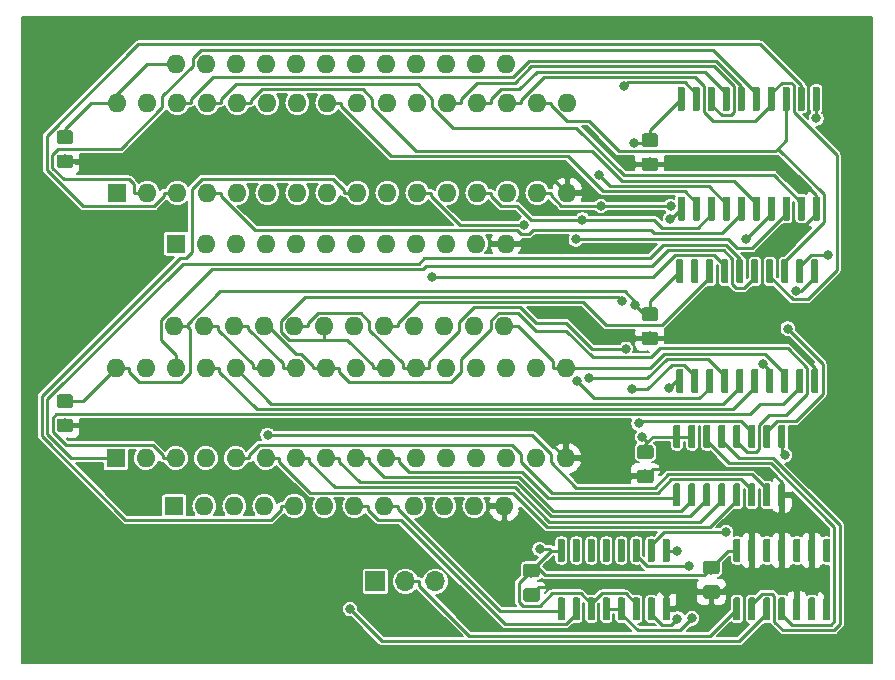
<source format=gbr>
G04 #@! TF.GenerationSoftware,KiCad,Pcbnew,(5.1.2-1)-1*
G04 #@! TF.CreationDate,2019-09-02T14:14:07+01:00*
G04 #@! TF.ProjectId,MZ80-ROMPG,4d5a3830-2d52-44f4-9d50-472e6b696361,rev?*
G04 #@! TF.SameCoordinates,Original*
G04 #@! TF.FileFunction,Copper,L1,Top*
G04 #@! TF.FilePolarity,Positive*
%FSLAX46Y46*%
G04 Gerber Fmt 4.6, Leading zero omitted, Abs format (unit mm)*
G04 Created by KiCad (PCBNEW (5.1.2-1)-1) date 2019-09-02 14:14:07*
%MOMM*%
%LPD*%
G04 APERTURE LIST*
%ADD10O,1.600000X1.600000*%
%ADD11R,1.600000X1.600000*%
%ADD12C,0.100000*%
%ADD13C,0.600000*%
%ADD14O,1.700000X1.700000*%
%ADD15R,1.700000X1.700000*%
%ADD16C,1.150000*%
%ADD17C,0.800000*%
%ADD18C,0.250000*%
%ADD19C,0.200000*%
G04 APERTURE END LIST*
D10*
X134366000Y-75565000D03*
X162306000Y-90805000D03*
X136906000Y-75565000D03*
X159766000Y-90805000D03*
X139446000Y-75565000D03*
X157226000Y-90805000D03*
X141986000Y-75565000D03*
X154686000Y-90805000D03*
X144526000Y-75565000D03*
X152146000Y-90805000D03*
X147066000Y-75565000D03*
X149606000Y-90805000D03*
X149606000Y-75565000D03*
X147066000Y-90805000D03*
X152146000Y-75565000D03*
X144526000Y-90805000D03*
X154686000Y-75565000D03*
X141986000Y-90805000D03*
X157226000Y-75565000D03*
X139446000Y-90805000D03*
X159766000Y-75565000D03*
X136906000Y-90805000D03*
X162306000Y-75565000D03*
D11*
X134366000Y-90805000D03*
D10*
X134239000Y-97790000D03*
X162179000Y-113030000D03*
X136779000Y-97790000D03*
X159639000Y-113030000D03*
X139319000Y-97790000D03*
X157099000Y-113030000D03*
X141859000Y-97790000D03*
X154559000Y-113030000D03*
X144399000Y-97790000D03*
X152019000Y-113030000D03*
X146939000Y-97790000D03*
X149479000Y-113030000D03*
X149479000Y-97790000D03*
X146939000Y-113030000D03*
X152019000Y-97790000D03*
X144399000Y-113030000D03*
X154559000Y-97790000D03*
X141859000Y-113030000D03*
X157099000Y-97790000D03*
X139319000Y-113030000D03*
X159639000Y-97790000D03*
X136779000Y-113030000D03*
X162179000Y-97790000D03*
D11*
X134239000Y-113030000D03*
D10*
X129413000Y-78867000D03*
X167513000Y-86487000D03*
X131953000Y-78867000D03*
X164973000Y-86487000D03*
X134493000Y-78867000D03*
X162433000Y-86487000D03*
X137033000Y-78867000D03*
X159893000Y-86487000D03*
X139573000Y-78867000D03*
X157353000Y-86487000D03*
X142113000Y-78867000D03*
X154813000Y-86487000D03*
X144653000Y-78867000D03*
X152273000Y-86487000D03*
X147193000Y-78867000D03*
X149733000Y-86487000D03*
X149733000Y-78867000D03*
X147193000Y-86487000D03*
X152273000Y-78867000D03*
X144653000Y-86487000D03*
X154813000Y-78867000D03*
X142113000Y-86487000D03*
X157353000Y-78867000D03*
X139573000Y-86487000D03*
X159893000Y-78867000D03*
X137033000Y-86487000D03*
X162433000Y-78867000D03*
X134493000Y-86487000D03*
X164973000Y-78867000D03*
X131953000Y-86487000D03*
X167513000Y-78867000D03*
D11*
X129413000Y-86487000D03*
D10*
X129286000Y-101346000D03*
X167386000Y-108966000D03*
X131826000Y-101346000D03*
X164846000Y-108966000D03*
X134366000Y-101346000D03*
X162306000Y-108966000D03*
X136906000Y-101346000D03*
X159766000Y-108966000D03*
X139446000Y-101346000D03*
X157226000Y-108966000D03*
X141986000Y-101346000D03*
X154686000Y-108966000D03*
X144526000Y-101346000D03*
X152146000Y-108966000D03*
X147066000Y-101346000D03*
X149606000Y-108966000D03*
X149606000Y-101346000D03*
X147066000Y-108966000D03*
X152146000Y-101346000D03*
X144526000Y-108966000D03*
X154686000Y-101346000D03*
X141986000Y-108966000D03*
X157226000Y-101346000D03*
X139446000Y-108966000D03*
X159766000Y-101346000D03*
X136906000Y-108966000D03*
X162306000Y-101346000D03*
X134366000Y-108966000D03*
X164846000Y-101346000D03*
X131826000Y-108966000D03*
X167386000Y-101346000D03*
D11*
X129286000Y-108966000D03*
D12*
G36*
X167169703Y-115803722D02*
G01*
X167184264Y-115805882D01*
X167198543Y-115809459D01*
X167212403Y-115814418D01*
X167225710Y-115820712D01*
X167238336Y-115828280D01*
X167250159Y-115837048D01*
X167261066Y-115846934D01*
X167270952Y-115857841D01*
X167279720Y-115869664D01*
X167287288Y-115882290D01*
X167293582Y-115895597D01*
X167298541Y-115909457D01*
X167302118Y-115923736D01*
X167304278Y-115938297D01*
X167305000Y-115953000D01*
X167305000Y-117603000D01*
X167304278Y-117617703D01*
X167302118Y-117632264D01*
X167298541Y-117646543D01*
X167293582Y-117660403D01*
X167287288Y-117673710D01*
X167279720Y-117686336D01*
X167270952Y-117698159D01*
X167261066Y-117709066D01*
X167250159Y-117718952D01*
X167238336Y-117727720D01*
X167225710Y-117735288D01*
X167212403Y-117741582D01*
X167198543Y-117746541D01*
X167184264Y-117750118D01*
X167169703Y-117752278D01*
X167155000Y-117753000D01*
X166855000Y-117753000D01*
X166840297Y-117752278D01*
X166825736Y-117750118D01*
X166811457Y-117746541D01*
X166797597Y-117741582D01*
X166784290Y-117735288D01*
X166771664Y-117727720D01*
X166759841Y-117718952D01*
X166748934Y-117709066D01*
X166739048Y-117698159D01*
X166730280Y-117686336D01*
X166722712Y-117673710D01*
X166716418Y-117660403D01*
X166711459Y-117646543D01*
X166707882Y-117632264D01*
X166705722Y-117617703D01*
X166705000Y-117603000D01*
X166705000Y-115953000D01*
X166705722Y-115938297D01*
X166707882Y-115923736D01*
X166711459Y-115909457D01*
X166716418Y-115895597D01*
X166722712Y-115882290D01*
X166730280Y-115869664D01*
X166739048Y-115857841D01*
X166748934Y-115846934D01*
X166759841Y-115837048D01*
X166771664Y-115828280D01*
X166784290Y-115820712D01*
X166797597Y-115814418D01*
X166811457Y-115809459D01*
X166825736Y-115805882D01*
X166840297Y-115803722D01*
X166855000Y-115803000D01*
X167155000Y-115803000D01*
X167169703Y-115803722D01*
X167169703Y-115803722D01*
G37*
D13*
X167005000Y-116778000D03*
D12*
G36*
X168439703Y-115803722D02*
G01*
X168454264Y-115805882D01*
X168468543Y-115809459D01*
X168482403Y-115814418D01*
X168495710Y-115820712D01*
X168508336Y-115828280D01*
X168520159Y-115837048D01*
X168531066Y-115846934D01*
X168540952Y-115857841D01*
X168549720Y-115869664D01*
X168557288Y-115882290D01*
X168563582Y-115895597D01*
X168568541Y-115909457D01*
X168572118Y-115923736D01*
X168574278Y-115938297D01*
X168575000Y-115953000D01*
X168575000Y-117603000D01*
X168574278Y-117617703D01*
X168572118Y-117632264D01*
X168568541Y-117646543D01*
X168563582Y-117660403D01*
X168557288Y-117673710D01*
X168549720Y-117686336D01*
X168540952Y-117698159D01*
X168531066Y-117709066D01*
X168520159Y-117718952D01*
X168508336Y-117727720D01*
X168495710Y-117735288D01*
X168482403Y-117741582D01*
X168468543Y-117746541D01*
X168454264Y-117750118D01*
X168439703Y-117752278D01*
X168425000Y-117753000D01*
X168125000Y-117753000D01*
X168110297Y-117752278D01*
X168095736Y-117750118D01*
X168081457Y-117746541D01*
X168067597Y-117741582D01*
X168054290Y-117735288D01*
X168041664Y-117727720D01*
X168029841Y-117718952D01*
X168018934Y-117709066D01*
X168009048Y-117698159D01*
X168000280Y-117686336D01*
X167992712Y-117673710D01*
X167986418Y-117660403D01*
X167981459Y-117646543D01*
X167977882Y-117632264D01*
X167975722Y-117617703D01*
X167975000Y-117603000D01*
X167975000Y-115953000D01*
X167975722Y-115938297D01*
X167977882Y-115923736D01*
X167981459Y-115909457D01*
X167986418Y-115895597D01*
X167992712Y-115882290D01*
X168000280Y-115869664D01*
X168009048Y-115857841D01*
X168018934Y-115846934D01*
X168029841Y-115837048D01*
X168041664Y-115828280D01*
X168054290Y-115820712D01*
X168067597Y-115814418D01*
X168081457Y-115809459D01*
X168095736Y-115805882D01*
X168110297Y-115803722D01*
X168125000Y-115803000D01*
X168425000Y-115803000D01*
X168439703Y-115803722D01*
X168439703Y-115803722D01*
G37*
D13*
X168275000Y-116778000D03*
D12*
G36*
X169709703Y-115803722D02*
G01*
X169724264Y-115805882D01*
X169738543Y-115809459D01*
X169752403Y-115814418D01*
X169765710Y-115820712D01*
X169778336Y-115828280D01*
X169790159Y-115837048D01*
X169801066Y-115846934D01*
X169810952Y-115857841D01*
X169819720Y-115869664D01*
X169827288Y-115882290D01*
X169833582Y-115895597D01*
X169838541Y-115909457D01*
X169842118Y-115923736D01*
X169844278Y-115938297D01*
X169845000Y-115953000D01*
X169845000Y-117603000D01*
X169844278Y-117617703D01*
X169842118Y-117632264D01*
X169838541Y-117646543D01*
X169833582Y-117660403D01*
X169827288Y-117673710D01*
X169819720Y-117686336D01*
X169810952Y-117698159D01*
X169801066Y-117709066D01*
X169790159Y-117718952D01*
X169778336Y-117727720D01*
X169765710Y-117735288D01*
X169752403Y-117741582D01*
X169738543Y-117746541D01*
X169724264Y-117750118D01*
X169709703Y-117752278D01*
X169695000Y-117753000D01*
X169395000Y-117753000D01*
X169380297Y-117752278D01*
X169365736Y-117750118D01*
X169351457Y-117746541D01*
X169337597Y-117741582D01*
X169324290Y-117735288D01*
X169311664Y-117727720D01*
X169299841Y-117718952D01*
X169288934Y-117709066D01*
X169279048Y-117698159D01*
X169270280Y-117686336D01*
X169262712Y-117673710D01*
X169256418Y-117660403D01*
X169251459Y-117646543D01*
X169247882Y-117632264D01*
X169245722Y-117617703D01*
X169245000Y-117603000D01*
X169245000Y-115953000D01*
X169245722Y-115938297D01*
X169247882Y-115923736D01*
X169251459Y-115909457D01*
X169256418Y-115895597D01*
X169262712Y-115882290D01*
X169270280Y-115869664D01*
X169279048Y-115857841D01*
X169288934Y-115846934D01*
X169299841Y-115837048D01*
X169311664Y-115828280D01*
X169324290Y-115820712D01*
X169337597Y-115814418D01*
X169351457Y-115809459D01*
X169365736Y-115805882D01*
X169380297Y-115803722D01*
X169395000Y-115803000D01*
X169695000Y-115803000D01*
X169709703Y-115803722D01*
X169709703Y-115803722D01*
G37*
D13*
X169545000Y-116778000D03*
D12*
G36*
X170979703Y-115803722D02*
G01*
X170994264Y-115805882D01*
X171008543Y-115809459D01*
X171022403Y-115814418D01*
X171035710Y-115820712D01*
X171048336Y-115828280D01*
X171060159Y-115837048D01*
X171071066Y-115846934D01*
X171080952Y-115857841D01*
X171089720Y-115869664D01*
X171097288Y-115882290D01*
X171103582Y-115895597D01*
X171108541Y-115909457D01*
X171112118Y-115923736D01*
X171114278Y-115938297D01*
X171115000Y-115953000D01*
X171115000Y-117603000D01*
X171114278Y-117617703D01*
X171112118Y-117632264D01*
X171108541Y-117646543D01*
X171103582Y-117660403D01*
X171097288Y-117673710D01*
X171089720Y-117686336D01*
X171080952Y-117698159D01*
X171071066Y-117709066D01*
X171060159Y-117718952D01*
X171048336Y-117727720D01*
X171035710Y-117735288D01*
X171022403Y-117741582D01*
X171008543Y-117746541D01*
X170994264Y-117750118D01*
X170979703Y-117752278D01*
X170965000Y-117753000D01*
X170665000Y-117753000D01*
X170650297Y-117752278D01*
X170635736Y-117750118D01*
X170621457Y-117746541D01*
X170607597Y-117741582D01*
X170594290Y-117735288D01*
X170581664Y-117727720D01*
X170569841Y-117718952D01*
X170558934Y-117709066D01*
X170549048Y-117698159D01*
X170540280Y-117686336D01*
X170532712Y-117673710D01*
X170526418Y-117660403D01*
X170521459Y-117646543D01*
X170517882Y-117632264D01*
X170515722Y-117617703D01*
X170515000Y-117603000D01*
X170515000Y-115953000D01*
X170515722Y-115938297D01*
X170517882Y-115923736D01*
X170521459Y-115909457D01*
X170526418Y-115895597D01*
X170532712Y-115882290D01*
X170540280Y-115869664D01*
X170549048Y-115857841D01*
X170558934Y-115846934D01*
X170569841Y-115837048D01*
X170581664Y-115828280D01*
X170594290Y-115820712D01*
X170607597Y-115814418D01*
X170621457Y-115809459D01*
X170635736Y-115805882D01*
X170650297Y-115803722D01*
X170665000Y-115803000D01*
X170965000Y-115803000D01*
X170979703Y-115803722D01*
X170979703Y-115803722D01*
G37*
D13*
X170815000Y-116778000D03*
D12*
G36*
X172249703Y-115803722D02*
G01*
X172264264Y-115805882D01*
X172278543Y-115809459D01*
X172292403Y-115814418D01*
X172305710Y-115820712D01*
X172318336Y-115828280D01*
X172330159Y-115837048D01*
X172341066Y-115846934D01*
X172350952Y-115857841D01*
X172359720Y-115869664D01*
X172367288Y-115882290D01*
X172373582Y-115895597D01*
X172378541Y-115909457D01*
X172382118Y-115923736D01*
X172384278Y-115938297D01*
X172385000Y-115953000D01*
X172385000Y-117603000D01*
X172384278Y-117617703D01*
X172382118Y-117632264D01*
X172378541Y-117646543D01*
X172373582Y-117660403D01*
X172367288Y-117673710D01*
X172359720Y-117686336D01*
X172350952Y-117698159D01*
X172341066Y-117709066D01*
X172330159Y-117718952D01*
X172318336Y-117727720D01*
X172305710Y-117735288D01*
X172292403Y-117741582D01*
X172278543Y-117746541D01*
X172264264Y-117750118D01*
X172249703Y-117752278D01*
X172235000Y-117753000D01*
X171935000Y-117753000D01*
X171920297Y-117752278D01*
X171905736Y-117750118D01*
X171891457Y-117746541D01*
X171877597Y-117741582D01*
X171864290Y-117735288D01*
X171851664Y-117727720D01*
X171839841Y-117718952D01*
X171828934Y-117709066D01*
X171819048Y-117698159D01*
X171810280Y-117686336D01*
X171802712Y-117673710D01*
X171796418Y-117660403D01*
X171791459Y-117646543D01*
X171787882Y-117632264D01*
X171785722Y-117617703D01*
X171785000Y-117603000D01*
X171785000Y-115953000D01*
X171785722Y-115938297D01*
X171787882Y-115923736D01*
X171791459Y-115909457D01*
X171796418Y-115895597D01*
X171802712Y-115882290D01*
X171810280Y-115869664D01*
X171819048Y-115857841D01*
X171828934Y-115846934D01*
X171839841Y-115837048D01*
X171851664Y-115828280D01*
X171864290Y-115820712D01*
X171877597Y-115814418D01*
X171891457Y-115809459D01*
X171905736Y-115805882D01*
X171920297Y-115803722D01*
X171935000Y-115803000D01*
X172235000Y-115803000D01*
X172249703Y-115803722D01*
X172249703Y-115803722D01*
G37*
D13*
X172085000Y-116778000D03*
D12*
G36*
X173519703Y-115803722D02*
G01*
X173534264Y-115805882D01*
X173548543Y-115809459D01*
X173562403Y-115814418D01*
X173575710Y-115820712D01*
X173588336Y-115828280D01*
X173600159Y-115837048D01*
X173611066Y-115846934D01*
X173620952Y-115857841D01*
X173629720Y-115869664D01*
X173637288Y-115882290D01*
X173643582Y-115895597D01*
X173648541Y-115909457D01*
X173652118Y-115923736D01*
X173654278Y-115938297D01*
X173655000Y-115953000D01*
X173655000Y-117603000D01*
X173654278Y-117617703D01*
X173652118Y-117632264D01*
X173648541Y-117646543D01*
X173643582Y-117660403D01*
X173637288Y-117673710D01*
X173629720Y-117686336D01*
X173620952Y-117698159D01*
X173611066Y-117709066D01*
X173600159Y-117718952D01*
X173588336Y-117727720D01*
X173575710Y-117735288D01*
X173562403Y-117741582D01*
X173548543Y-117746541D01*
X173534264Y-117750118D01*
X173519703Y-117752278D01*
X173505000Y-117753000D01*
X173205000Y-117753000D01*
X173190297Y-117752278D01*
X173175736Y-117750118D01*
X173161457Y-117746541D01*
X173147597Y-117741582D01*
X173134290Y-117735288D01*
X173121664Y-117727720D01*
X173109841Y-117718952D01*
X173098934Y-117709066D01*
X173089048Y-117698159D01*
X173080280Y-117686336D01*
X173072712Y-117673710D01*
X173066418Y-117660403D01*
X173061459Y-117646543D01*
X173057882Y-117632264D01*
X173055722Y-117617703D01*
X173055000Y-117603000D01*
X173055000Y-115953000D01*
X173055722Y-115938297D01*
X173057882Y-115923736D01*
X173061459Y-115909457D01*
X173066418Y-115895597D01*
X173072712Y-115882290D01*
X173080280Y-115869664D01*
X173089048Y-115857841D01*
X173098934Y-115846934D01*
X173109841Y-115837048D01*
X173121664Y-115828280D01*
X173134290Y-115820712D01*
X173147597Y-115814418D01*
X173161457Y-115809459D01*
X173175736Y-115805882D01*
X173190297Y-115803722D01*
X173205000Y-115803000D01*
X173505000Y-115803000D01*
X173519703Y-115803722D01*
X173519703Y-115803722D01*
G37*
D13*
X173355000Y-116778000D03*
D12*
G36*
X174789703Y-115803722D02*
G01*
X174804264Y-115805882D01*
X174818543Y-115809459D01*
X174832403Y-115814418D01*
X174845710Y-115820712D01*
X174858336Y-115828280D01*
X174870159Y-115837048D01*
X174881066Y-115846934D01*
X174890952Y-115857841D01*
X174899720Y-115869664D01*
X174907288Y-115882290D01*
X174913582Y-115895597D01*
X174918541Y-115909457D01*
X174922118Y-115923736D01*
X174924278Y-115938297D01*
X174925000Y-115953000D01*
X174925000Y-117603000D01*
X174924278Y-117617703D01*
X174922118Y-117632264D01*
X174918541Y-117646543D01*
X174913582Y-117660403D01*
X174907288Y-117673710D01*
X174899720Y-117686336D01*
X174890952Y-117698159D01*
X174881066Y-117709066D01*
X174870159Y-117718952D01*
X174858336Y-117727720D01*
X174845710Y-117735288D01*
X174832403Y-117741582D01*
X174818543Y-117746541D01*
X174804264Y-117750118D01*
X174789703Y-117752278D01*
X174775000Y-117753000D01*
X174475000Y-117753000D01*
X174460297Y-117752278D01*
X174445736Y-117750118D01*
X174431457Y-117746541D01*
X174417597Y-117741582D01*
X174404290Y-117735288D01*
X174391664Y-117727720D01*
X174379841Y-117718952D01*
X174368934Y-117709066D01*
X174359048Y-117698159D01*
X174350280Y-117686336D01*
X174342712Y-117673710D01*
X174336418Y-117660403D01*
X174331459Y-117646543D01*
X174327882Y-117632264D01*
X174325722Y-117617703D01*
X174325000Y-117603000D01*
X174325000Y-115953000D01*
X174325722Y-115938297D01*
X174327882Y-115923736D01*
X174331459Y-115909457D01*
X174336418Y-115895597D01*
X174342712Y-115882290D01*
X174350280Y-115869664D01*
X174359048Y-115857841D01*
X174368934Y-115846934D01*
X174379841Y-115837048D01*
X174391664Y-115828280D01*
X174404290Y-115820712D01*
X174417597Y-115814418D01*
X174431457Y-115809459D01*
X174445736Y-115805882D01*
X174460297Y-115803722D01*
X174475000Y-115803000D01*
X174775000Y-115803000D01*
X174789703Y-115803722D01*
X174789703Y-115803722D01*
G37*
D13*
X174625000Y-116778000D03*
D12*
G36*
X176059703Y-115803722D02*
G01*
X176074264Y-115805882D01*
X176088543Y-115809459D01*
X176102403Y-115814418D01*
X176115710Y-115820712D01*
X176128336Y-115828280D01*
X176140159Y-115837048D01*
X176151066Y-115846934D01*
X176160952Y-115857841D01*
X176169720Y-115869664D01*
X176177288Y-115882290D01*
X176183582Y-115895597D01*
X176188541Y-115909457D01*
X176192118Y-115923736D01*
X176194278Y-115938297D01*
X176195000Y-115953000D01*
X176195000Y-117603000D01*
X176194278Y-117617703D01*
X176192118Y-117632264D01*
X176188541Y-117646543D01*
X176183582Y-117660403D01*
X176177288Y-117673710D01*
X176169720Y-117686336D01*
X176160952Y-117698159D01*
X176151066Y-117709066D01*
X176140159Y-117718952D01*
X176128336Y-117727720D01*
X176115710Y-117735288D01*
X176102403Y-117741582D01*
X176088543Y-117746541D01*
X176074264Y-117750118D01*
X176059703Y-117752278D01*
X176045000Y-117753000D01*
X175745000Y-117753000D01*
X175730297Y-117752278D01*
X175715736Y-117750118D01*
X175701457Y-117746541D01*
X175687597Y-117741582D01*
X175674290Y-117735288D01*
X175661664Y-117727720D01*
X175649841Y-117718952D01*
X175638934Y-117709066D01*
X175629048Y-117698159D01*
X175620280Y-117686336D01*
X175612712Y-117673710D01*
X175606418Y-117660403D01*
X175601459Y-117646543D01*
X175597882Y-117632264D01*
X175595722Y-117617703D01*
X175595000Y-117603000D01*
X175595000Y-115953000D01*
X175595722Y-115938297D01*
X175597882Y-115923736D01*
X175601459Y-115909457D01*
X175606418Y-115895597D01*
X175612712Y-115882290D01*
X175620280Y-115869664D01*
X175629048Y-115857841D01*
X175638934Y-115846934D01*
X175649841Y-115837048D01*
X175661664Y-115828280D01*
X175674290Y-115820712D01*
X175687597Y-115814418D01*
X175701457Y-115809459D01*
X175715736Y-115805882D01*
X175730297Y-115803722D01*
X175745000Y-115803000D01*
X176045000Y-115803000D01*
X176059703Y-115803722D01*
X176059703Y-115803722D01*
G37*
D13*
X175895000Y-116778000D03*
D12*
G36*
X176059703Y-120753722D02*
G01*
X176074264Y-120755882D01*
X176088543Y-120759459D01*
X176102403Y-120764418D01*
X176115710Y-120770712D01*
X176128336Y-120778280D01*
X176140159Y-120787048D01*
X176151066Y-120796934D01*
X176160952Y-120807841D01*
X176169720Y-120819664D01*
X176177288Y-120832290D01*
X176183582Y-120845597D01*
X176188541Y-120859457D01*
X176192118Y-120873736D01*
X176194278Y-120888297D01*
X176195000Y-120903000D01*
X176195000Y-122553000D01*
X176194278Y-122567703D01*
X176192118Y-122582264D01*
X176188541Y-122596543D01*
X176183582Y-122610403D01*
X176177288Y-122623710D01*
X176169720Y-122636336D01*
X176160952Y-122648159D01*
X176151066Y-122659066D01*
X176140159Y-122668952D01*
X176128336Y-122677720D01*
X176115710Y-122685288D01*
X176102403Y-122691582D01*
X176088543Y-122696541D01*
X176074264Y-122700118D01*
X176059703Y-122702278D01*
X176045000Y-122703000D01*
X175745000Y-122703000D01*
X175730297Y-122702278D01*
X175715736Y-122700118D01*
X175701457Y-122696541D01*
X175687597Y-122691582D01*
X175674290Y-122685288D01*
X175661664Y-122677720D01*
X175649841Y-122668952D01*
X175638934Y-122659066D01*
X175629048Y-122648159D01*
X175620280Y-122636336D01*
X175612712Y-122623710D01*
X175606418Y-122610403D01*
X175601459Y-122596543D01*
X175597882Y-122582264D01*
X175595722Y-122567703D01*
X175595000Y-122553000D01*
X175595000Y-120903000D01*
X175595722Y-120888297D01*
X175597882Y-120873736D01*
X175601459Y-120859457D01*
X175606418Y-120845597D01*
X175612712Y-120832290D01*
X175620280Y-120819664D01*
X175629048Y-120807841D01*
X175638934Y-120796934D01*
X175649841Y-120787048D01*
X175661664Y-120778280D01*
X175674290Y-120770712D01*
X175687597Y-120764418D01*
X175701457Y-120759459D01*
X175715736Y-120755882D01*
X175730297Y-120753722D01*
X175745000Y-120753000D01*
X176045000Y-120753000D01*
X176059703Y-120753722D01*
X176059703Y-120753722D01*
G37*
D13*
X175895000Y-121728000D03*
D12*
G36*
X174789703Y-120753722D02*
G01*
X174804264Y-120755882D01*
X174818543Y-120759459D01*
X174832403Y-120764418D01*
X174845710Y-120770712D01*
X174858336Y-120778280D01*
X174870159Y-120787048D01*
X174881066Y-120796934D01*
X174890952Y-120807841D01*
X174899720Y-120819664D01*
X174907288Y-120832290D01*
X174913582Y-120845597D01*
X174918541Y-120859457D01*
X174922118Y-120873736D01*
X174924278Y-120888297D01*
X174925000Y-120903000D01*
X174925000Y-122553000D01*
X174924278Y-122567703D01*
X174922118Y-122582264D01*
X174918541Y-122596543D01*
X174913582Y-122610403D01*
X174907288Y-122623710D01*
X174899720Y-122636336D01*
X174890952Y-122648159D01*
X174881066Y-122659066D01*
X174870159Y-122668952D01*
X174858336Y-122677720D01*
X174845710Y-122685288D01*
X174832403Y-122691582D01*
X174818543Y-122696541D01*
X174804264Y-122700118D01*
X174789703Y-122702278D01*
X174775000Y-122703000D01*
X174475000Y-122703000D01*
X174460297Y-122702278D01*
X174445736Y-122700118D01*
X174431457Y-122696541D01*
X174417597Y-122691582D01*
X174404290Y-122685288D01*
X174391664Y-122677720D01*
X174379841Y-122668952D01*
X174368934Y-122659066D01*
X174359048Y-122648159D01*
X174350280Y-122636336D01*
X174342712Y-122623710D01*
X174336418Y-122610403D01*
X174331459Y-122596543D01*
X174327882Y-122582264D01*
X174325722Y-122567703D01*
X174325000Y-122553000D01*
X174325000Y-120903000D01*
X174325722Y-120888297D01*
X174327882Y-120873736D01*
X174331459Y-120859457D01*
X174336418Y-120845597D01*
X174342712Y-120832290D01*
X174350280Y-120819664D01*
X174359048Y-120807841D01*
X174368934Y-120796934D01*
X174379841Y-120787048D01*
X174391664Y-120778280D01*
X174404290Y-120770712D01*
X174417597Y-120764418D01*
X174431457Y-120759459D01*
X174445736Y-120755882D01*
X174460297Y-120753722D01*
X174475000Y-120753000D01*
X174775000Y-120753000D01*
X174789703Y-120753722D01*
X174789703Y-120753722D01*
G37*
D13*
X174625000Y-121728000D03*
D12*
G36*
X173519703Y-120753722D02*
G01*
X173534264Y-120755882D01*
X173548543Y-120759459D01*
X173562403Y-120764418D01*
X173575710Y-120770712D01*
X173588336Y-120778280D01*
X173600159Y-120787048D01*
X173611066Y-120796934D01*
X173620952Y-120807841D01*
X173629720Y-120819664D01*
X173637288Y-120832290D01*
X173643582Y-120845597D01*
X173648541Y-120859457D01*
X173652118Y-120873736D01*
X173654278Y-120888297D01*
X173655000Y-120903000D01*
X173655000Y-122553000D01*
X173654278Y-122567703D01*
X173652118Y-122582264D01*
X173648541Y-122596543D01*
X173643582Y-122610403D01*
X173637288Y-122623710D01*
X173629720Y-122636336D01*
X173620952Y-122648159D01*
X173611066Y-122659066D01*
X173600159Y-122668952D01*
X173588336Y-122677720D01*
X173575710Y-122685288D01*
X173562403Y-122691582D01*
X173548543Y-122696541D01*
X173534264Y-122700118D01*
X173519703Y-122702278D01*
X173505000Y-122703000D01*
X173205000Y-122703000D01*
X173190297Y-122702278D01*
X173175736Y-122700118D01*
X173161457Y-122696541D01*
X173147597Y-122691582D01*
X173134290Y-122685288D01*
X173121664Y-122677720D01*
X173109841Y-122668952D01*
X173098934Y-122659066D01*
X173089048Y-122648159D01*
X173080280Y-122636336D01*
X173072712Y-122623710D01*
X173066418Y-122610403D01*
X173061459Y-122596543D01*
X173057882Y-122582264D01*
X173055722Y-122567703D01*
X173055000Y-122553000D01*
X173055000Y-120903000D01*
X173055722Y-120888297D01*
X173057882Y-120873736D01*
X173061459Y-120859457D01*
X173066418Y-120845597D01*
X173072712Y-120832290D01*
X173080280Y-120819664D01*
X173089048Y-120807841D01*
X173098934Y-120796934D01*
X173109841Y-120787048D01*
X173121664Y-120778280D01*
X173134290Y-120770712D01*
X173147597Y-120764418D01*
X173161457Y-120759459D01*
X173175736Y-120755882D01*
X173190297Y-120753722D01*
X173205000Y-120753000D01*
X173505000Y-120753000D01*
X173519703Y-120753722D01*
X173519703Y-120753722D01*
G37*
D13*
X173355000Y-121728000D03*
D12*
G36*
X172249703Y-120753722D02*
G01*
X172264264Y-120755882D01*
X172278543Y-120759459D01*
X172292403Y-120764418D01*
X172305710Y-120770712D01*
X172318336Y-120778280D01*
X172330159Y-120787048D01*
X172341066Y-120796934D01*
X172350952Y-120807841D01*
X172359720Y-120819664D01*
X172367288Y-120832290D01*
X172373582Y-120845597D01*
X172378541Y-120859457D01*
X172382118Y-120873736D01*
X172384278Y-120888297D01*
X172385000Y-120903000D01*
X172385000Y-122553000D01*
X172384278Y-122567703D01*
X172382118Y-122582264D01*
X172378541Y-122596543D01*
X172373582Y-122610403D01*
X172367288Y-122623710D01*
X172359720Y-122636336D01*
X172350952Y-122648159D01*
X172341066Y-122659066D01*
X172330159Y-122668952D01*
X172318336Y-122677720D01*
X172305710Y-122685288D01*
X172292403Y-122691582D01*
X172278543Y-122696541D01*
X172264264Y-122700118D01*
X172249703Y-122702278D01*
X172235000Y-122703000D01*
X171935000Y-122703000D01*
X171920297Y-122702278D01*
X171905736Y-122700118D01*
X171891457Y-122696541D01*
X171877597Y-122691582D01*
X171864290Y-122685288D01*
X171851664Y-122677720D01*
X171839841Y-122668952D01*
X171828934Y-122659066D01*
X171819048Y-122648159D01*
X171810280Y-122636336D01*
X171802712Y-122623710D01*
X171796418Y-122610403D01*
X171791459Y-122596543D01*
X171787882Y-122582264D01*
X171785722Y-122567703D01*
X171785000Y-122553000D01*
X171785000Y-120903000D01*
X171785722Y-120888297D01*
X171787882Y-120873736D01*
X171791459Y-120859457D01*
X171796418Y-120845597D01*
X171802712Y-120832290D01*
X171810280Y-120819664D01*
X171819048Y-120807841D01*
X171828934Y-120796934D01*
X171839841Y-120787048D01*
X171851664Y-120778280D01*
X171864290Y-120770712D01*
X171877597Y-120764418D01*
X171891457Y-120759459D01*
X171905736Y-120755882D01*
X171920297Y-120753722D01*
X171935000Y-120753000D01*
X172235000Y-120753000D01*
X172249703Y-120753722D01*
X172249703Y-120753722D01*
G37*
D13*
X172085000Y-121728000D03*
D12*
G36*
X170979703Y-120753722D02*
G01*
X170994264Y-120755882D01*
X171008543Y-120759459D01*
X171022403Y-120764418D01*
X171035710Y-120770712D01*
X171048336Y-120778280D01*
X171060159Y-120787048D01*
X171071066Y-120796934D01*
X171080952Y-120807841D01*
X171089720Y-120819664D01*
X171097288Y-120832290D01*
X171103582Y-120845597D01*
X171108541Y-120859457D01*
X171112118Y-120873736D01*
X171114278Y-120888297D01*
X171115000Y-120903000D01*
X171115000Y-122553000D01*
X171114278Y-122567703D01*
X171112118Y-122582264D01*
X171108541Y-122596543D01*
X171103582Y-122610403D01*
X171097288Y-122623710D01*
X171089720Y-122636336D01*
X171080952Y-122648159D01*
X171071066Y-122659066D01*
X171060159Y-122668952D01*
X171048336Y-122677720D01*
X171035710Y-122685288D01*
X171022403Y-122691582D01*
X171008543Y-122696541D01*
X170994264Y-122700118D01*
X170979703Y-122702278D01*
X170965000Y-122703000D01*
X170665000Y-122703000D01*
X170650297Y-122702278D01*
X170635736Y-122700118D01*
X170621457Y-122696541D01*
X170607597Y-122691582D01*
X170594290Y-122685288D01*
X170581664Y-122677720D01*
X170569841Y-122668952D01*
X170558934Y-122659066D01*
X170549048Y-122648159D01*
X170540280Y-122636336D01*
X170532712Y-122623710D01*
X170526418Y-122610403D01*
X170521459Y-122596543D01*
X170517882Y-122582264D01*
X170515722Y-122567703D01*
X170515000Y-122553000D01*
X170515000Y-120903000D01*
X170515722Y-120888297D01*
X170517882Y-120873736D01*
X170521459Y-120859457D01*
X170526418Y-120845597D01*
X170532712Y-120832290D01*
X170540280Y-120819664D01*
X170549048Y-120807841D01*
X170558934Y-120796934D01*
X170569841Y-120787048D01*
X170581664Y-120778280D01*
X170594290Y-120770712D01*
X170607597Y-120764418D01*
X170621457Y-120759459D01*
X170635736Y-120755882D01*
X170650297Y-120753722D01*
X170665000Y-120753000D01*
X170965000Y-120753000D01*
X170979703Y-120753722D01*
X170979703Y-120753722D01*
G37*
D13*
X170815000Y-121728000D03*
D12*
G36*
X169709703Y-120753722D02*
G01*
X169724264Y-120755882D01*
X169738543Y-120759459D01*
X169752403Y-120764418D01*
X169765710Y-120770712D01*
X169778336Y-120778280D01*
X169790159Y-120787048D01*
X169801066Y-120796934D01*
X169810952Y-120807841D01*
X169819720Y-120819664D01*
X169827288Y-120832290D01*
X169833582Y-120845597D01*
X169838541Y-120859457D01*
X169842118Y-120873736D01*
X169844278Y-120888297D01*
X169845000Y-120903000D01*
X169845000Y-122553000D01*
X169844278Y-122567703D01*
X169842118Y-122582264D01*
X169838541Y-122596543D01*
X169833582Y-122610403D01*
X169827288Y-122623710D01*
X169819720Y-122636336D01*
X169810952Y-122648159D01*
X169801066Y-122659066D01*
X169790159Y-122668952D01*
X169778336Y-122677720D01*
X169765710Y-122685288D01*
X169752403Y-122691582D01*
X169738543Y-122696541D01*
X169724264Y-122700118D01*
X169709703Y-122702278D01*
X169695000Y-122703000D01*
X169395000Y-122703000D01*
X169380297Y-122702278D01*
X169365736Y-122700118D01*
X169351457Y-122696541D01*
X169337597Y-122691582D01*
X169324290Y-122685288D01*
X169311664Y-122677720D01*
X169299841Y-122668952D01*
X169288934Y-122659066D01*
X169279048Y-122648159D01*
X169270280Y-122636336D01*
X169262712Y-122623710D01*
X169256418Y-122610403D01*
X169251459Y-122596543D01*
X169247882Y-122582264D01*
X169245722Y-122567703D01*
X169245000Y-122553000D01*
X169245000Y-120903000D01*
X169245722Y-120888297D01*
X169247882Y-120873736D01*
X169251459Y-120859457D01*
X169256418Y-120845597D01*
X169262712Y-120832290D01*
X169270280Y-120819664D01*
X169279048Y-120807841D01*
X169288934Y-120796934D01*
X169299841Y-120787048D01*
X169311664Y-120778280D01*
X169324290Y-120770712D01*
X169337597Y-120764418D01*
X169351457Y-120759459D01*
X169365736Y-120755882D01*
X169380297Y-120753722D01*
X169395000Y-120753000D01*
X169695000Y-120753000D01*
X169709703Y-120753722D01*
X169709703Y-120753722D01*
G37*
D13*
X169545000Y-121728000D03*
D12*
G36*
X168439703Y-120753722D02*
G01*
X168454264Y-120755882D01*
X168468543Y-120759459D01*
X168482403Y-120764418D01*
X168495710Y-120770712D01*
X168508336Y-120778280D01*
X168520159Y-120787048D01*
X168531066Y-120796934D01*
X168540952Y-120807841D01*
X168549720Y-120819664D01*
X168557288Y-120832290D01*
X168563582Y-120845597D01*
X168568541Y-120859457D01*
X168572118Y-120873736D01*
X168574278Y-120888297D01*
X168575000Y-120903000D01*
X168575000Y-122553000D01*
X168574278Y-122567703D01*
X168572118Y-122582264D01*
X168568541Y-122596543D01*
X168563582Y-122610403D01*
X168557288Y-122623710D01*
X168549720Y-122636336D01*
X168540952Y-122648159D01*
X168531066Y-122659066D01*
X168520159Y-122668952D01*
X168508336Y-122677720D01*
X168495710Y-122685288D01*
X168482403Y-122691582D01*
X168468543Y-122696541D01*
X168454264Y-122700118D01*
X168439703Y-122702278D01*
X168425000Y-122703000D01*
X168125000Y-122703000D01*
X168110297Y-122702278D01*
X168095736Y-122700118D01*
X168081457Y-122696541D01*
X168067597Y-122691582D01*
X168054290Y-122685288D01*
X168041664Y-122677720D01*
X168029841Y-122668952D01*
X168018934Y-122659066D01*
X168009048Y-122648159D01*
X168000280Y-122636336D01*
X167992712Y-122623710D01*
X167986418Y-122610403D01*
X167981459Y-122596543D01*
X167977882Y-122582264D01*
X167975722Y-122567703D01*
X167975000Y-122553000D01*
X167975000Y-120903000D01*
X167975722Y-120888297D01*
X167977882Y-120873736D01*
X167981459Y-120859457D01*
X167986418Y-120845597D01*
X167992712Y-120832290D01*
X168000280Y-120819664D01*
X168009048Y-120807841D01*
X168018934Y-120796934D01*
X168029841Y-120787048D01*
X168041664Y-120778280D01*
X168054290Y-120770712D01*
X168067597Y-120764418D01*
X168081457Y-120759459D01*
X168095736Y-120755882D01*
X168110297Y-120753722D01*
X168125000Y-120753000D01*
X168425000Y-120753000D01*
X168439703Y-120753722D01*
X168439703Y-120753722D01*
G37*
D13*
X168275000Y-121728000D03*
D12*
G36*
X167169703Y-120753722D02*
G01*
X167184264Y-120755882D01*
X167198543Y-120759459D01*
X167212403Y-120764418D01*
X167225710Y-120770712D01*
X167238336Y-120778280D01*
X167250159Y-120787048D01*
X167261066Y-120796934D01*
X167270952Y-120807841D01*
X167279720Y-120819664D01*
X167287288Y-120832290D01*
X167293582Y-120845597D01*
X167298541Y-120859457D01*
X167302118Y-120873736D01*
X167304278Y-120888297D01*
X167305000Y-120903000D01*
X167305000Y-122553000D01*
X167304278Y-122567703D01*
X167302118Y-122582264D01*
X167298541Y-122596543D01*
X167293582Y-122610403D01*
X167287288Y-122623710D01*
X167279720Y-122636336D01*
X167270952Y-122648159D01*
X167261066Y-122659066D01*
X167250159Y-122668952D01*
X167238336Y-122677720D01*
X167225710Y-122685288D01*
X167212403Y-122691582D01*
X167198543Y-122696541D01*
X167184264Y-122700118D01*
X167169703Y-122702278D01*
X167155000Y-122703000D01*
X166855000Y-122703000D01*
X166840297Y-122702278D01*
X166825736Y-122700118D01*
X166811457Y-122696541D01*
X166797597Y-122691582D01*
X166784290Y-122685288D01*
X166771664Y-122677720D01*
X166759841Y-122668952D01*
X166748934Y-122659066D01*
X166739048Y-122648159D01*
X166730280Y-122636336D01*
X166722712Y-122623710D01*
X166716418Y-122610403D01*
X166711459Y-122596543D01*
X166707882Y-122582264D01*
X166705722Y-122567703D01*
X166705000Y-122553000D01*
X166705000Y-120903000D01*
X166705722Y-120888297D01*
X166707882Y-120873736D01*
X166711459Y-120859457D01*
X166716418Y-120845597D01*
X166722712Y-120832290D01*
X166730280Y-120819664D01*
X166739048Y-120807841D01*
X166748934Y-120796934D01*
X166759841Y-120787048D01*
X166771664Y-120778280D01*
X166784290Y-120770712D01*
X166797597Y-120764418D01*
X166811457Y-120759459D01*
X166825736Y-120755882D01*
X166840297Y-120753722D01*
X166855000Y-120753000D01*
X167155000Y-120753000D01*
X167169703Y-120753722D01*
X167169703Y-120753722D01*
G37*
D13*
X167005000Y-121728000D03*
D12*
G36*
X177329703Y-77510722D02*
G01*
X177344264Y-77512882D01*
X177358543Y-77516459D01*
X177372403Y-77521418D01*
X177385710Y-77527712D01*
X177398336Y-77535280D01*
X177410159Y-77544048D01*
X177421066Y-77553934D01*
X177430952Y-77564841D01*
X177439720Y-77576664D01*
X177447288Y-77589290D01*
X177453582Y-77602597D01*
X177458541Y-77616457D01*
X177462118Y-77630736D01*
X177464278Y-77645297D01*
X177465000Y-77660000D01*
X177465000Y-79410000D01*
X177464278Y-79424703D01*
X177462118Y-79439264D01*
X177458541Y-79453543D01*
X177453582Y-79467403D01*
X177447288Y-79480710D01*
X177439720Y-79493336D01*
X177430952Y-79505159D01*
X177421066Y-79516066D01*
X177410159Y-79525952D01*
X177398336Y-79534720D01*
X177385710Y-79542288D01*
X177372403Y-79548582D01*
X177358543Y-79553541D01*
X177344264Y-79557118D01*
X177329703Y-79559278D01*
X177315000Y-79560000D01*
X177015000Y-79560000D01*
X177000297Y-79559278D01*
X176985736Y-79557118D01*
X176971457Y-79553541D01*
X176957597Y-79548582D01*
X176944290Y-79542288D01*
X176931664Y-79534720D01*
X176919841Y-79525952D01*
X176908934Y-79516066D01*
X176899048Y-79505159D01*
X176890280Y-79493336D01*
X176882712Y-79480710D01*
X176876418Y-79467403D01*
X176871459Y-79453543D01*
X176867882Y-79439264D01*
X176865722Y-79424703D01*
X176865000Y-79410000D01*
X176865000Y-77660000D01*
X176865722Y-77645297D01*
X176867882Y-77630736D01*
X176871459Y-77616457D01*
X176876418Y-77602597D01*
X176882712Y-77589290D01*
X176890280Y-77576664D01*
X176899048Y-77564841D01*
X176908934Y-77553934D01*
X176919841Y-77544048D01*
X176931664Y-77535280D01*
X176944290Y-77527712D01*
X176957597Y-77521418D01*
X176971457Y-77516459D01*
X176985736Y-77512882D01*
X177000297Y-77510722D01*
X177015000Y-77510000D01*
X177315000Y-77510000D01*
X177329703Y-77510722D01*
X177329703Y-77510722D01*
G37*
D13*
X177165000Y-78535000D03*
D12*
G36*
X178599703Y-77510722D02*
G01*
X178614264Y-77512882D01*
X178628543Y-77516459D01*
X178642403Y-77521418D01*
X178655710Y-77527712D01*
X178668336Y-77535280D01*
X178680159Y-77544048D01*
X178691066Y-77553934D01*
X178700952Y-77564841D01*
X178709720Y-77576664D01*
X178717288Y-77589290D01*
X178723582Y-77602597D01*
X178728541Y-77616457D01*
X178732118Y-77630736D01*
X178734278Y-77645297D01*
X178735000Y-77660000D01*
X178735000Y-79410000D01*
X178734278Y-79424703D01*
X178732118Y-79439264D01*
X178728541Y-79453543D01*
X178723582Y-79467403D01*
X178717288Y-79480710D01*
X178709720Y-79493336D01*
X178700952Y-79505159D01*
X178691066Y-79516066D01*
X178680159Y-79525952D01*
X178668336Y-79534720D01*
X178655710Y-79542288D01*
X178642403Y-79548582D01*
X178628543Y-79553541D01*
X178614264Y-79557118D01*
X178599703Y-79559278D01*
X178585000Y-79560000D01*
X178285000Y-79560000D01*
X178270297Y-79559278D01*
X178255736Y-79557118D01*
X178241457Y-79553541D01*
X178227597Y-79548582D01*
X178214290Y-79542288D01*
X178201664Y-79534720D01*
X178189841Y-79525952D01*
X178178934Y-79516066D01*
X178169048Y-79505159D01*
X178160280Y-79493336D01*
X178152712Y-79480710D01*
X178146418Y-79467403D01*
X178141459Y-79453543D01*
X178137882Y-79439264D01*
X178135722Y-79424703D01*
X178135000Y-79410000D01*
X178135000Y-77660000D01*
X178135722Y-77645297D01*
X178137882Y-77630736D01*
X178141459Y-77616457D01*
X178146418Y-77602597D01*
X178152712Y-77589290D01*
X178160280Y-77576664D01*
X178169048Y-77564841D01*
X178178934Y-77553934D01*
X178189841Y-77544048D01*
X178201664Y-77535280D01*
X178214290Y-77527712D01*
X178227597Y-77521418D01*
X178241457Y-77516459D01*
X178255736Y-77512882D01*
X178270297Y-77510722D01*
X178285000Y-77510000D01*
X178585000Y-77510000D01*
X178599703Y-77510722D01*
X178599703Y-77510722D01*
G37*
D13*
X178435000Y-78535000D03*
D12*
G36*
X179869703Y-77510722D02*
G01*
X179884264Y-77512882D01*
X179898543Y-77516459D01*
X179912403Y-77521418D01*
X179925710Y-77527712D01*
X179938336Y-77535280D01*
X179950159Y-77544048D01*
X179961066Y-77553934D01*
X179970952Y-77564841D01*
X179979720Y-77576664D01*
X179987288Y-77589290D01*
X179993582Y-77602597D01*
X179998541Y-77616457D01*
X180002118Y-77630736D01*
X180004278Y-77645297D01*
X180005000Y-77660000D01*
X180005000Y-79410000D01*
X180004278Y-79424703D01*
X180002118Y-79439264D01*
X179998541Y-79453543D01*
X179993582Y-79467403D01*
X179987288Y-79480710D01*
X179979720Y-79493336D01*
X179970952Y-79505159D01*
X179961066Y-79516066D01*
X179950159Y-79525952D01*
X179938336Y-79534720D01*
X179925710Y-79542288D01*
X179912403Y-79548582D01*
X179898543Y-79553541D01*
X179884264Y-79557118D01*
X179869703Y-79559278D01*
X179855000Y-79560000D01*
X179555000Y-79560000D01*
X179540297Y-79559278D01*
X179525736Y-79557118D01*
X179511457Y-79553541D01*
X179497597Y-79548582D01*
X179484290Y-79542288D01*
X179471664Y-79534720D01*
X179459841Y-79525952D01*
X179448934Y-79516066D01*
X179439048Y-79505159D01*
X179430280Y-79493336D01*
X179422712Y-79480710D01*
X179416418Y-79467403D01*
X179411459Y-79453543D01*
X179407882Y-79439264D01*
X179405722Y-79424703D01*
X179405000Y-79410000D01*
X179405000Y-77660000D01*
X179405722Y-77645297D01*
X179407882Y-77630736D01*
X179411459Y-77616457D01*
X179416418Y-77602597D01*
X179422712Y-77589290D01*
X179430280Y-77576664D01*
X179439048Y-77564841D01*
X179448934Y-77553934D01*
X179459841Y-77544048D01*
X179471664Y-77535280D01*
X179484290Y-77527712D01*
X179497597Y-77521418D01*
X179511457Y-77516459D01*
X179525736Y-77512882D01*
X179540297Y-77510722D01*
X179555000Y-77510000D01*
X179855000Y-77510000D01*
X179869703Y-77510722D01*
X179869703Y-77510722D01*
G37*
D13*
X179705000Y-78535000D03*
D12*
G36*
X181139703Y-77510722D02*
G01*
X181154264Y-77512882D01*
X181168543Y-77516459D01*
X181182403Y-77521418D01*
X181195710Y-77527712D01*
X181208336Y-77535280D01*
X181220159Y-77544048D01*
X181231066Y-77553934D01*
X181240952Y-77564841D01*
X181249720Y-77576664D01*
X181257288Y-77589290D01*
X181263582Y-77602597D01*
X181268541Y-77616457D01*
X181272118Y-77630736D01*
X181274278Y-77645297D01*
X181275000Y-77660000D01*
X181275000Y-79410000D01*
X181274278Y-79424703D01*
X181272118Y-79439264D01*
X181268541Y-79453543D01*
X181263582Y-79467403D01*
X181257288Y-79480710D01*
X181249720Y-79493336D01*
X181240952Y-79505159D01*
X181231066Y-79516066D01*
X181220159Y-79525952D01*
X181208336Y-79534720D01*
X181195710Y-79542288D01*
X181182403Y-79548582D01*
X181168543Y-79553541D01*
X181154264Y-79557118D01*
X181139703Y-79559278D01*
X181125000Y-79560000D01*
X180825000Y-79560000D01*
X180810297Y-79559278D01*
X180795736Y-79557118D01*
X180781457Y-79553541D01*
X180767597Y-79548582D01*
X180754290Y-79542288D01*
X180741664Y-79534720D01*
X180729841Y-79525952D01*
X180718934Y-79516066D01*
X180709048Y-79505159D01*
X180700280Y-79493336D01*
X180692712Y-79480710D01*
X180686418Y-79467403D01*
X180681459Y-79453543D01*
X180677882Y-79439264D01*
X180675722Y-79424703D01*
X180675000Y-79410000D01*
X180675000Y-77660000D01*
X180675722Y-77645297D01*
X180677882Y-77630736D01*
X180681459Y-77616457D01*
X180686418Y-77602597D01*
X180692712Y-77589290D01*
X180700280Y-77576664D01*
X180709048Y-77564841D01*
X180718934Y-77553934D01*
X180729841Y-77544048D01*
X180741664Y-77535280D01*
X180754290Y-77527712D01*
X180767597Y-77521418D01*
X180781457Y-77516459D01*
X180795736Y-77512882D01*
X180810297Y-77510722D01*
X180825000Y-77510000D01*
X181125000Y-77510000D01*
X181139703Y-77510722D01*
X181139703Y-77510722D01*
G37*
D13*
X180975000Y-78535000D03*
D12*
G36*
X182409703Y-77510722D02*
G01*
X182424264Y-77512882D01*
X182438543Y-77516459D01*
X182452403Y-77521418D01*
X182465710Y-77527712D01*
X182478336Y-77535280D01*
X182490159Y-77544048D01*
X182501066Y-77553934D01*
X182510952Y-77564841D01*
X182519720Y-77576664D01*
X182527288Y-77589290D01*
X182533582Y-77602597D01*
X182538541Y-77616457D01*
X182542118Y-77630736D01*
X182544278Y-77645297D01*
X182545000Y-77660000D01*
X182545000Y-79410000D01*
X182544278Y-79424703D01*
X182542118Y-79439264D01*
X182538541Y-79453543D01*
X182533582Y-79467403D01*
X182527288Y-79480710D01*
X182519720Y-79493336D01*
X182510952Y-79505159D01*
X182501066Y-79516066D01*
X182490159Y-79525952D01*
X182478336Y-79534720D01*
X182465710Y-79542288D01*
X182452403Y-79548582D01*
X182438543Y-79553541D01*
X182424264Y-79557118D01*
X182409703Y-79559278D01*
X182395000Y-79560000D01*
X182095000Y-79560000D01*
X182080297Y-79559278D01*
X182065736Y-79557118D01*
X182051457Y-79553541D01*
X182037597Y-79548582D01*
X182024290Y-79542288D01*
X182011664Y-79534720D01*
X181999841Y-79525952D01*
X181988934Y-79516066D01*
X181979048Y-79505159D01*
X181970280Y-79493336D01*
X181962712Y-79480710D01*
X181956418Y-79467403D01*
X181951459Y-79453543D01*
X181947882Y-79439264D01*
X181945722Y-79424703D01*
X181945000Y-79410000D01*
X181945000Y-77660000D01*
X181945722Y-77645297D01*
X181947882Y-77630736D01*
X181951459Y-77616457D01*
X181956418Y-77602597D01*
X181962712Y-77589290D01*
X181970280Y-77576664D01*
X181979048Y-77564841D01*
X181988934Y-77553934D01*
X181999841Y-77544048D01*
X182011664Y-77535280D01*
X182024290Y-77527712D01*
X182037597Y-77521418D01*
X182051457Y-77516459D01*
X182065736Y-77512882D01*
X182080297Y-77510722D01*
X182095000Y-77510000D01*
X182395000Y-77510000D01*
X182409703Y-77510722D01*
X182409703Y-77510722D01*
G37*
D13*
X182245000Y-78535000D03*
D12*
G36*
X183679703Y-77510722D02*
G01*
X183694264Y-77512882D01*
X183708543Y-77516459D01*
X183722403Y-77521418D01*
X183735710Y-77527712D01*
X183748336Y-77535280D01*
X183760159Y-77544048D01*
X183771066Y-77553934D01*
X183780952Y-77564841D01*
X183789720Y-77576664D01*
X183797288Y-77589290D01*
X183803582Y-77602597D01*
X183808541Y-77616457D01*
X183812118Y-77630736D01*
X183814278Y-77645297D01*
X183815000Y-77660000D01*
X183815000Y-79410000D01*
X183814278Y-79424703D01*
X183812118Y-79439264D01*
X183808541Y-79453543D01*
X183803582Y-79467403D01*
X183797288Y-79480710D01*
X183789720Y-79493336D01*
X183780952Y-79505159D01*
X183771066Y-79516066D01*
X183760159Y-79525952D01*
X183748336Y-79534720D01*
X183735710Y-79542288D01*
X183722403Y-79548582D01*
X183708543Y-79553541D01*
X183694264Y-79557118D01*
X183679703Y-79559278D01*
X183665000Y-79560000D01*
X183365000Y-79560000D01*
X183350297Y-79559278D01*
X183335736Y-79557118D01*
X183321457Y-79553541D01*
X183307597Y-79548582D01*
X183294290Y-79542288D01*
X183281664Y-79534720D01*
X183269841Y-79525952D01*
X183258934Y-79516066D01*
X183249048Y-79505159D01*
X183240280Y-79493336D01*
X183232712Y-79480710D01*
X183226418Y-79467403D01*
X183221459Y-79453543D01*
X183217882Y-79439264D01*
X183215722Y-79424703D01*
X183215000Y-79410000D01*
X183215000Y-77660000D01*
X183215722Y-77645297D01*
X183217882Y-77630736D01*
X183221459Y-77616457D01*
X183226418Y-77602597D01*
X183232712Y-77589290D01*
X183240280Y-77576664D01*
X183249048Y-77564841D01*
X183258934Y-77553934D01*
X183269841Y-77544048D01*
X183281664Y-77535280D01*
X183294290Y-77527712D01*
X183307597Y-77521418D01*
X183321457Y-77516459D01*
X183335736Y-77512882D01*
X183350297Y-77510722D01*
X183365000Y-77510000D01*
X183665000Y-77510000D01*
X183679703Y-77510722D01*
X183679703Y-77510722D01*
G37*
D13*
X183515000Y-78535000D03*
D12*
G36*
X184949703Y-77510722D02*
G01*
X184964264Y-77512882D01*
X184978543Y-77516459D01*
X184992403Y-77521418D01*
X185005710Y-77527712D01*
X185018336Y-77535280D01*
X185030159Y-77544048D01*
X185041066Y-77553934D01*
X185050952Y-77564841D01*
X185059720Y-77576664D01*
X185067288Y-77589290D01*
X185073582Y-77602597D01*
X185078541Y-77616457D01*
X185082118Y-77630736D01*
X185084278Y-77645297D01*
X185085000Y-77660000D01*
X185085000Y-79410000D01*
X185084278Y-79424703D01*
X185082118Y-79439264D01*
X185078541Y-79453543D01*
X185073582Y-79467403D01*
X185067288Y-79480710D01*
X185059720Y-79493336D01*
X185050952Y-79505159D01*
X185041066Y-79516066D01*
X185030159Y-79525952D01*
X185018336Y-79534720D01*
X185005710Y-79542288D01*
X184992403Y-79548582D01*
X184978543Y-79553541D01*
X184964264Y-79557118D01*
X184949703Y-79559278D01*
X184935000Y-79560000D01*
X184635000Y-79560000D01*
X184620297Y-79559278D01*
X184605736Y-79557118D01*
X184591457Y-79553541D01*
X184577597Y-79548582D01*
X184564290Y-79542288D01*
X184551664Y-79534720D01*
X184539841Y-79525952D01*
X184528934Y-79516066D01*
X184519048Y-79505159D01*
X184510280Y-79493336D01*
X184502712Y-79480710D01*
X184496418Y-79467403D01*
X184491459Y-79453543D01*
X184487882Y-79439264D01*
X184485722Y-79424703D01*
X184485000Y-79410000D01*
X184485000Y-77660000D01*
X184485722Y-77645297D01*
X184487882Y-77630736D01*
X184491459Y-77616457D01*
X184496418Y-77602597D01*
X184502712Y-77589290D01*
X184510280Y-77576664D01*
X184519048Y-77564841D01*
X184528934Y-77553934D01*
X184539841Y-77544048D01*
X184551664Y-77535280D01*
X184564290Y-77527712D01*
X184577597Y-77521418D01*
X184591457Y-77516459D01*
X184605736Y-77512882D01*
X184620297Y-77510722D01*
X184635000Y-77510000D01*
X184935000Y-77510000D01*
X184949703Y-77510722D01*
X184949703Y-77510722D01*
G37*
D13*
X184785000Y-78535000D03*
D12*
G36*
X186219703Y-77510722D02*
G01*
X186234264Y-77512882D01*
X186248543Y-77516459D01*
X186262403Y-77521418D01*
X186275710Y-77527712D01*
X186288336Y-77535280D01*
X186300159Y-77544048D01*
X186311066Y-77553934D01*
X186320952Y-77564841D01*
X186329720Y-77576664D01*
X186337288Y-77589290D01*
X186343582Y-77602597D01*
X186348541Y-77616457D01*
X186352118Y-77630736D01*
X186354278Y-77645297D01*
X186355000Y-77660000D01*
X186355000Y-79410000D01*
X186354278Y-79424703D01*
X186352118Y-79439264D01*
X186348541Y-79453543D01*
X186343582Y-79467403D01*
X186337288Y-79480710D01*
X186329720Y-79493336D01*
X186320952Y-79505159D01*
X186311066Y-79516066D01*
X186300159Y-79525952D01*
X186288336Y-79534720D01*
X186275710Y-79542288D01*
X186262403Y-79548582D01*
X186248543Y-79553541D01*
X186234264Y-79557118D01*
X186219703Y-79559278D01*
X186205000Y-79560000D01*
X185905000Y-79560000D01*
X185890297Y-79559278D01*
X185875736Y-79557118D01*
X185861457Y-79553541D01*
X185847597Y-79548582D01*
X185834290Y-79542288D01*
X185821664Y-79534720D01*
X185809841Y-79525952D01*
X185798934Y-79516066D01*
X185789048Y-79505159D01*
X185780280Y-79493336D01*
X185772712Y-79480710D01*
X185766418Y-79467403D01*
X185761459Y-79453543D01*
X185757882Y-79439264D01*
X185755722Y-79424703D01*
X185755000Y-79410000D01*
X185755000Y-77660000D01*
X185755722Y-77645297D01*
X185757882Y-77630736D01*
X185761459Y-77616457D01*
X185766418Y-77602597D01*
X185772712Y-77589290D01*
X185780280Y-77576664D01*
X185789048Y-77564841D01*
X185798934Y-77553934D01*
X185809841Y-77544048D01*
X185821664Y-77535280D01*
X185834290Y-77527712D01*
X185847597Y-77521418D01*
X185861457Y-77516459D01*
X185875736Y-77512882D01*
X185890297Y-77510722D01*
X185905000Y-77510000D01*
X186205000Y-77510000D01*
X186219703Y-77510722D01*
X186219703Y-77510722D01*
G37*
D13*
X186055000Y-78535000D03*
D12*
G36*
X187489703Y-77510722D02*
G01*
X187504264Y-77512882D01*
X187518543Y-77516459D01*
X187532403Y-77521418D01*
X187545710Y-77527712D01*
X187558336Y-77535280D01*
X187570159Y-77544048D01*
X187581066Y-77553934D01*
X187590952Y-77564841D01*
X187599720Y-77576664D01*
X187607288Y-77589290D01*
X187613582Y-77602597D01*
X187618541Y-77616457D01*
X187622118Y-77630736D01*
X187624278Y-77645297D01*
X187625000Y-77660000D01*
X187625000Y-79410000D01*
X187624278Y-79424703D01*
X187622118Y-79439264D01*
X187618541Y-79453543D01*
X187613582Y-79467403D01*
X187607288Y-79480710D01*
X187599720Y-79493336D01*
X187590952Y-79505159D01*
X187581066Y-79516066D01*
X187570159Y-79525952D01*
X187558336Y-79534720D01*
X187545710Y-79542288D01*
X187532403Y-79548582D01*
X187518543Y-79553541D01*
X187504264Y-79557118D01*
X187489703Y-79559278D01*
X187475000Y-79560000D01*
X187175000Y-79560000D01*
X187160297Y-79559278D01*
X187145736Y-79557118D01*
X187131457Y-79553541D01*
X187117597Y-79548582D01*
X187104290Y-79542288D01*
X187091664Y-79534720D01*
X187079841Y-79525952D01*
X187068934Y-79516066D01*
X187059048Y-79505159D01*
X187050280Y-79493336D01*
X187042712Y-79480710D01*
X187036418Y-79467403D01*
X187031459Y-79453543D01*
X187027882Y-79439264D01*
X187025722Y-79424703D01*
X187025000Y-79410000D01*
X187025000Y-77660000D01*
X187025722Y-77645297D01*
X187027882Y-77630736D01*
X187031459Y-77616457D01*
X187036418Y-77602597D01*
X187042712Y-77589290D01*
X187050280Y-77576664D01*
X187059048Y-77564841D01*
X187068934Y-77553934D01*
X187079841Y-77544048D01*
X187091664Y-77535280D01*
X187104290Y-77527712D01*
X187117597Y-77521418D01*
X187131457Y-77516459D01*
X187145736Y-77512882D01*
X187160297Y-77510722D01*
X187175000Y-77510000D01*
X187475000Y-77510000D01*
X187489703Y-77510722D01*
X187489703Y-77510722D01*
G37*
D13*
X187325000Y-78535000D03*
D12*
G36*
X188759703Y-77510722D02*
G01*
X188774264Y-77512882D01*
X188788543Y-77516459D01*
X188802403Y-77521418D01*
X188815710Y-77527712D01*
X188828336Y-77535280D01*
X188840159Y-77544048D01*
X188851066Y-77553934D01*
X188860952Y-77564841D01*
X188869720Y-77576664D01*
X188877288Y-77589290D01*
X188883582Y-77602597D01*
X188888541Y-77616457D01*
X188892118Y-77630736D01*
X188894278Y-77645297D01*
X188895000Y-77660000D01*
X188895000Y-79410000D01*
X188894278Y-79424703D01*
X188892118Y-79439264D01*
X188888541Y-79453543D01*
X188883582Y-79467403D01*
X188877288Y-79480710D01*
X188869720Y-79493336D01*
X188860952Y-79505159D01*
X188851066Y-79516066D01*
X188840159Y-79525952D01*
X188828336Y-79534720D01*
X188815710Y-79542288D01*
X188802403Y-79548582D01*
X188788543Y-79553541D01*
X188774264Y-79557118D01*
X188759703Y-79559278D01*
X188745000Y-79560000D01*
X188445000Y-79560000D01*
X188430297Y-79559278D01*
X188415736Y-79557118D01*
X188401457Y-79553541D01*
X188387597Y-79548582D01*
X188374290Y-79542288D01*
X188361664Y-79534720D01*
X188349841Y-79525952D01*
X188338934Y-79516066D01*
X188329048Y-79505159D01*
X188320280Y-79493336D01*
X188312712Y-79480710D01*
X188306418Y-79467403D01*
X188301459Y-79453543D01*
X188297882Y-79439264D01*
X188295722Y-79424703D01*
X188295000Y-79410000D01*
X188295000Y-77660000D01*
X188295722Y-77645297D01*
X188297882Y-77630736D01*
X188301459Y-77616457D01*
X188306418Y-77602597D01*
X188312712Y-77589290D01*
X188320280Y-77576664D01*
X188329048Y-77564841D01*
X188338934Y-77553934D01*
X188349841Y-77544048D01*
X188361664Y-77535280D01*
X188374290Y-77527712D01*
X188387597Y-77521418D01*
X188401457Y-77516459D01*
X188415736Y-77512882D01*
X188430297Y-77510722D01*
X188445000Y-77510000D01*
X188745000Y-77510000D01*
X188759703Y-77510722D01*
X188759703Y-77510722D01*
G37*
D13*
X188595000Y-78535000D03*
D12*
G36*
X188759703Y-86810722D02*
G01*
X188774264Y-86812882D01*
X188788543Y-86816459D01*
X188802403Y-86821418D01*
X188815710Y-86827712D01*
X188828336Y-86835280D01*
X188840159Y-86844048D01*
X188851066Y-86853934D01*
X188860952Y-86864841D01*
X188869720Y-86876664D01*
X188877288Y-86889290D01*
X188883582Y-86902597D01*
X188888541Y-86916457D01*
X188892118Y-86930736D01*
X188894278Y-86945297D01*
X188895000Y-86960000D01*
X188895000Y-88710000D01*
X188894278Y-88724703D01*
X188892118Y-88739264D01*
X188888541Y-88753543D01*
X188883582Y-88767403D01*
X188877288Y-88780710D01*
X188869720Y-88793336D01*
X188860952Y-88805159D01*
X188851066Y-88816066D01*
X188840159Y-88825952D01*
X188828336Y-88834720D01*
X188815710Y-88842288D01*
X188802403Y-88848582D01*
X188788543Y-88853541D01*
X188774264Y-88857118D01*
X188759703Y-88859278D01*
X188745000Y-88860000D01*
X188445000Y-88860000D01*
X188430297Y-88859278D01*
X188415736Y-88857118D01*
X188401457Y-88853541D01*
X188387597Y-88848582D01*
X188374290Y-88842288D01*
X188361664Y-88834720D01*
X188349841Y-88825952D01*
X188338934Y-88816066D01*
X188329048Y-88805159D01*
X188320280Y-88793336D01*
X188312712Y-88780710D01*
X188306418Y-88767403D01*
X188301459Y-88753543D01*
X188297882Y-88739264D01*
X188295722Y-88724703D01*
X188295000Y-88710000D01*
X188295000Y-86960000D01*
X188295722Y-86945297D01*
X188297882Y-86930736D01*
X188301459Y-86916457D01*
X188306418Y-86902597D01*
X188312712Y-86889290D01*
X188320280Y-86876664D01*
X188329048Y-86864841D01*
X188338934Y-86853934D01*
X188349841Y-86844048D01*
X188361664Y-86835280D01*
X188374290Y-86827712D01*
X188387597Y-86821418D01*
X188401457Y-86816459D01*
X188415736Y-86812882D01*
X188430297Y-86810722D01*
X188445000Y-86810000D01*
X188745000Y-86810000D01*
X188759703Y-86810722D01*
X188759703Y-86810722D01*
G37*
D13*
X188595000Y-87835000D03*
D12*
G36*
X187489703Y-86810722D02*
G01*
X187504264Y-86812882D01*
X187518543Y-86816459D01*
X187532403Y-86821418D01*
X187545710Y-86827712D01*
X187558336Y-86835280D01*
X187570159Y-86844048D01*
X187581066Y-86853934D01*
X187590952Y-86864841D01*
X187599720Y-86876664D01*
X187607288Y-86889290D01*
X187613582Y-86902597D01*
X187618541Y-86916457D01*
X187622118Y-86930736D01*
X187624278Y-86945297D01*
X187625000Y-86960000D01*
X187625000Y-88710000D01*
X187624278Y-88724703D01*
X187622118Y-88739264D01*
X187618541Y-88753543D01*
X187613582Y-88767403D01*
X187607288Y-88780710D01*
X187599720Y-88793336D01*
X187590952Y-88805159D01*
X187581066Y-88816066D01*
X187570159Y-88825952D01*
X187558336Y-88834720D01*
X187545710Y-88842288D01*
X187532403Y-88848582D01*
X187518543Y-88853541D01*
X187504264Y-88857118D01*
X187489703Y-88859278D01*
X187475000Y-88860000D01*
X187175000Y-88860000D01*
X187160297Y-88859278D01*
X187145736Y-88857118D01*
X187131457Y-88853541D01*
X187117597Y-88848582D01*
X187104290Y-88842288D01*
X187091664Y-88834720D01*
X187079841Y-88825952D01*
X187068934Y-88816066D01*
X187059048Y-88805159D01*
X187050280Y-88793336D01*
X187042712Y-88780710D01*
X187036418Y-88767403D01*
X187031459Y-88753543D01*
X187027882Y-88739264D01*
X187025722Y-88724703D01*
X187025000Y-88710000D01*
X187025000Y-86960000D01*
X187025722Y-86945297D01*
X187027882Y-86930736D01*
X187031459Y-86916457D01*
X187036418Y-86902597D01*
X187042712Y-86889290D01*
X187050280Y-86876664D01*
X187059048Y-86864841D01*
X187068934Y-86853934D01*
X187079841Y-86844048D01*
X187091664Y-86835280D01*
X187104290Y-86827712D01*
X187117597Y-86821418D01*
X187131457Y-86816459D01*
X187145736Y-86812882D01*
X187160297Y-86810722D01*
X187175000Y-86810000D01*
X187475000Y-86810000D01*
X187489703Y-86810722D01*
X187489703Y-86810722D01*
G37*
D13*
X187325000Y-87835000D03*
D12*
G36*
X186219703Y-86810722D02*
G01*
X186234264Y-86812882D01*
X186248543Y-86816459D01*
X186262403Y-86821418D01*
X186275710Y-86827712D01*
X186288336Y-86835280D01*
X186300159Y-86844048D01*
X186311066Y-86853934D01*
X186320952Y-86864841D01*
X186329720Y-86876664D01*
X186337288Y-86889290D01*
X186343582Y-86902597D01*
X186348541Y-86916457D01*
X186352118Y-86930736D01*
X186354278Y-86945297D01*
X186355000Y-86960000D01*
X186355000Y-88710000D01*
X186354278Y-88724703D01*
X186352118Y-88739264D01*
X186348541Y-88753543D01*
X186343582Y-88767403D01*
X186337288Y-88780710D01*
X186329720Y-88793336D01*
X186320952Y-88805159D01*
X186311066Y-88816066D01*
X186300159Y-88825952D01*
X186288336Y-88834720D01*
X186275710Y-88842288D01*
X186262403Y-88848582D01*
X186248543Y-88853541D01*
X186234264Y-88857118D01*
X186219703Y-88859278D01*
X186205000Y-88860000D01*
X185905000Y-88860000D01*
X185890297Y-88859278D01*
X185875736Y-88857118D01*
X185861457Y-88853541D01*
X185847597Y-88848582D01*
X185834290Y-88842288D01*
X185821664Y-88834720D01*
X185809841Y-88825952D01*
X185798934Y-88816066D01*
X185789048Y-88805159D01*
X185780280Y-88793336D01*
X185772712Y-88780710D01*
X185766418Y-88767403D01*
X185761459Y-88753543D01*
X185757882Y-88739264D01*
X185755722Y-88724703D01*
X185755000Y-88710000D01*
X185755000Y-86960000D01*
X185755722Y-86945297D01*
X185757882Y-86930736D01*
X185761459Y-86916457D01*
X185766418Y-86902597D01*
X185772712Y-86889290D01*
X185780280Y-86876664D01*
X185789048Y-86864841D01*
X185798934Y-86853934D01*
X185809841Y-86844048D01*
X185821664Y-86835280D01*
X185834290Y-86827712D01*
X185847597Y-86821418D01*
X185861457Y-86816459D01*
X185875736Y-86812882D01*
X185890297Y-86810722D01*
X185905000Y-86810000D01*
X186205000Y-86810000D01*
X186219703Y-86810722D01*
X186219703Y-86810722D01*
G37*
D13*
X186055000Y-87835000D03*
D12*
G36*
X184949703Y-86810722D02*
G01*
X184964264Y-86812882D01*
X184978543Y-86816459D01*
X184992403Y-86821418D01*
X185005710Y-86827712D01*
X185018336Y-86835280D01*
X185030159Y-86844048D01*
X185041066Y-86853934D01*
X185050952Y-86864841D01*
X185059720Y-86876664D01*
X185067288Y-86889290D01*
X185073582Y-86902597D01*
X185078541Y-86916457D01*
X185082118Y-86930736D01*
X185084278Y-86945297D01*
X185085000Y-86960000D01*
X185085000Y-88710000D01*
X185084278Y-88724703D01*
X185082118Y-88739264D01*
X185078541Y-88753543D01*
X185073582Y-88767403D01*
X185067288Y-88780710D01*
X185059720Y-88793336D01*
X185050952Y-88805159D01*
X185041066Y-88816066D01*
X185030159Y-88825952D01*
X185018336Y-88834720D01*
X185005710Y-88842288D01*
X184992403Y-88848582D01*
X184978543Y-88853541D01*
X184964264Y-88857118D01*
X184949703Y-88859278D01*
X184935000Y-88860000D01*
X184635000Y-88860000D01*
X184620297Y-88859278D01*
X184605736Y-88857118D01*
X184591457Y-88853541D01*
X184577597Y-88848582D01*
X184564290Y-88842288D01*
X184551664Y-88834720D01*
X184539841Y-88825952D01*
X184528934Y-88816066D01*
X184519048Y-88805159D01*
X184510280Y-88793336D01*
X184502712Y-88780710D01*
X184496418Y-88767403D01*
X184491459Y-88753543D01*
X184487882Y-88739264D01*
X184485722Y-88724703D01*
X184485000Y-88710000D01*
X184485000Y-86960000D01*
X184485722Y-86945297D01*
X184487882Y-86930736D01*
X184491459Y-86916457D01*
X184496418Y-86902597D01*
X184502712Y-86889290D01*
X184510280Y-86876664D01*
X184519048Y-86864841D01*
X184528934Y-86853934D01*
X184539841Y-86844048D01*
X184551664Y-86835280D01*
X184564290Y-86827712D01*
X184577597Y-86821418D01*
X184591457Y-86816459D01*
X184605736Y-86812882D01*
X184620297Y-86810722D01*
X184635000Y-86810000D01*
X184935000Y-86810000D01*
X184949703Y-86810722D01*
X184949703Y-86810722D01*
G37*
D13*
X184785000Y-87835000D03*
D12*
G36*
X183679703Y-86810722D02*
G01*
X183694264Y-86812882D01*
X183708543Y-86816459D01*
X183722403Y-86821418D01*
X183735710Y-86827712D01*
X183748336Y-86835280D01*
X183760159Y-86844048D01*
X183771066Y-86853934D01*
X183780952Y-86864841D01*
X183789720Y-86876664D01*
X183797288Y-86889290D01*
X183803582Y-86902597D01*
X183808541Y-86916457D01*
X183812118Y-86930736D01*
X183814278Y-86945297D01*
X183815000Y-86960000D01*
X183815000Y-88710000D01*
X183814278Y-88724703D01*
X183812118Y-88739264D01*
X183808541Y-88753543D01*
X183803582Y-88767403D01*
X183797288Y-88780710D01*
X183789720Y-88793336D01*
X183780952Y-88805159D01*
X183771066Y-88816066D01*
X183760159Y-88825952D01*
X183748336Y-88834720D01*
X183735710Y-88842288D01*
X183722403Y-88848582D01*
X183708543Y-88853541D01*
X183694264Y-88857118D01*
X183679703Y-88859278D01*
X183665000Y-88860000D01*
X183365000Y-88860000D01*
X183350297Y-88859278D01*
X183335736Y-88857118D01*
X183321457Y-88853541D01*
X183307597Y-88848582D01*
X183294290Y-88842288D01*
X183281664Y-88834720D01*
X183269841Y-88825952D01*
X183258934Y-88816066D01*
X183249048Y-88805159D01*
X183240280Y-88793336D01*
X183232712Y-88780710D01*
X183226418Y-88767403D01*
X183221459Y-88753543D01*
X183217882Y-88739264D01*
X183215722Y-88724703D01*
X183215000Y-88710000D01*
X183215000Y-86960000D01*
X183215722Y-86945297D01*
X183217882Y-86930736D01*
X183221459Y-86916457D01*
X183226418Y-86902597D01*
X183232712Y-86889290D01*
X183240280Y-86876664D01*
X183249048Y-86864841D01*
X183258934Y-86853934D01*
X183269841Y-86844048D01*
X183281664Y-86835280D01*
X183294290Y-86827712D01*
X183307597Y-86821418D01*
X183321457Y-86816459D01*
X183335736Y-86812882D01*
X183350297Y-86810722D01*
X183365000Y-86810000D01*
X183665000Y-86810000D01*
X183679703Y-86810722D01*
X183679703Y-86810722D01*
G37*
D13*
X183515000Y-87835000D03*
D12*
G36*
X182409703Y-86810722D02*
G01*
X182424264Y-86812882D01*
X182438543Y-86816459D01*
X182452403Y-86821418D01*
X182465710Y-86827712D01*
X182478336Y-86835280D01*
X182490159Y-86844048D01*
X182501066Y-86853934D01*
X182510952Y-86864841D01*
X182519720Y-86876664D01*
X182527288Y-86889290D01*
X182533582Y-86902597D01*
X182538541Y-86916457D01*
X182542118Y-86930736D01*
X182544278Y-86945297D01*
X182545000Y-86960000D01*
X182545000Y-88710000D01*
X182544278Y-88724703D01*
X182542118Y-88739264D01*
X182538541Y-88753543D01*
X182533582Y-88767403D01*
X182527288Y-88780710D01*
X182519720Y-88793336D01*
X182510952Y-88805159D01*
X182501066Y-88816066D01*
X182490159Y-88825952D01*
X182478336Y-88834720D01*
X182465710Y-88842288D01*
X182452403Y-88848582D01*
X182438543Y-88853541D01*
X182424264Y-88857118D01*
X182409703Y-88859278D01*
X182395000Y-88860000D01*
X182095000Y-88860000D01*
X182080297Y-88859278D01*
X182065736Y-88857118D01*
X182051457Y-88853541D01*
X182037597Y-88848582D01*
X182024290Y-88842288D01*
X182011664Y-88834720D01*
X181999841Y-88825952D01*
X181988934Y-88816066D01*
X181979048Y-88805159D01*
X181970280Y-88793336D01*
X181962712Y-88780710D01*
X181956418Y-88767403D01*
X181951459Y-88753543D01*
X181947882Y-88739264D01*
X181945722Y-88724703D01*
X181945000Y-88710000D01*
X181945000Y-86960000D01*
X181945722Y-86945297D01*
X181947882Y-86930736D01*
X181951459Y-86916457D01*
X181956418Y-86902597D01*
X181962712Y-86889290D01*
X181970280Y-86876664D01*
X181979048Y-86864841D01*
X181988934Y-86853934D01*
X181999841Y-86844048D01*
X182011664Y-86835280D01*
X182024290Y-86827712D01*
X182037597Y-86821418D01*
X182051457Y-86816459D01*
X182065736Y-86812882D01*
X182080297Y-86810722D01*
X182095000Y-86810000D01*
X182395000Y-86810000D01*
X182409703Y-86810722D01*
X182409703Y-86810722D01*
G37*
D13*
X182245000Y-87835000D03*
D12*
G36*
X181139703Y-86810722D02*
G01*
X181154264Y-86812882D01*
X181168543Y-86816459D01*
X181182403Y-86821418D01*
X181195710Y-86827712D01*
X181208336Y-86835280D01*
X181220159Y-86844048D01*
X181231066Y-86853934D01*
X181240952Y-86864841D01*
X181249720Y-86876664D01*
X181257288Y-86889290D01*
X181263582Y-86902597D01*
X181268541Y-86916457D01*
X181272118Y-86930736D01*
X181274278Y-86945297D01*
X181275000Y-86960000D01*
X181275000Y-88710000D01*
X181274278Y-88724703D01*
X181272118Y-88739264D01*
X181268541Y-88753543D01*
X181263582Y-88767403D01*
X181257288Y-88780710D01*
X181249720Y-88793336D01*
X181240952Y-88805159D01*
X181231066Y-88816066D01*
X181220159Y-88825952D01*
X181208336Y-88834720D01*
X181195710Y-88842288D01*
X181182403Y-88848582D01*
X181168543Y-88853541D01*
X181154264Y-88857118D01*
X181139703Y-88859278D01*
X181125000Y-88860000D01*
X180825000Y-88860000D01*
X180810297Y-88859278D01*
X180795736Y-88857118D01*
X180781457Y-88853541D01*
X180767597Y-88848582D01*
X180754290Y-88842288D01*
X180741664Y-88834720D01*
X180729841Y-88825952D01*
X180718934Y-88816066D01*
X180709048Y-88805159D01*
X180700280Y-88793336D01*
X180692712Y-88780710D01*
X180686418Y-88767403D01*
X180681459Y-88753543D01*
X180677882Y-88739264D01*
X180675722Y-88724703D01*
X180675000Y-88710000D01*
X180675000Y-86960000D01*
X180675722Y-86945297D01*
X180677882Y-86930736D01*
X180681459Y-86916457D01*
X180686418Y-86902597D01*
X180692712Y-86889290D01*
X180700280Y-86876664D01*
X180709048Y-86864841D01*
X180718934Y-86853934D01*
X180729841Y-86844048D01*
X180741664Y-86835280D01*
X180754290Y-86827712D01*
X180767597Y-86821418D01*
X180781457Y-86816459D01*
X180795736Y-86812882D01*
X180810297Y-86810722D01*
X180825000Y-86810000D01*
X181125000Y-86810000D01*
X181139703Y-86810722D01*
X181139703Y-86810722D01*
G37*
D13*
X180975000Y-87835000D03*
D12*
G36*
X179869703Y-86810722D02*
G01*
X179884264Y-86812882D01*
X179898543Y-86816459D01*
X179912403Y-86821418D01*
X179925710Y-86827712D01*
X179938336Y-86835280D01*
X179950159Y-86844048D01*
X179961066Y-86853934D01*
X179970952Y-86864841D01*
X179979720Y-86876664D01*
X179987288Y-86889290D01*
X179993582Y-86902597D01*
X179998541Y-86916457D01*
X180002118Y-86930736D01*
X180004278Y-86945297D01*
X180005000Y-86960000D01*
X180005000Y-88710000D01*
X180004278Y-88724703D01*
X180002118Y-88739264D01*
X179998541Y-88753543D01*
X179993582Y-88767403D01*
X179987288Y-88780710D01*
X179979720Y-88793336D01*
X179970952Y-88805159D01*
X179961066Y-88816066D01*
X179950159Y-88825952D01*
X179938336Y-88834720D01*
X179925710Y-88842288D01*
X179912403Y-88848582D01*
X179898543Y-88853541D01*
X179884264Y-88857118D01*
X179869703Y-88859278D01*
X179855000Y-88860000D01*
X179555000Y-88860000D01*
X179540297Y-88859278D01*
X179525736Y-88857118D01*
X179511457Y-88853541D01*
X179497597Y-88848582D01*
X179484290Y-88842288D01*
X179471664Y-88834720D01*
X179459841Y-88825952D01*
X179448934Y-88816066D01*
X179439048Y-88805159D01*
X179430280Y-88793336D01*
X179422712Y-88780710D01*
X179416418Y-88767403D01*
X179411459Y-88753543D01*
X179407882Y-88739264D01*
X179405722Y-88724703D01*
X179405000Y-88710000D01*
X179405000Y-86960000D01*
X179405722Y-86945297D01*
X179407882Y-86930736D01*
X179411459Y-86916457D01*
X179416418Y-86902597D01*
X179422712Y-86889290D01*
X179430280Y-86876664D01*
X179439048Y-86864841D01*
X179448934Y-86853934D01*
X179459841Y-86844048D01*
X179471664Y-86835280D01*
X179484290Y-86827712D01*
X179497597Y-86821418D01*
X179511457Y-86816459D01*
X179525736Y-86812882D01*
X179540297Y-86810722D01*
X179555000Y-86810000D01*
X179855000Y-86810000D01*
X179869703Y-86810722D01*
X179869703Y-86810722D01*
G37*
D13*
X179705000Y-87835000D03*
D12*
G36*
X178599703Y-86810722D02*
G01*
X178614264Y-86812882D01*
X178628543Y-86816459D01*
X178642403Y-86821418D01*
X178655710Y-86827712D01*
X178668336Y-86835280D01*
X178680159Y-86844048D01*
X178691066Y-86853934D01*
X178700952Y-86864841D01*
X178709720Y-86876664D01*
X178717288Y-86889290D01*
X178723582Y-86902597D01*
X178728541Y-86916457D01*
X178732118Y-86930736D01*
X178734278Y-86945297D01*
X178735000Y-86960000D01*
X178735000Y-88710000D01*
X178734278Y-88724703D01*
X178732118Y-88739264D01*
X178728541Y-88753543D01*
X178723582Y-88767403D01*
X178717288Y-88780710D01*
X178709720Y-88793336D01*
X178700952Y-88805159D01*
X178691066Y-88816066D01*
X178680159Y-88825952D01*
X178668336Y-88834720D01*
X178655710Y-88842288D01*
X178642403Y-88848582D01*
X178628543Y-88853541D01*
X178614264Y-88857118D01*
X178599703Y-88859278D01*
X178585000Y-88860000D01*
X178285000Y-88860000D01*
X178270297Y-88859278D01*
X178255736Y-88857118D01*
X178241457Y-88853541D01*
X178227597Y-88848582D01*
X178214290Y-88842288D01*
X178201664Y-88834720D01*
X178189841Y-88825952D01*
X178178934Y-88816066D01*
X178169048Y-88805159D01*
X178160280Y-88793336D01*
X178152712Y-88780710D01*
X178146418Y-88767403D01*
X178141459Y-88753543D01*
X178137882Y-88739264D01*
X178135722Y-88724703D01*
X178135000Y-88710000D01*
X178135000Y-86960000D01*
X178135722Y-86945297D01*
X178137882Y-86930736D01*
X178141459Y-86916457D01*
X178146418Y-86902597D01*
X178152712Y-86889290D01*
X178160280Y-86876664D01*
X178169048Y-86864841D01*
X178178934Y-86853934D01*
X178189841Y-86844048D01*
X178201664Y-86835280D01*
X178214290Y-86827712D01*
X178227597Y-86821418D01*
X178241457Y-86816459D01*
X178255736Y-86812882D01*
X178270297Y-86810722D01*
X178285000Y-86810000D01*
X178585000Y-86810000D01*
X178599703Y-86810722D01*
X178599703Y-86810722D01*
G37*
D13*
X178435000Y-87835000D03*
D12*
G36*
X177329703Y-86810722D02*
G01*
X177344264Y-86812882D01*
X177358543Y-86816459D01*
X177372403Y-86821418D01*
X177385710Y-86827712D01*
X177398336Y-86835280D01*
X177410159Y-86844048D01*
X177421066Y-86853934D01*
X177430952Y-86864841D01*
X177439720Y-86876664D01*
X177447288Y-86889290D01*
X177453582Y-86902597D01*
X177458541Y-86916457D01*
X177462118Y-86930736D01*
X177464278Y-86945297D01*
X177465000Y-86960000D01*
X177465000Y-88710000D01*
X177464278Y-88724703D01*
X177462118Y-88739264D01*
X177458541Y-88753543D01*
X177453582Y-88767403D01*
X177447288Y-88780710D01*
X177439720Y-88793336D01*
X177430952Y-88805159D01*
X177421066Y-88816066D01*
X177410159Y-88825952D01*
X177398336Y-88834720D01*
X177385710Y-88842288D01*
X177372403Y-88848582D01*
X177358543Y-88853541D01*
X177344264Y-88857118D01*
X177329703Y-88859278D01*
X177315000Y-88860000D01*
X177015000Y-88860000D01*
X177000297Y-88859278D01*
X176985736Y-88857118D01*
X176971457Y-88853541D01*
X176957597Y-88848582D01*
X176944290Y-88842288D01*
X176931664Y-88834720D01*
X176919841Y-88825952D01*
X176908934Y-88816066D01*
X176899048Y-88805159D01*
X176890280Y-88793336D01*
X176882712Y-88780710D01*
X176876418Y-88767403D01*
X176871459Y-88753543D01*
X176867882Y-88739264D01*
X176865722Y-88724703D01*
X176865000Y-88710000D01*
X176865000Y-86960000D01*
X176865722Y-86945297D01*
X176867882Y-86930736D01*
X176871459Y-86916457D01*
X176876418Y-86902597D01*
X176882712Y-86889290D01*
X176890280Y-86876664D01*
X176899048Y-86864841D01*
X176908934Y-86853934D01*
X176919841Y-86844048D01*
X176931664Y-86835280D01*
X176944290Y-86827712D01*
X176957597Y-86821418D01*
X176971457Y-86816459D01*
X176985736Y-86812882D01*
X177000297Y-86810722D01*
X177015000Y-86810000D01*
X177315000Y-86810000D01*
X177329703Y-86810722D01*
X177329703Y-86810722D01*
G37*
D13*
X177165000Y-87835000D03*
D12*
G36*
X177202703Y-92115722D02*
G01*
X177217264Y-92117882D01*
X177231543Y-92121459D01*
X177245403Y-92126418D01*
X177258710Y-92132712D01*
X177271336Y-92140280D01*
X177283159Y-92149048D01*
X177294066Y-92158934D01*
X177303952Y-92169841D01*
X177312720Y-92181664D01*
X177320288Y-92194290D01*
X177326582Y-92207597D01*
X177331541Y-92221457D01*
X177335118Y-92235736D01*
X177337278Y-92250297D01*
X177338000Y-92265000D01*
X177338000Y-94015000D01*
X177337278Y-94029703D01*
X177335118Y-94044264D01*
X177331541Y-94058543D01*
X177326582Y-94072403D01*
X177320288Y-94085710D01*
X177312720Y-94098336D01*
X177303952Y-94110159D01*
X177294066Y-94121066D01*
X177283159Y-94130952D01*
X177271336Y-94139720D01*
X177258710Y-94147288D01*
X177245403Y-94153582D01*
X177231543Y-94158541D01*
X177217264Y-94162118D01*
X177202703Y-94164278D01*
X177188000Y-94165000D01*
X176888000Y-94165000D01*
X176873297Y-94164278D01*
X176858736Y-94162118D01*
X176844457Y-94158541D01*
X176830597Y-94153582D01*
X176817290Y-94147288D01*
X176804664Y-94139720D01*
X176792841Y-94130952D01*
X176781934Y-94121066D01*
X176772048Y-94110159D01*
X176763280Y-94098336D01*
X176755712Y-94085710D01*
X176749418Y-94072403D01*
X176744459Y-94058543D01*
X176740882Y-94044264D01*
X176738722Y-94029703D01*
X176738000Y-94015000D01*
X176738000Y-92265000D01*
X176738722Y-92250297D01*
X176740882Y-92235736D01*
X176744459Y-92221457D01*
X176749418Y-92207597D01*
X176755712Y-92194290D01*
X176763280Y-92181664D01*
X176772048Y-92169841D01*
X176781934Y-92158934D01*
X176792841Y-92149048D01*
X176804664Y-92140280D01*
X176817290Y-92132712D01*
X176830597Y-92126418D01*
X176844457Y-92121459D01*
X176858736Y-92117882D01*
X176873297Y-92115722D01*
X176888000Y-92115000D01*
X177188000Y-92115000D01*
X177202703Y-92115722D01*
X177202703Y-92115722D01*
G37*
D13*
X177038000Y-93140000D03*
D12*
G36*
X178472703Y-92115722D02*
G01*
X178487264Y-92117882D01*
X178501543Y-92121459D01*
X178515403Y-92126418D01*
X178528710Y-92132712D01*
X178541336Y-92140280D01*
X178553159Y-92149048D01*
X178564066Y-92158934D01*
X178573952Y-92169841D01*
X178582720Y-92181664D01*
X178590288Y-92194290D01*
X178596582Y-92207597D01*
X178601541Y-92221457D01*
X178605118Y-92235736D01*
X178607278Y-92250297D01*
X178608000Y-92265000D01*
X178608000Y-94015000D01*
X178607278Y-94029703D01*
X178605118Y-94044264D01*
X178601541Y-94058543D01*
X178596582Y-94072403D01*
X178590288Y-94085710D01*
X178582720Y-94098336D01*
X178573952Y-94110159D01*
X178564066Y-94121066D01*
X178553159Y-94130952D01*
X178541336Y-94139720D01*
X178528710Y-94147288D01*
X178515403Y-94153582D01*
X178501543Y-94158541D01*
X178487264Y-94162118D01*
X178472703Y-94164278D01*
X178458000Y-94165000D01*
X178158000Y-94165000D01*
X178143297Y-94164278D01*
X178128736Y-94162118D01*
X178114457Y-94158541D01*
X178100597Y-94153582D01*
X178087290Y-94147288D01*
X178074664Y-94139720D01*
X178062841Y-94130952D01*
X178051934Y-94121066D01*
X178042048Y-94110159D01*
X178033280Y-94098336D01*
X178025712Y-94085710D01*
X178019418Y-94072403D01*
X178014459Y-94058543D01*
X178010882Y-94044264D01*
X178008722Y-94029703D01*
X178008000Y-94015000D01*
X178008000Y-92265000D01*
X178008722Y-92250297D01*
X178010882Y-92235736D01*
X178014459Y-92221457D01*
X178019418Y-92207597D01*
X178025712Y-92194290D01*
X178033280Y-92181664D01*
X178042048Y-92169841D01*
X178051934Y-92158934D01*
X178062841Y-92149048D01*
X178074664Y-92140280D01*
X178087290Y-92132712D01*
X178100597Y-92126418D01*
X178114457Y-92121459D01*
X178128736Y-92117882D01*
X178143297Y-92115722D01*
X178158000Y-92115000D01*
X178458000Y-92115000D01*
X178472703Y-92115722D01*
X178472703Y-92115722D01*
G37*
D13*
X178308000Y-93140000D03*
D12*
G36*
X179742703Y-92115722D02*
G01*
X179757264Y-92117882D01*
X179771543Y-92121459D01*
X179785403Y-92126418D01*
X179798710Y-92132712D01*
X179811336Y-92140280D01*
X179823159Y-92149048D01*
X179834066Y-92158934D01*
X179843952Y-92169841D01*
X179852720Y-92181664D01*
X179860288Y-92194290D01*
X179866582Y-92207597D01*
X179871541Y-92221457D01*
X179875118Y-92235736D01*
X179877278Y-92250297D01*
X179878000Y-92265000D01*
X179878000Y-94015000D01*
X179877278Y-94029703D01*
X179875118Y-94044264D01*
X179871541Y-94058543D01*
X179866582Y-94072403D01*
X179860288Y-94085710D01*
X179852720Y-94098336D01*
X179843952Y-94110159D01*
X179834066Y-94121066D01*
X179823159Y-94130952D01*
X179811336Y-94139720D01*
X179798710Y-94147288D01*
X179785403Y-94153582D01*
X179771543Y-94158541D01*
X179757264Y-94162118D01*
X179742703Y-94164278D01*
X179728000Y-94165000D01*
X179428000Y-94165000D01*
X179413297Y-94164278D01*
X179398736Y-94162118D01*
X179384457Y-94158541D01*
X179370597Y-94153582D01*
X179357290Y-94147288D01*
X179344664Y-94139720D01*
X179332841Y-94130952D01*
X179321934Y-94121066D01*
X179312048Y-94110159D01*
X179303280Y-94098336D01*
X179295712Y-94085710D01*
X179289418Y-94072403D01*
X179284459Y-94058543D01*
X179280882Y-94044264D01*
X179278722Y-94029703D01*
X179278000Y-94015000D01*
X179278000Y-92265000D01*
X179278722Y-92250297D01*
X179280882Y-92235736D01*
X179284459Y-92221457D01*
X179289418Y-92207597D01*
X179295712Y-92194290D01*
X179303280Y-92181664D01*
X179312048Y-92169841D01*
X179321934Y-92158934D01*
X179332841Y-92149048D01*
X179344664Y-92140280D01*
X179357290Y-92132712D01*
X179370597Y-92126418D01*
X179384457Y-92121459D01*
X179398736Y-92117882D01*
X179413297Y-92115722D01*
X179428000Y-92115000D01*
X179728000Y-92115000D01*
X179742703Y-92115722D01*
X179742703Y-92115722D01*
G37*
D13*
X179578000Y-93140000D03*
D12*
G36*
X181012703Y-92115722D02*
G01*
X181027264Y-92117882D01*
X181041543Y-92121459D01*
X181055403Y-92126418D01*
X181068710Y-92132712D01*
X181081336Y-92140280D01*
X181093159Y-92149048D01*
X181104066Y-92158934D01*
X181113952Y-92169841D01*
X181122720Y-92181664D01*
X181130288Y-92194290D01*
X181136582Y-92207597D01*
X181141541Y-92221457D01*
X181145118Y-92235736D01*
X181147278Y-92250297D01*
X181148000Y-92265000D01*
X181148000Y-94015000D01*
X181147278Y-94029703D01*
X181145118Y-94044264D01*
X181141541Y-94058543D01*
X181136582Y-94072403D01*
X181130288Y-94085710D01*
X181122720Y-94098336D01*
X181113952Y-94110159D01*
X181104066Y-94121066D01*
X181093159Y-94130952D01*
X181081336Y-94139720D01*
X181068710Y-94147288D01*
X181055403Y-94153582D01*
X181041543Y-94158541D01*
X181027264Y-94162118D01*
X181012703Y-94164278D01*
X180998000Y-94165000D01*
X180698000Y-94165000D01*
X180683297Y-94164278D01*
X180668736Y-94162118D01*
X180654457Y-94158541D01*
X180640597Y-94153582D01*
X180627290Y-94147288D01*
X180614664Y-94139720D01*
X180602841Y-94130952D01*
X180591934Y-94121066D01*
X180582048Y-94110159D01*
X180573280Y-94098336D01*
X180565712Y-94085710D01*
X180559418Y-94072403D01*
X180554459Y-94058543D01*
X180550882Y-94044264D01*
X180548722Y-94029703D01*
X180548000Y-94015000D01*
X180548000Y-92265000D01*
X180548722Y-92250297D01*
X180550882Y-92235736D01*
X180554459Y-92221457D01*
X180559418Y-92207597D01*
X180565712Y-92194290D01*
X180573280Y-92181664D01*
X180582048Y-92169841D01*
X180591934Y-92158934D01*
X180602841Y-92149048D01*
X180614664Y-92140280D01*
X180627290Y-92132712D01*
X180640597Y-92126418D01*
X180654457Y-92121459D01*
X180668736Y-92117882D01*
X180683297Y-92115722D01*
X180698000Y-92115000D01*
X180998000Y-92115000D01*
X181012703Y-92115722D01*
X181012703Y-92115722D01*
G37*
D13*
X180848000Y-93140000D03*
D12*
G36*
X182282703Y-92115722D02*
G01*
X182297264Y-92117882D01*
X182311543Y-92121459D01*
X182325403Y-92126418D01*
X182338710Y-92132712D01*
X182351336Y-92140280D01*
X182363159Y-92149048D01*
X182374066Y-92158934D01*
X182383952Y-92169841D01*
X182392720Y-92181664D01*
X182400288Y-92194290D01*
X182406582Y-92207597D01*
X182411541Y-92221457D01*
X182415118Y-92235736D01*
X182417278Y-92250297D01*
X182418000Y-92265000D01*
X182418000Y-94015000D01*
X182417278Y-94029703D01*
X182415118Y-94044264D01*
X182411541Y-94058543D01*
X182406582Y-94072403D01*
X182400288Y-94085710D01*
X182392720Y-94098336D01*
X182383952Y-94110159D01*
X182374066Y-94121066D01*
X182363159Y-94130952D01*
X182351336Y-94139720D01*
X182338710Y-94147288D01*
X182325403Y-94153582D01*
X182311543Y-94158541D01*
X182297264Y-94162118D01*
X182282703Y-94164278D01*
X182268000Y-94165000D01*
X181968000Y-94165000D01*
X181953297Y-94164278D01*
X181938736Y-94162118D01*
X181924457Y-94158541D01*
X181910597Y-94153582D01*
X181897290Y-94147288D01*
X181884664Y-94139720D01*
X181872841Y-94130952D01*
X181861934Y-94121066D01*
X181852048Y-94110159D01*
X181843280Y-94098336D01*
X181835712Y-94085710D01*
X181829418Y-94072403D01*
X181824459Y-94058543D01*
X181820882Y-94044264D01*
X181818722Y-94029703D01*
X181818000Y-94015000D01*
X181818000Y-92265000D01*
X181818722Y-92250297D01*
X181820882Y-92235736D01*
X181824459Y-92221457D01*
X181829418Y-92207597D01*
X181835712Y-92194290D01*
X181843280Y-92181664D01*
X181852048Y-92169841D01*
X181861934Y-92158934D01*
X181872841Y-92149048D01*
X181884664Y-92140280D01*
X181897290Y-92132712D01*
X181910597Y-92126418D01*
X181924457Y-92121459D01*
X181938736Y-92117882D01*
X181953297Y-92115722D01*
X181968000Y-92115000D01*
X182268000Y-92115000D01*
X182282703Y-92115722D01*
X182282703Y-92115722D01*
G37*
D13*
X182118000Y-93140000D03*
D12*
G36*
X183552703Y-92115722D02*
G01*
X183567264Y-92117882D01*
X183581543Y-92121459D01*
X183595403Y-92126418D01*
X183608710Y-92132712D01*
X183621336Y-92140280D01*
X183633159Y-92149048D01*
X183644066Y-92158934D01*
X183653952Y-92169841D01*
X183662720Y-92181664D01*
X183670288Y-92194290D01*
X183676582Y-92207597D01*
X183681541Y-92221457D01*
X183685118Y-92235736D01*
X183687278Y-92250297D01*
X183688000Y-92265000D01*
X183688000Y-94015000D01*
X183687278Y-94029703D01*
X183685118Y-94044264D01*
X183681541Y-94058543D01*
X183676582Y-94072403D01*
X183670288Y-94085710D01*
X183662720Y-94098336D01*
X183653952Y-94110159D01*
X183644066Y-94121066D01*
X183633159Y-94130952D01*
X183621336Y-94139720D01*
X183608710Y-94147288D01*
X183595403Y-94153582D01*
X183581543Y-94158541D01*
X183567264Y-94162118D01*
X183552703Y-94164278D01*
X183538000Y-94165000D01*
X183238000Y-94165000D01*
X183223297Y-94164278D01*
X183208736Y-94162118D01*
X183194457Y-94158541D01*
X183180597Y-94153582D01*
X183167290Y-94147288D01*
X183154664Y-94139720D01*
X183142841Y-94130952D01*
X183131934Y-94121066D01*
X183122048Y-94110159D01*
X183113280Y-94098336D01*
X183105712Y-94085710D01*
X183099418Y-94072403D01*
X183094459Y-94058543D01*
X183090882Y-94044264D01*
X183088722Y-94029703D01*
X183088000Y-94015000D01*
X183088000Y-92265000D01*
X183088722Y-92250297D01*
X183090882Y-92235736D01*
X183094459Y-92221457D01*
X183099418Y-92207597D01*
X183105712Y-92194290D01*
X183113280Y-92181664D01*
X183122048Y-92169841D01*
X183131934Y-92158934D01*
X183142841Y-92149048D01*
X183154664Y-92140280D01*
X183167290Y-92132712D01*
X183180597Y-92126418D01*
X183194457Y-92121459D01*
X183208736Y-92117882D01*
X183223297Y-92115722D01*
X183238000Y-92115000D01*
X183538000Y-92115000D01*
X183552703Y-92115722D01*
X183552703Y-92115722D01*
G37*
D13*
X183388000Y-93140000D03*
D12*
G36*
X184822703Y-92115722D02*
G01*
X184837264Y-92117882D01*
X184851543Y-92121459D01*
X184865403Y-92126418D01*
X184878710Y-92132712D01*
X184891336Y-92140280D01*
X184903159Y-92149048D01*
X184914066Y-92158934D01*
X184923952Y-92169841D01*
X184932720Y-92181664D01*
X184940288Y-92194290D01*
X184946582Y-92207597D01*
X184951541Y-92221457D01*
X184955118Y-92235736D01*
X184957278Y-92250297D01*
X184958000Y-92265000D01*
X184958000Y-94015000D01*
X184957278Y-94029703D01*
X184955118Y-94044264D01*
X184951541Y-94058543D01*
X184946582Y-94072403D01*
X184940288Y-94085710D01*
X184932720Y-94098336D01*
X184923952Y-94110159D01*
X184914066Y-94121066D01*
X184903159Y-94130952D01*
X184891336Y-94139720D01*
X184878710Y-94147288D01*
X184865403Y-94153582D01*
X184851543Y-94158541D01*
X184837264Y-94162118D01*
X184822703Y-94164278D01*
X184808000Y-94165000D01*
X184508000Y-94165000D01*
X184493297Y-94164278D01*
X184478736Y-94162118D01*
X184464457Y-94158541D01*
X184450597Y-94153582D01*
X184437290Y-94147288D01*
X184424664Y-94139720D01*
X184412841Y-94130952D01*
X184401934Y-94121066D01*
X184392048Y-94110159D01*
X184383280Y-94098336D01*
X184375712Y-94085710D01*
X184369418Y-94072403D01*
X184364459Y-94058543D01*
X184360882Y-94044264D01*
X184358722Y-94029703D01*
X184358000Y-94015000D01*
X184358000Y-92265000D01*
X184358722Y-92250297D01*
X184360882Y-92235736D01*
X184364459Y-92221457D01*
X184369418Y-92207597D01*
X184375712Y-92194290D01*
X184383280Y-92181664D01*
X184392048Y-92169841D01*
X184401934Y-92158934D01*
X184412841Y-92149048D01*
X184424664Y-92140280D01*
X184437290Y-92132712D01*
X184450597Y-92126418D01*
X184464457Y-92121459D01*
X184478736Y-92117882D01*
X184493297Y-92115722D01*
X184508000Y-92115000D01*
X184808000Y-92115000D01*
X184822703Y-92115722D01*
X184822703Y-92115722D01*
G37*
D13*
X184658000Y-93140000D03*
D12*
G36*
X186092703Y-92115722D02*
G01*
X186107264Y-92117882D01*
X186121543Y-92121459D01*
X186135403Y-92126418D01*
X186148710Y-92132712D01*
X186161336Y-92140280D01*
X186173159Y-92149048D01*
X186184066Y-92158934D01*
X186193952Y-92169841D01*
X186202720Y-92181664D01*
X186210288Y-92194290D01*
X186216582Y-92207597D01*
X186221541Y-92221457D01*
X186225118Y-92235736D01*
X186227278Y-92250297D01*
X186228000Y-92265000D01*
X186228000Y-94015000D01*
X186227278Y-94029703D01*
X186225118Y-94044264D01*
X186221541Y-94058543D01*
X186216582Y-94072403D01*
X186210288Y-94085710D01*
X186202720Y-94098336D01*
X186193952Y-94110159D01*
X186184066Y-94121066D01*
X186173159Y-94130952D01*
X186161336Y-94139720D01*
X186148710Y-94147288D01*
X186135403Y-94153582D01*
X186121543Y-94158541D01*
X186107264Y-94162118D01*
X186092703Y-94164278D01*
X186078000Y-94165000D01*
X185778000Y-94165000D01*
X185763297Y-94164278D01*
X185748736Y-94162118D01*
X185734457Y-94158541D01*
X185720597Y-94153582D01*
X185707290Y-94147288D01*
X185694664Y-94139720D01*
X185682841Y-94130952D01*
X185671934Y-94121066D01*
X185662048Y-94110159D01*
X185653280Y-94098336D01*
X185645712Y-94085710D01*
X185639418Y-94072403D01*
X185634459Y-94058543D01*
X185630882Y-94044264D01*
X185628722Y-94029703D01*
X185628000Y-94015000D01*
X185628000Y-92265000D01*
X185628722Y-92250297D01*
X185630882Y-92235736D01*
X185634459Y-92221457D01*
X185639418Y-92207597D01*
X185645712Y-92194290D01*
X185653280Y-92181664D01*
X185662048Y-92169841D01*
X185671934Y-92158934D01*
X185682841Y-92149048D01*
X185694664Y-92140280D01*
X185707290Y-92132712D01*
X185720597Y-92126418D01*
X185734457Y-92121459D01*
X185748736Y-92117882D01*
X185763297Y-92115722D01*
X185778000Y-92115000D01*
X186078000Y-92115000D01*
X186092703Y-92115722D01*
X186092703Y-92115722D01*
G37*
D13*
X185928000Y-93140000D03*
D12*
G36*
X187362703Y-92115722D02*
G01*
X187377264Y-92117882D01*
X187391543Y-92121459D01*
X187405403Y-92126418D01*
X187418710Y-92132712D01*
X187431336Y-92140280D01*
X187443159Y-92149048D01*
X187454066Y-92158934D01*
X187463952Y-92169841D01*
X187472720Y-92181664D01*
X187480288Y-92194290D01*
X187486582Y-92207597D01*
X187491541Y-92221457D01*
X187495118Y-92235736D01*
X187497278Y-92250297D01*
X187498000Y-92265000D01*
X187498000Y-94015000D01*
X187497278Y-94029703D01*
X187495118Y-94044264D01*
X187491541Y-94058543D01*
X187486582Y-94072403D01*
X187480288Y-94085710D01*
X187472720Y-94098336D01*
X187463952Y-94110159D01*
X187454066Y-94121066D01*
X187443159Y-94130952D01*
X187431336Y-94139720D01*
X187418710Y-94147288D01*
X187405403Y-94153582D01*
X187391543Y-94158541D01*
X187377264Y-94162118D01*
X187362703Y-94164278D01*
X187348000Y-94165000D01*
X187048000Y-94165000D01*
X187033297Y-94164278D01*
X187018736Y-94162118D01*
X187004457Y-94158541D01*
X186990597Y-94153582D01*
X186977290Y-94147288D01*
X186964664Y-94139720D01*
X186952841Y-94130952D01*
X186941934Y-94121066D01*
X186932048Y-94110159D01*
X186923280Y-94098336D01*
X186915712Y-94085710D01*
X186909418Y-94072403D01*
X186904459Y-94058543D01*
X186900882Y-94044264D01*
X186898722Y-94029703D01*
X186898000Y-94015000D01*
X186898000Y-92265000D01*
X186898722Y-92250297D01*
X186900882Y-92235736D01*
X186904459Y-92221457D01*
X186909418Y-92207597D01*
X186915712Y-92194290D01*
X186923280Y-92181664D01*
X186932048Y-92169841D01*
X186941934Y-92158934D01*
X186952841Y-92149048D01*
X186964664Y-92140280D01*
X186977290Y-92132712D01*
X186990597Y-92126418D01*
X187004457Y-92121459D01*
X187018736Y-92117882D01*
X187033297Y-92115722D01*
X187048000Y-92115000D01*
X187348000Y-92115000D01*
X187362703Y-92115722D01*
X187362703Y-92115722D01*
G37*
D13*
X187198000Y-93140000D03*
D12*
G36*
X188632703Y-92115722D02*
G01*
X188647264Y-92117882D01*
X188661543Y-92121459D01*
X188675403Y-92126418D01*
X188688710Y-92132712D01*
X188701336Y-92140280D01*
X188713159Y-92149048D01*
X188724066Y-92158934D01*
X188733952Y-92169841D01*
X188742720Y-92181664D01*
X188750288Y-92194290D01*
X188756582Y-92207597D01*
X188761541Y-92221457D01*
X188765118Y-92235736D01*
X188767278Y-92250297D01*
X188768000Y-92265000D01*
X188768000Y-94015000D01*
X188767278Y-94029703D01*
X188765118Y-94044264D01*
X188761541Y-94058543D01*
X188756582Y-94072403D01*
X188750288Y-94085710D01*
X188742720Y-94098336D01*
X188733952Y-94110159D01*
X188724066Y-94121066D01*
X188713159Y-94130952D01*
X188701336Y-94139720D01*
X188688710Y-94147288D01*
X188675403Y-94153582D01*
X188661543Y-94158541D01*
X188647264Y-94162118D01*
X188632703Y-94164278D01*
X188618000Y-94165000D01*
X188318000Y-94165000D01*
X188303297Y-94164278D01*
X188288736Y-94162118D01*
X188274457Y-94158541D01*
X188260597Y-94153582D01*
X188247290Y-94147288D01*
X188234664Y-94139720D01*
X188222841Y-94130952D01*
X188211934Y-94121066D01*
X188202048Y-94110159D01*
X188193280Y-94098336D01*
X188185712Y-94085710D01*
X188179418Y-94072403D01*
X188174459Y-94058543D01*
X188170882Y-94044264D01*
X188168722Y-94029703D01*
X188168000Y-94015000D01*
X188168000Y-92265000D01*
X188168722Y-92250297D01*
X188170882Y-92235736D01*
X188174459Y-92221457D01*
X188179418Y-92207597D01*
X188185712Y-92194290D01*
X188193280Y-92181664D01*
X188202048Y-92169841D01*
X188211934Y-92158934D01*
X188222841Y-92149048D01*
X188234664Y-92140280D01*
X188247290Y-92132712D01*
X188260597Y-92126418D01*
X188274457Y-92121459D01*
X188288736Y-92117882D01*
X188303297Y-92115722D01*
X188318000Y-92115000D01*
X188618000Y-92115000D01*
X188632703Y-92115722D01*
X188632703Y-92115722D01*
G37*
D13*
X188468000Y-93140000D03*
D12*
G36*
X188632703Y-101415722D02*
G01*
X188647264Y-101417882D01*
X188661543Y-101421459D01*
X188675403Y-101426418D01*
X188688710Y-101432712D01*
X188701336Y-101440280D01*
X188713159Y-101449048D01*
X188724066Y-101458934D01*
X188733952Y-101469841D01*
X188742720Y-101481664D01*
X188750288Y-101494290D01*
X188756582Y-101507597D01*
X188761541Y-101521457D01*
X188765118Y-101535736D01*
X188767278Y-101550297D01*
X188768000Y-101565000D01*
X188768000Y-103315000D01*
X188767278Y-103329703D01*
X188765118Y-103344264D01*
X188761541Y-103358543D01*
X188756582Y-103372403D01*
X188750288Y-103385710D01*
X188742720Y-103398336D01*
X188733952Y-103410159D01*
X188724066Y-103421066D01*
X188713159Y-103430952D01*
X188701336Y-103439720D01*
X188688710Y-103447288D01*
X188675403Y-103453582D01*
X188661543Y-103458541D01*
X188647264Y-103462118D01*
X188632703Y-103464278D01*
X188618000Y-103465000D01*
X188318000Y-103465000D01*
X188303297Y-103464278D01*
X188288736Y-103462118D01*
X188274457Y-103458541D01*
X188260597Y-103453582D01*
X188247290Y-103447288D01*
X188234664Y-103439720D01*
X188222841Y-103430952D01*
X188211934Y-103421066D01*
X188202048Y-103410159D01*
X188193280Y-103398336D01*
X188185712Y-103385710D01*
X188179418Y-103372403D01*
X188174459Y-103358543D01*
X188170882Y-103344264D01*
X188168722Y-103329703D01*
X188168000Y-103315000D01*
X188168000Y-101565000D01*
X188168722Y-101550297D01*
X188170882Y-101535736D01*
X188174459Y-101521457D01*
X188179418Y-101507597D01*
X188185712Y-101494290D01*
X188193280Y-101481664D01*
X188202048Y-101469841D01*
X188211934Y-101458934D01*
X188222841Y-101449048D01*
X188234664Y-101440280D01*
X188247290Y-101432712D01*
X188260597Y-101426418D01*
X188274457Y-101421459D01*
X188288736Y-101417882D01*
X188303297Y-101415722D01*
X188318000Y-101415000D01*
X188618000Y-101415000D01*
X188632703Y-101415722D01*
X188632703Y-101415722D01*
G37*
D13*
X188468000Y-102440000D03*
D12*
G36*
X187362703Y-101415722D02*
G01*
X187377264Y-101417882D01*
X187391543Y-101421459D01*
X187405403Y-101426418D01*
X187418710Y-101432712D01*
X187431336Y-101440280D01*
X187443159Y-101449048D01*
X187454066Y-101458934D01*
X187463952Y-101469841D01*
X187472720Y-101481664D01*
X187480288Y-101494290D01*
X187486582Y-101507597D01*
X187491541Y-101521457D01*
X187495118Y-101535736D01*
X187497278Y-101550297D01*
X187498000Y-101565000D01*
X187498000Y-103315000D01*
X187497278Y-103329703D01*
X187495118Y-103344264D01*
X187491541Y-103358543D01*
X187486582Y-103372403D01*
X187480288Y-103385710D01*
X187472720Y-103398336D01*
X187463952Y-103410159D01*
X187454066Y-103421066D01*
X187443159Y-103430952D01*
X187431336Y-103439720D01*
X187418710Y-103447288D01*
X187405403Y-103453582D01*
X187391543Y-103458541D01*
X187377264Y-103462118D01*
X187362703Y-103464278D01*
X187348000Y-103465000D01*
X187048000Y-103465000D01*
X187033297Y-103464278D01*
X187018736Y-103462118D01*
X187004457Y-103458541D01*
X186990597Y-103453582D01*
X186977290Y-103447288D01*
X186964664Y-103439720D01*
X186952841Y-103430952D01*
X186941934Y-103421066D01*
X186932048Y-103410159D01*
X186923280Y-103398336D01*
X186915712Y-103385710D01*
X186909418Y-103372403D01*
X186904459Y-103358543D01*
X186900882Y-103344264D01*
X186898722Y-103329703D01*
X186898000Y-103315000D01*
X186898000Y-101565000D01*
X186898722Y-101550297D01*
X186900882Y-101535736D01*
X186904459Y-101521457D01*
X186909418Y-101507597D01*
X186915712Y-101494290D01*
X186923280Y-101481664D01*
X186932048Y-101469841D01*
X186941934Y-101458934D01*
X186952841Y-101449048D01*
X186964664Y-101440280D01*
X186977290Y-101432712D01*
X186990597Y-101426418D01*
X187004457Y-101421459D01*
X187018736Y-101417882D01*
X187033297Y-101415722D01*
X187048000Y-101415000D01*
X187348000Y-101415000D01*
X187362703Y-101415722D01*
X187362703Y-101415722D01*
G37*
D13*
X187198000Y-102440000D03*
D12*
G36*
X186092703Y-101415722D02*
G01*
X186107264Y-101417882D01*
X186121543Y-101421459D01*
X186135403Y-101426418D01*
X186148710Y-101432712D01*
X186161336Y-101440280D01*
X186173159Y-101449048D01*
X186184066Y-101458934D01*
X186193952Y-101469841D01*
X186202720Y-101481664D01*
X186210288Y-101494290D01*
X186216582Y-101507597D01*
X186221541Y-101521457D01*
X186225118Y-101535736D01*
X186227278Y-101550297D01*
X186228000Y-101565000D01*
X186228000Y-103315000D01*
X186227278Y-103329703D01*
X186225118Y-103344264D01*
X186221541Y-103358543D01*
X186216582Y-103372403D01*
X186210288Y-103385710D01*
X186202720Y-103398336D01*
X186193952Y-103410159D01*
X186184066Y-103421066D01*
X186173159Y-103430952D01*
X186161336Y-103439720D01*
X186148710Y-103447288D01*
X186135403Y-103453582D01*
X186121543Y-103458541D01*
X186107264Y-103462118D01*
X186092703Y-103464278D01*
X186078000Y-103465000D01*
X185778000Y-103465000D01*
X185763297Y-103464278D01*
X185748736Y-103462118D01*
X185734457Y-103458541D01*
X185720597Y-103453582D01*
X185707290Y-103447288D01*
X185694664Y-103439720D01*
X185682841Y-103430952D01*
X185671934Y-103421066D01*
X185662048Y-103410159D01*
X185653280Y-103398336D01*
X185645712Y-103385710D01*
X185639418Y-103372403D01*
X185634459Y-103358543D01*
X185630882Y-103344264D01*
X185628722Y-103329703D01*
X185628000Y-103315000D01*
X185628000Y-101565000D01*
X185628722Y-101550297D01*
X185630882Y-101535736D01*
X185634459Y-101521457D01*
X185639418Y-101507597D01*
X185645712Y-101494290D01*
X185653280Y-101481664D01*
X185662048Y-101469841D01*
X185671934Y-101458934D01*
X185682841Y-101449048D01*
X185694664Y-101440280D01*
X185707290Y-101432712D01*
X185720597Y-101426418D01*
X185734457Y-101421459D01*
X185748736Y-101417882D01*
X185763297Y-101415722D01*
X185778000Y-101415000D01*
X186078000Y-101415000D01*
X186092703Y-101415722D01*
X186092703Y-101415722D01*
G37*
D13*
X185928000Y-102440000D03*
D12*
G36*
X184822703Y-101415722D02*
G01*
X184837264Y-101417882D01*
X184851543Y-101421459D01*
X184865403Y-101426418D01*
X184878710Y-101432712D01*
X184891336Y-101440280D01*
X184903159Y-101449048D01*
X184914066Y-101458934D01*
X184923952Y-101469841D01*
X184932720Y-101481664D01*
X184940288Y-101494290D01*
X184946582Y-101507597D01*
X184951541Y-101521457D01*
X184955118Y-101535736D01*
X184957278Y-101550297D01*
X184958000Y-101565000D01*
X184958000Y-103315000D01*
X184957278Y-103329703D01*
X184955118Y-103344264D01*
X184951541Y-103358543D01*
X184946582Y-103372403D01*
X184940288Y-103385710D01*
X184932720Y-103398336D01*
X184923952Y-103410159D01*
X184914066Y-103421066D01*
X184903159Y-103430952D01*
X184891336Y-103439720D01*
X184878710Y-103447288D01*
X184865403Y-103453582D01*
X184851543Y-103458541D01*
X184837264Y-103462118D01*
X184822703Y-103464278D01*
X184808000Y-103465000D01*
X184508000Y-103465000D01*
X184493297Y-103464278D01*
X184478736Y-103462118D01*
X184464457Y-103458541D01*
X184450597Y-103453582D01*
X184437290Y-103447288D01*
X184424664Y-103439720D01*
X184412841Y-103430952D01*
X184401934Y-103421066D01*
X184392048Y-103410159D01*
X184383280Y-103398336D01*
X184375712Y-103385710D01*
X184369418Y-103372403D01*
X184364459Y-103358543D01*
X184360882Y-103344264D01*
X184358722Y-103329703D01*
X184358000Y-103315000D01*
X184358000Y-101565000D01*
X184358722Y-101550297D01*
X184360882Y-101535736D01*
X184364459Y-101521457D01*
X184369418Y-101507597D01*
X184375712Y-101494290D01*
X184383280Y-101481664D01*
X184392048Y-101469841D01*
X184401934Y-101458934D01*
X184412841Y-101449048D01*
X184424664Y-101440280D01*
X184437290Y-101432712D01*
X184450597Y-101426418D01*
X184464457Y-101421459D01*
X184478736Y-101417882D01*
X184493297Y-101415722D01*
X184508000Y-101415000D01*
X184808000Y-101415000D01*
X184822703Y-101415722D01*
X184822703Y-101415722D01*
G37*
D13*
X184658000Y-102440000D03*
D12*
G36*
X183552703Y-101415722D02*
G01*
X183567264Y-101417882D01*
X183581543Y-101421459D01*
X183595403Y-101426418D01*
X183608710Y-101432712D01*
X183621336Y-101440280D01*
X183633159Y-101449048D01*
X183644066Y-101458934D01*
X183653952Y-101469841D01*
X183662720Y-101481664D01*
X183670288Y-101494290D01*
X183676582Y-101507597D01*
X183681541Y-101521457D01*
X183685118Y-101535736D01*
X183687278Y-101550297D01*
X183688000Y-101565000D01*
X183688000Y-103315000D01*
X183687278Y-103329703D01*
X183685118Y-103344264D01*
X183681541Y-103358543D01*
X183676582Y-103372403D01*
X183670288Y-103385710D01*
X183662720Y-103398336D01*
X183653952Y-103410159D01*
X183644066Y-103421066D01*
X183633159Y-103430952D01*
X183621336Y-103439720D01*
X183608710Y-103447288D01*
X183595403Y-103453582D01*
X183581543Y-103458541D01*
X183567264Y-103462118D01*
X183552703Y-103464278D01*
X183538000Y-103465000D01*
X183238000Y-103465000D01*
X183223297Y-103464278D01*
X183208736Y-103462118D01*
X183194457Y-103458541D01*
X183180597Y-103453582D01*
X183167290Y-103447288D01*
X183154664Y-103439720D01*
X183142841Y-103430952D01*
X183131934Y-103421066D01*
X183122048Y-103410159D01*
X183113280Y-103398336D01*
X183105712Y-103385710D01*
X183099418Y-103372403D01*
X183094459Y-103358543D01*
X183090882Y-103344264D01*
X183088722Y-103329703D01*
X183088000Y-103315000D01*
X183088000Y-101565000D01*
X183088722Y-101550297D01*
X183090882Y-101535736D01*
X183094459Y-101521457D01*
X183099418Y-101507597D01*
X183105712Y-101494290D01*
X183113280Y-101481664D01*
X183122048Y-101469841D01*
X183131934Y-101458934D01*
X183142841Y-101449048D01*
X183154664Y-101440280D01*
X183167290Y-101432712D01*
X183180597Y-101426418D01*
X183194457Y-101421459D01*
X183208736Y-101417882D01*
X183223297Y-101415722D01*
X183238000Y-101415000D01*
X183538000Y-101415000D01*
X183552703Y-101415722D01*
X183552703Y-101415722D01*
G37*
D13*
X183388000Y-102440000D03*
D12*
G36*
X182282703Y-101415722D02*
G01*
X182297264Y-101417882D01*
X182311543Y-101421459D01*
X182325403Y-101426418D01*
X182338710Y-101432712D01*
X182351336Y-101440280D01*
X182363159Y-101449048D01*
X182374066Y-101458934D01*
X182383952Y-101469841D01*
X182392720Y-101481664D01*
X182400288Y-101494290D01*
X182406582Y-101507597D01*
X182411541Y-101521457D01*
X182415118Y-101535736D01*
X182417278Y-101550297D01*
X182418000Y-101565000D01*
X182418000Y-103315000D01*
X182417278Y-103329703D01*
X182415118Y-103344264D01*
X182411541Y-103358543D01*
X182406582Y-103372403D01*
X182400288Y-103385710D01*
X182392720Y-103398336D01*
X182383952Y-103410159D01*
X182374066Y-103421066D01*
X182363159Y-103430952D01*
X182351336Y-103439720D01*
X182338710Y-103447288D01*
X182325403Y-103453582D01*
X182311543Y-103458541D01*
X182297264Y-103462118D01*
X182282703Y-103464278D01*
X182268000Y-103465000D01*
X181968000Y-103465000D01*
X181953297Y-103464278D01*
X181938736Y-103462118D01*
X181924457Y-103458541D01*
X181910597Y-103453582D01*
X181897290Y-103447288D01*
X181884664Y-103439720D01*
X181872841Y-103430952D01*
X181861934Y-103421066D01*
X181852048Y-103410159D01*
X181843280Y-103398336D01*
X181835712Y-103385710D01*
X181829418Y-103372403D01*
X181824459Y-103358543D01*
X181820882Y-103344264D01*
X181818722Y-103329703D01*
X181818000Y-103315000D01*
X181818000Y-101565000D01*
X181818722Y-101550297D01*
X181820882Y-101535736D01*
X181824459Y-101521457D01*
X181829418Y-101507597D01*
X181835712Y-101494290D01*
X181843280Y-101481664D01*
X181852048Y-101469841D01*
X181861934Y-101458934D01*
X181872841Y-101449048D01*
X181884664Y-101440280D01*
X181897290Y-101432712D01*
X181910597Y-101426418D01*
X181924457Y-101421459D01*
X181938736Y-101417882D01*
X181953297Y-101415722D01*
X181968000Y-101415000D01*
X182268000Y-101415000D01*
X182282703Y-101415722D01*
X182282703Y-101415722D01*
G37*
D13*
X182118000Y-102440000D03*
D12*
G36*
X181012703Y-101415722D02*
G01*
X181027264Y-101417882D01*
X181041543Y-101421459D01*
X181055403Y-101426418D01*
X181068710Y-101432712D01*
X181081336Y-101440280D01*
X181093159Y-101449048D01*
X181104066Y-101458934D01*
X181113952Y-101469841D01*
X181122720Y-101481664D01*
X181130288Y-101494290D01*
X181136582Y-101507597D01*
X181141541Y-101521457D01*
X181145118Y-101535736D01*
X181147278Y-101550297D01*
X181148000Y-101565000D01*
X181148000Y-103315000D01*
X181147278Y-103329703D01*
X181145118Y-103344264D01*
X181141541Y-103358543D01*
X181136582Y-103372403D01*
X181130288Y-103385710D01*
X181122720Y-103398336D01*
X181113952Y-103410159D01*
X181104066Y-103421066D01*
X181093159Y-103430952D01*
X181081336Y-103439720D01*
X181068710Y-103447288D01*
X181055403Y-103453582D01*
X181041543Y-103458541D01*
X181027264Y-103462118D01*
X181012703Y-103464278D01*
X180998000Y-103465000D01*
X180698000Y-103465000D01*
X180683297Y-103464278D01*
X180668736Y-103462118D01*
X180654457Y-103458541D01*
X180640597Y-103453582D01*
X180627290Y-103447288D01*
X180614664Y-103439720D01*
X180602841Y-103430952D01*
X180591934Y-103421066D01*
X180582048Y-103410159D01*
X180573280Y-103398336D01*
X180565712Y-103385710D01*
X180559418Y-103372403D01*
X180554459Y-103358543D01*
X180550882Y-103344264D01*
X180548722Y-103329703D01*
X180548000Y-103315000D01*
X180548000Y-101565000D01*
X180548722Y-101550297D01*
X180550882Y-101535736D01*
X180554459Y-101521457D01*
X180559418Y-101507597D01*
X180565712Y-101494290D01*
X180573280Y-101481664D01*
X180582048Y-101469841D01*
X180591934Y-101458934D01*
X180602841Y-101449048D01*
X180614664Y-101440280D01*
X180627290Y-101432712D01*
X180640597Y-101426418D01*
X180654457Y-101421459D01*
X180668736Y-101417882D01*
X180683297Y-101415722D01*
X180698000Y-101415000D01*
X180998000Y-101415000D01*
X181012703Y-101415722D01*
X181012703Y-101415722D01*
G37*
D13*
X180848000Y-102440000D03*
D12*
G36*
X179742703Y-101415722D02*
G01*
X179757264Y-101417882D01*
X179771543Y-101421459D01*
X179785403Y-101426418D01*
X179798710Y-101432712D01*
X179811336Y-101440280D01*
X179823159Y-101449048D01*
X179834066Y-101458934D01*
X179843952Y-101469841D01*
X179852720Y-101481664D01*
X179860288Y-101494290D01*
X179866582Y-101507597D01*
X179871541Y-101521457D01*
X179875118Y-101535736D01*
X179877278Y-101550297D01*
X179878000Y-101565000D01*
X179878000Y-103315000D01*
X179877278Y-103329703D01*
X179875118Y-103344264D01*
X179871541Y-103358543D01*
X179866582Y-103372403D01*
X179860288Y-103385710D01*
X179852720Y-103398336D01*
X179843952Y-103410159D01*
X179834066Y-103421066D01*
X179823159Y-103430952D01*
X179811336Y-103439720D01*
X179798710Y-103447288D01*
X179785403Y-103453582D01*
X179771543Y-103458541D01*
X179757264Y-103462118D01*
X179742703Y-103464278D01*
X179728000Y-103465000D01*
X179428000Y-103465000D01*
X179413297Y-103464278D01*
X179398736Y-103462118D01*
X179384457Y-103458541D01*
X179370597Y-103453582D01*
X179357290Y-103447288D01*
X179344664Y-103439720D01*
X179332841Y-103430952D01*
X179321934Y-103421066D01*
X179312048Y-103410159D01*
X179303280Y-103398336D01*
X179295712Y-103385710D01*
X179289418Y-103372403D01*
X179284459Y-103358543D01*
X179280882Y-103344264D01*
X179278722Y-103329703D01*
X179278000Y-103315000D01*
X179278000Y-101565000D01*
X179278722Y-101550297D01*
X179280882Y-101535736D01*
X179284459Y-101521457D01*
X179289418Y-101507597D01*
X179295712Y-101494290D01*
X179303280Y-101481664D01*
X179312048Y-101469841D01*
X179321934Y-101458934D01*
X179332841Y-101449048D01*
X179344664Y-101440280D01*
X179357290Y-101432712D01*
X179370597Y-101426418D01*
X179384457Y-101421459D01*
X179398736Y-101417882D01*
X179413297Y-101415722D01*
X179428000Y-101415000D01*
X179728000Y-101415000D01*
X179742703Y-101415722D01*
X179742703Y-101415722D01*
G37*
D13*
X179578000Y-102440000D03*
D12*
G36*
X178472703Y-101415722D02*
G01*
X178487264Y-101417882D01*
X178501543Y-101421459D01*
X178515403Y-101426418D01*
X178528710Y-101432712D01*
X178541336Y-101440280D01*
X178553159Y-101449048D01*
X178564066Y-101458934D01*
X178573952Y-101469841D01*
X178582720Y-101481664D01*
X178590288Y-101494290D01*
X178596582Y-101507597D01*
X178601541Y-101521457D01*
X178605118Y-101535736D01*
X178607278Y-101550297D01*
X178608000Y-101565000D01*
X178608000Y-103315000D01*
X178607278Y-103329703D01*
X178605118Y-103344264D01*
X178601541Y-103358543D01*
X178596582Y-103372403D01*
X178590288Y-103385710D01*
X178582720Y-103398336D01*
X178573952Y-103410159D01*
X178564066Y-103421066D01*
X178553159Y-103430952D01*
X178541336Y-103439720D01*
X178528710Y-103447288D01*
X178515403Y-103453582D01*
X178501543Y-103458541D01*
X178487264Y-103462118D01*
X178472703Y-103464278D01*
X178458000Y-103465000D01*
X178158000Y-103465000D01*
X178143297Y-103464278D01*
X178128736Y-103462118D01*
X178114457Y-103458541D01*
X178100597Y-103453582D01*
X178087290Y-103447288D01*
X178074664Y-103439720D01*
X178062841Y-103430952D01*
X178051934Y-103421066D01*
X178042048Y-103410159D01*
X178033280Y-103398336D01*
X178025712Y-103385710D01*
X178019418Y-103372403D01*
X178014459Y-103358543D01*
X178010882Y-103344264D01*
X178008722Y-103329703D01*
X178008000Y-103315000D01*
X178008000Y-101565000D01*
X178008722Y-101550297D01*
X178010882Y-101535736D01*
X178014459Y-101521457D01*
X178019418Y-101507597D01*
X178025712Y-101494290D01*
X178033280Y-101481664D01*
X178042048Y-101469841D01*
X178051934Y-101458934D01*
X178062841Y-101449048D01*
X178074664Y-101440280D01*
X178087290Y-101432712D01*
X178100597Y-101426418D01*
X178114457Y-101421459D01*
X178128736Y-101417882D01*
X178143297Y-101415722D01*
X178158000Y-101415000D01*
X178458000Y-101415000D01*
X178472703Y-101415722D01*
X178472703Y-101415722D01*
G37*
D13*
X178308000Y-102440000D03*
D12*
G36*
X177202703Y-101415722D02*
G01*
X177217264Y-101417882D01*
X177231543Y-101421459D01*
X177245403Y-101426418D01*
X177258710Y-101432712D01*
X177271336Y-101440280D01*
X177283159Y-101449048D01*
X177294066Y-101458934D01*
X177303952Y-101469841D01*
X177312720Y-101481664D01*
X177320288Y-101494290D01*
X177326582Y-101507597D01*
X177331541Y-101521457D01*
X177335118Y-101535736D01*
X177337278Y-101550297D01*
X177338000Y-101565000D01*
X177338000Y-103315000D01*
X177337278Y-103329703D01*
X177335118Y-103344264D01*
X177331541Y-103358543D01*
X177326582Y-103372403D01*
X177320288Y-103385710D01*
X177312720Y-103398336D01*
X177303952Y-103410159D01*
X177294066Y-103421066D01*
X177283159Y-103430952D01*
X177271336Y-103439720D01*
X177258710Y-103447288D01*
X177245403Y-103453582D01*
X177231543Y-103458541D01*
X177217264Y-103462118D01*
X177202703Y-103464278D01*
X177188000Y-103465000D01*
X176888000Y-103465000D01*
X176873297Y-103464278D01*
X176858736Y-103462118D01*
X176844457Y-103458541D01*
X176830597Y-103453582D01*
X176817290Y-103447288D01*
X176804664Y-103439720D01*
X176792841Y-103430952D01*
X176781934Y-103421066D01*
X176772048Y-103410159D01*
X176763280Y-103398336D01*
X176755712Y-103385710D01*
X176749418Y-103372403D01*
X176744459Y-103358543D01*
X176740882Y-103344264D01*
X176738722Y-103329703D01*
X176738000Y-103315000D01*
X176738000Y-101565000D01*
X176738722Y-101550297D01*
X176740882Y-101535736D01*
X176744459Y-101521457D01*
X176749418Y-101507597D01*
X176755712Y-101494290D01*
X176763280Y-101481664D01*
X176772048Y-101469841D01*
X176781934Y-101458934D01*
X176792841Y-101449048D01*
X176804664Y-101440280D01*
X176817290Y-101432712D01*
X176830597Y-101426418D01*
X176844457Y-101421459D01*
X176858736Y-101417882D01*
X176873297Y-101415722D01*
X176888000Y-101415000D01*
X177188000Y-101415000D01*
X177202703Y-101415722D01*
X177202703Y-101415722D01*
G37*
D13*
X177038000Y-102440000D03*
D12*
G36*
X182028703Y-115803722D02*
G01*
X182043264Y-115805882D01*
X182057543Y-115809459D01*
X182071403Y-115814418D01*
X182084710Y-115820712D01*
X182097336Y-115828280D01*
X182109159Y-115837048D01*
X182120066Y-115846934D01*
X182129952Y-115857841D01*
X182138720Y-115869664D01*
X182146288Y-115882290D01*
X182152582Y-115895597D01*
X182157541Y-115909457D01*
X182161118Y-115923736D01*
X182163278Y-115938297D01*
X182164000Y-115953000D01*
X182164000Y-117603000D01*
X182163278Y-117617703D01*
X182161118Y-117632264D01*
X182157541Y-117646543D01*
X182152582Y-117660403D01*
X182146288Y-117673710D01*
X182138720Y-117686336D01*
X182129952Y-117698159D01*
X182120066Y-117709066D01*
X182109159Y-117718952D01*
X182097336Y-117727720D01*
X182084710Y-117735288D01*
X182071403Y-117741582D01*
X182057543Y-117746541D01*
X182043264Y-117750118D01*
X182028703Y-117752278D01*
X182014000Y-117753000D01*
X181714000Y-117753000D01*
X181699297Y-117752278D01*
X181684736Y-117750118D01*
X181670457Y-117746541D01*
X181656597Y-117741582D01*
X181643290Y-117735288D01*
X181630664Y-117727720D01*
X181618841Y-117718952D01*
X181607934Y-117709066D01*
X181598048Y-117698159D01*
X181589280Y-117686336D01*
X181581712Y-117673710D01*
X181575418Y-117660403D01*
X181570459Y-117646543D01*
X181566882Y-117632264D01*
X181564722Y-117617703D01*
X181564000Y-117603000D01*
X181564000Y-115953000D01*
X181564722Y-115938297D01*
X181566882Y-115923736D01*
X181570459Y-115909457D01*
X181575418Y-115895597D01*
X181581712Y-115882290D01*
X181589280Y-115869664D01*
X181598048Y-115857841D01*
X181607934Y-115846934D01*
X181618841Y-115837048D01*
X181630664Y-115828280D01*
X181643290Y-115820712D01*
X181656597Y-115814418D01*
X181670457Y-115809459D01*
X181684736Y-115805882D01*
X181699297Y-115803722D01*
X181714000Y-115803000D01*
X182014000Y-115803000D01*
X182028703Y-115803722D01*
X182028703Y-115803722D01*
G37*
D13*
X181864000Y-116778000D03*
D12*
G36*
X183298703Y-115803722D02*
G01*
X183313264Y-115805882D01*
X183327543Y-115809459D01*
X183341403Y-115814418D01*
X183354710Y-115820712D01*
X183367336Y-115828280D01*
X183379159Y-115837048D01*
X183390066Y-115846934D01*
X183399952Y-115857841D01*
X183408720Y-115869664D01*
X183416288Y-115882290D01*
X183422582Y-115895597D01*
X183427541Y-115909457D01*
X183431118Y-115923736D01*
X183433278Y-115938297D01*
X183434000Y-115953000D01*
X183434000Y-117603000D01*
X183433278Y-117617703D01*
X183431118Y-117632264D01*
X183427541Y-117646543D01*
X183422582Y-117660403D01*
X183416288Y-117673710D01*
X183408720Y-117686336D01*
X183399952Y-117698159D01*
X183390066Y-117709066D01*
X183379159Y-117718952D01*
X183367336Y-117727720D01*
X183354710Y-117735288D01*
X183341403Y-117741582D01*
X183327543Y-117746541D01*
X183313264Y-117750118D01*
X183298703Y-117752278D01*
X183284000Y-117753000D01*
X182984000Y-117753000D01*
X182969297Y-117752278D01*
X182954736Y-117750118D01*
X182940457Y-117746541D01*
X182926597Y-117741582D01*
X182913290Y-117735288D01*
X182900664Y-117727720D01*
X182888841Y-117718952D01*
X182877934Y-117709066D01*
X182868048Y-117698159D01*
X182859280Y-117686336D01*
X182851712Y-117673710D01*
X182845418Y-117660403D01*
X182840459Y-117646543D01*
X182836882Y-117632264D01*
X182834722Y-117617703D01*
X182834000Y-117603000D01*
X182834000Y-115953000D01*
X182834722Y-115938297D01*
X182836882Y-115923736D01*
X182840459Y-115909457D01*
X182845418Y-115895597D01*
X182851712Y-115882290D01*
X182859280Y-115869664D01*
X182868048Y-115857841D01*
X182877934Y-115846934D01*
X182888841Y-115837048D01*
X182900664Y-115828280D01*
X182913290Y-115820712D01*
X182926597Y-115814418D01*
X182940457Y-115809459D01*
X182954736Y-115805882D01*
X182969297Y-115803722D01*
X182984000Y-115803000D01*
X183284000Y-115803000D01*
X183298703Y-115803722D01*
X183298703Y-115803722D01*
G37*
D13*
X183134000Y-116778000D03*
D12*
G36*
X184568703Y-115803722D02*
G01*
X184583264Y-115805882D01*
X184597543Y-115809459D01*
X184611403Y-115814418D01*
X184624710Y-115820712D01*
X184637336Y-115828280D01*
X184649159Y-115837048D01*
X184660066Y-115846934D01*
X184669952Y-115857841D01*
X184678720Y-115869664D01*
X184686288Y-115882290D01*
X184692582Y-115895597D01*
X184697541Y-115909457D01*
X184701118Y-115923736D01*
X184703278Y-115938297D01*
X184704000Y-115953000D01*
X184704000Y-117603000D01*
X184703278Y-117617703D01*
X184701118Y-117632264D01*
X184697541Y-117646543D01*
X184692582Y-117660403D01*
X184686288Y-117673710D01*
X184678720Y-117686336D01*
X184669952Y-117698159D01*
X184660066Y-117709066D01*
X184649159Y-117718952D01*
X184637336Y-117727720D01*
X184624710Y-117735288D01*
X184611403Y-117741582D01*
X184597543Y-117746541D01*
X184583264Y-117750118D01*
X184568703Y-117752278D01*
X184554000Y-117753000D01*
X184254000Y-117753000D01*
X184239297Y-117752278D01*
X184224736Y-117750118D01*
X184210457Y-117746541D01*
X184196597Y-117741582D01*
X184183290Y-117735288D01*
X184170664Y-117727720D01*
X184158841Y-117718952D01*
X184147934Y-117709066D01*
X184138048Y-117698159D01*
X184129280Y-117686336D01*
X184121712Y-117673710D01*
X184115418Y-117660403D01*
X184110459Y-117646543D01*
X184106882Y-117632264D01*
X184104722Y-117617703D01*
X184104000Y-117603000D01*
X184104000Y-115953000D01*
X184104722Y-115938297D01*
X184106882Y-115923736D01*
X184110459Y-115909457D01*
X184115418Y-115895597D01*
X184121712Y-115882290D01*
X184129280Y-115869664D01*
X184138048Y-115857841D01*
X184147934Y-115846934D01*
X184158841Y-115837048D01*
X184170664Y-115828280D01*
X184183290Y-115820712D01*
X184196597Y-115814418D01*
X184210457Y-115809459D01*
X184224736Y-115805882D01*
X184239297Y-115803722D01*
X184254000Y-115803000D01*
X184554000Y-115803000D01*
X184568703Y-115803722D01*
X184568703Y-115803722D01*
G37*
D13*
X184404000Y-116778000D03*
D12*
G36*
X185838703Y-115803722D02*
G01*
X185853264Y-115805882D01*
X185867543Y-115809459D01*
X185881403Y-115814418D01*
X185894710Y-115820712D01*
X185907336Y-115828280D01*
X185919159Y-115837048D01*
X185930066Y-115846934D01*
X185939952Y-115857841D01*
X185948720Y-115869664D01*
X185956288Y-115882290D01*
X185962582Y-115895597D01*
X185967541Y-115909457D01*
X185971118Y-115923736D01*
X185973278Y-115938297D01*
X185974000Y-115953000D01*
X185974000Y-117603000D01*
X185973278Y-117617703D01*
X185971118Y-117632264D01*
X185967541Y-117646543D01*
X185962582Y-117660403D01*
X185956288Y-117673710D01*
X185948720Y-117686336D01*
X185939952Y-117698159D01*
X185930066Y-117709066D01*
X185919159Y-117718952D01*
X185907336Y-117727720D01*
X185894710Y-117735288D01*
X185881403Y-117741582D01*
X185867543Y-117746541D01*
X185853264Y-117750118D01*
X185838703Y-117752278D01*
X185824000Y-117753000D01*
X185524000Y-117753000D01*
X185509297Y-117752278D01*
X185494736Y-117750118D01*
X185480457Y-117746541D01*
X185466597Y-117741582D01*
X185453290Y-117735288D01*
X185440664Y-117727720D01*
X185428841Y-117718952D01*
X185417934Y-117709066D01*
X185408048Y-117698159D01*
X185399280Y-117686336D01*
X185391712Y-117673710D01*
X185385418Y-117660403D01*
X185380459Y-117646543D01*
X185376882Y-117632264D01*
X185374722Y-117617703D01*
X185374000Y-117603000D01*
X185374000Y-115953000D01*
X185374722Y-115938297D01*
X185376882Y-115923736D01*
X185380459Y-115909457D01*
X185385418Y-115895597D01*
X185391712Y-115882290D01*
X185399280Y-115869664D01*
X185408048Y-115857841D01*
X185417934Y-115846934D01*
X185428841Y-115837048D01*
X185440664Y-115828280D01*
X185453290Y-115820712D01*
X185466597Y-115814418D01*
X185480457Y-115809459D01*
X185494736Y-115805882D01*
X185509297Y-115803722D01*
X185524000Y-115803000D01*
X185824000Y-115803000D01*
X185838703Y-115803722D01*
X185838703Y-115803722D01*
G37*
D13*
X185674000Y-116778000D03*
D12*
G36*
X187108703Y-115803722D02*
G01*
X187123264Y-115805882D01*
X187137543Y-115809459D01*
X187151403Y-115814418D01*
X187164710Y-115820712D01*
X187177336Y-115828280D01*
X187189159Y-115837048D01*
X187200066Y-115846934D01*
X187209952Y-115857841D01*
X187218720Y-115869664D01*
X187226288Y-115882290D01*
X187232582Y-115895597D01*
X187237541Y-115909457D01*
X187241118Y-115923736D01*
X187243278Y-115938297D01*
X187244000Y-115953000D01*
X187244000Y-117603000D01*
X187243278Y-117617703D01*
X187241118Y-117632264D01*
X187237541Y-117646543D01*
X187232582Y-117660403D01*
X187226288Y-117673710D01*
X187218720Y-117686336D01*
X187209952Y-117698159D01*
X187200066Y-117709066D01*
X187189159Y-117718952D01*
X187177336Y-117727720D01*
X187164710Y-117735288D01*
X187151403Y-117741582D01*
X187137543Y-117746541D01*
X187123264Y-117750118D01*
X187108703Y-117752278D01*
X187094000Y-117753000D01*
X186794000Y-117753000D01*
X186779297Y-117752278D01*
X186764736Y-117750118D01*
X186750457Y-117746541D01*
X186736597Y-117741582D01*
X186723290Y-117735288D01*
X186710664Y-117727720D01*
X186698841Y-117718952D01*
X186687934Y-117709066D01*
X186678048Y-117698159D01*
X186669280Y-117686336D01*
X186661712Y-117673710D01*
X186655418Y-117660403D01*
X186650459Y-117646543D01*
X186646882Y-117632264D01*
X186644722Y-117617703D01*
X186644000Y-117603000D01*
X186644000Y-115953000D01*
X186644722Y-115938297D01*
X186646882Y-115923736D01*
X186650459Y-115909457D01*
X186655418Y-115895597D01*
X186661712Y-115882290D01*
X186669280Y-115869664D01*
X186678048Y-115857841D01*
X186687934Y-115846934D01*
X186698841Y-115837048D01*
X186710664Y-115828280D01*
X186723290Y-115820712D01*
X186736597Y-115814418D01*
X186750457Y-115809459D01*
X186764736Y-115805882D01*
X186779297Y-115803722D01*
X186794000Y-115803000D01*
X187094000Y-115803000D01*
X187108703Y-115803722D01*
X187108703Y-115803722D01*
G37*
D13*
X186944000Y-116778000D03*
D12*
G36*
X188378703Y-115803722D02*
G01*
X188393264Y-115805882D01*
X188407543Y-115809459D01*
X188421403Y-115814418D01*
X188434710Y-115820712D01*
X188447336Y-115828280D01*
X188459159Y-115837048D01*
X188470066Y-115846934D01*
X188479952Y-115857841D01*
X188488720Y-115869664D01*
X188496288Y-115882290D01*
X188502582Y-115895597D01*
X188507541Y-115909457D01*
X188511118Y-115923736D01*
X188513278Y-115938297D01*
X188514000Y-115953000D01*
X188514000Y-117603000D01*
X188513278Y-117617703D01*
X188511118Y-117632264D01*
X188507541Y-117646543D01*
X188502582Y-117660403D01*
X188496288Y-117673710D01*
X188488720Y-117686336D01*
X188479952Y-117698159D01*
X188470066Y-117709066D01*
X188459159Y-117718952D01*
X188447336Y-117727720D01*
X188434710Y-117735288D01*
X188421403Y-117741582D01*
X188407543Y-117746541D01*
X188393264Y-117750118D01*
X188378703Y-117752278D01*
X188364000Y-117753000D01*
X188064000Y-117753000D01*
X188049297Y-117752278D01*
X188034736Y-117750118D01*
X188020457Y-117746541D01*
X188006597Y-117741582D01*
X187993290Y-117735288D01*
X187980664Y-117727720D01*
X187968841Y-117718952D01*
X187957934Y-117709066D01*
X187948048Y-117698159D01*
X187939280Y-117686336D01*
X187931712Y-117673710D01*
X187925418Y-117660403D01*
X187920459Y-117646543D01*
X187916882Y-117632264D01*
X187914722Y-117617703D01*
X187914000Y-117603000D01*
X187914000Y-115953000D01*
X187914722Y-115938297D01*
X187916882Y-115923736D01*
X187920459Y-115909457D01*
X187925418Y-115895597D01*
X187931712Y-115882290D01*
X187939280Y-115869664D01*
X187948048Y-115857841D01*
X187957934Y-115846934D01*
X187968841Y-115837048D01*
X187980664Y-115828280D01*
X187993290Y-115820712D01*
X188006597Y-115814418D01*
X188020457Y-115809459D01*
X188034736Y-115805882D01*
X188049297Y-115803722D01*
X188064000Y-115803000D01*
X188364000Y-115803000D01*
X188378703Y-115803722D01*
X188378703Y-115803722D01*
G37*
D13*
X188214000Y-116778000D03*
D12*
G36*
X189648703Y-115803722D02*
G01*
X189663264Y-115805882D01*
X189677543Y-115809459D01*
X189691403Y-115814418D01*
X189704710Y-115820712D01*
X189717336Y-115828280D01*
X189729159Y-115837048D01*
X189740066Y-115846934D01*
X189749952Y-115857841D01*
X189758720Y-115869664D01*
X189766288Y-115882290D01*
X189772582Y-115895597D01*
X189777541Y-115909457D01*
X189781118Y-115923736D01*
X189783278Y-115938297D01*
X189784000Y-115953000D01*
X189784000Y-117603000D01*
X189783278Y-117617703D01*
X189781118Y-117632264D01*
X189777541Y-117646543D01*
X189772582Y-117660403D01*
X189766288Y-117673710D01*
X189758720Y-117686336D01*
X189749952Y-117698159D01*
X189740066Y-117709066D01*
X189729159Y-117718952D01*
X189717336Y-117727720D01*
X189704710Y-117735288D01*
X189691403Y-117741582D01*
X189677543Y-117746541D01*
X189663264Y-117750118D01*
X189648703Y-117752278D01*
X189634000Y-117753000D01*
X189334000Y-117753000D01*
X189319297Y-117752278D01*
X189304736Y-117750118D01*
X189290457Y-117746541D01*
X189276597Y-117741582D01*
X189263290Y-117735288D01*
X189250664Y-117727720D01*
X189238841Y-117718952D01*
X189227934Y-117709066D01*
X189218048Y-117698159D01*
X189209280Y-117686336D01*
X189201712Y-117673710D01*
X189195418Y-117660403D01*
X189190459Y-117646543D01*
X189186882Y-117632264D01*
X189184722Y-117617703D01*
X189184000Y-117603000D01*
X189184000Y-115953000D01*
X189184722Y-115938297D01*
X189186882Y-115923736D01*
X189190459Y-115909457D01*
X189195418Y-115895597D01*
X189201712Y-115882290D01*
X189209280Y-115869664D01*
X189218048Y-115857841D01*
X189227934Y-115846934D01*
X189238841Y-115837048D01*
X189250664Y-115828280D01*
X189263290Y-115820712D01*
X189276597Y-115814418D01*
X189290457Y-115809459D01*
X189304736Y-115805882D01*
X189319297Y-115803722D01*
X189334000Y-115803000D01*
X189634000Y-115803000D01*
X189648703Y-115803722D01*
X189648703Y-115803722D01*
G37*
D13*
X189484000Y-116778000D03*
D12*
G36*
X189648703Y-120753722D02*
G01*
X189663264Y-120755882D01*
X189677543Y-120759459D01*
X189691403Y-120764418D01*
X189704710Y-120770712D01*
X189717336Y-120778280D01*
X189729159Y-120787048D01*
X189740066Y-120796934D01*
X189749952Y-120807841D01*
X189758720Y-120819664D01*
X189766288Y-120832290D01*
X189772582Y-120845597D01*
X189777541Y-120859457D01*
X189781118Y-120873736D01*
X189783278Y-120888297D01*
X189784000Y-120903000D01*
X189784000Y-122553000D01*
X189783278Y-122567703D01*
X189781118Y-122582264D01*
X189777541Y-122596543D01*
X189772582Y-122610403D01*
X189766288Y-122623710D01*
X189758720Y-122636336D01*
X189749952Y-122648159D01*
X189740066Y-122659066D01*
X189729159Y-122668952D01*
X189717336Y-122677720D01*
X189704710Y-122685288D01*
X189691403Y-122691582D01*
X189677543Y-122696541D01*
X189663264Y-122700118D01*
X189648703Y-122702278D01*
X189634000Y-122703000D01*
X189334000Y-122703000D01*
X189319297Y-122702278D01*
X189304736Y-122700118D01*
X189290457Y-122696541D01*
X189276597Y-122691582D01*
X189263290Y-122685288D01*
X189250664Y-122677720D01*
X189238841Y-122668952D01*
X189227934Y-122659066D01*
X189218048Y-122648159D01*
X189209280Y-122636336D01*
X189201712Y-122623710D01*
X189195418Y-122610403D01*
X189190459Y-122596543D01*
X189186882Y-122582264D01*
X189184722Y-122567703D01*
X189184000Y-122553000D01*
X189184000Y-120903000D01*
X189184722Y-120888297D01*
X189186882Y-120873736D01*
X189190459Y-120859457D01*
X189195418Y-120845597D01*
X189201712Y-120832290D01*
X189209280Y-120819664D01*
X189218048Y-120807841D01*
X189227934Y-120796934D01*
X189238841Y-120787048D01*
X189250664Y-120778280D01*
X189263290Y-120770712D01*
X189276597Y-120764418D01*
X189290457Y-120759459D01*
X189304736Y-120755882D01*
X189319297Y-120753722D01*
X189334000Y-120753000D01*
X189634000Y-120753000D01*
X189648703Y-120753722D01*
X189648703Y-120753722D01*
G37*
D13*
X189484000Y-121728000D03*
D12*
G36*
X188378703Y-120753722D02*
G01*
X188393264Y-120755882D01*
X188407543Y-120759459D01*
X188421403Y-120764418D01*
X188434710Y-120770712D01*
X188447336Y-120778280D01*
X188459159Y-120787048D01*
X188470066Y-120796934D01*
X188479952Y-120807841D01*
X188488720Y-120819664D01*
X188496288Y-120832290D01*
X188502582Y-120845597D01*
X188507541Y-120859457D01*
X188511118Y-120873736D01*
X188513278Y-120888297D01*
X188514000Y-120903000D01*
X188514000Y-122553000D01*
X188513278Y-122567703D01*
X188511118Y-122582264D01*
X188507541Y-122596543D01*
X188502582Y-122610403D01*
X188496288Y-122623710D01*
X188488720Y-122636336D01*
X188479952Y-122648159D01*
X188470066Y-122659066D01*
X188459159Y-122668952D01*
X188447336Y-122677720D01*
X188434710Y-122685288D01*
X188421403Y-122691582D01*
X188407543Y-122696541D01*
X188393264Y-122700118D01*
X188378703Y-122702278D01*
X188364000Y-122703000D01*
X188064000Y-122703000D01*
X188049297Y-122702278D01*
X188034736Y-122700118D01*
X188020457Y-122696541D01*
X188006597Y-122691582D01*
X187993290Y-122685288D01*
X187980664Y-122677720D01*
X187968841Y-122668952D01*
X187957934Y-122659066D01*
X187948048Y-122648159D01*
X187939280Y-122636336D01*
X187931712Y-122623710D01*
X187925418Y-122610403D01*
X187920459Y-122596543D01*
X187916882Y-122582264D01*
X187914722Y-122567703D01*
X187914000Y-122553000D01*
X187914000Y-120903000D01*
X187914722Y-120888297D01*
X187916882Y-120873736D01*
X187920459Y-120859457D01*
X187925418Y-120845597D01*
X187931712Y-120832290D01*
X187939280Y-120819664D01*
X187948048Y-120807841D01*
X187957934Y-120796934D01*
X187968841Y-120787048D01*
X187980664Y-120778280D01*
X187993290Y-120770712D01*
X188006597Y-120764418D01*
X188020457Y-120759459D01*
X188034736Y-120755882D01*
X188049297Y-120753722D01*
X188064000Y-120753000D01*
X188364000Y-120753000D01*
X188378703Y-120753722D01*
X188378703Y-120753722D01*
G37*
D13*
X188214000Y-121728000D03*
D12*
G36*
X187108703Y-120753722D02*
G01*
X187123264Y-120755882D01*
X187137543Y-120759459D01*
X187151403Y-120764418D01*
X187164710Y-120770712D01*
X187177336Y-120778280D01*
X187189159Y-120787048D01*
X187200066Y-120796934D01*
X187209952Y-120807841D01*
X187218720Y-120819664D01*
X187226288Y-120832290D01*
X187232582Y-120845597D01*
X187237541Y-120859457D01*
X187241118Y-120873736D01*
X187243278Y-120888297D01*
X187244000Y-120903000D01*
X187244000Y-122553000D01*
X187243278Y-122567703D01*
X187241118Y-122582264D01*
X187237541Y-122596543D01*
X187232582Y-122610403D01*
X187226288Y-122623710D01*
X187218720Y-122636336D01*
X187209952Y-122648159D01*
X187200066Y-122659066D01*
X187189159Y-122668952D01*
X187177336Y-122677720D01*
X187164710Y-122685288D01*
X187151403Y-122691582D01*
X187137543Y-122696541D01*
X187123264Y-122700118D01*
X187108703Y-122702278D01*
X187094000Y-122703000D01*
X186794000Y-122703000D01*
X186779297Y-122702278D01*
X186764736Y-122700118D01*
X186750457Y-122696541D01*
X186736597Y-122691582D01*
X186723290Y-122685288D01*
X186710664Y-122677720D01*
X186698841Y-122668952D01*
X186687934Y-122659066D01*
X186678048Y-122648159D01*
X186669280Y-122636336D01*
X186661712Y-122623710D01*
X186655418Y-122610403D01*
X186650459Y-122596543D01*
X186646882Y-122582264D01*
X186644722Y-122567703D01*
X186644000Y-122553000D01*
X186644000Y-120903000D01*
X186644722Y-120888297D01*
X186646882Y-120873736D01*
X186650459Y-120859457D01*
X186655418Y-120845597D01*
X186661712Y-120832290D01*
X186669280Y-120819664D01*
X186678048Y-120807841D01*
X186687934Y-120796934D01*
X186698841Y-120787048D01*
X186710664Y-120778280D01*
X186723290Y-120770712D01*
X186736597Y-120764418D01*
X186750457Y-120759459D01*
X186764736Y-120755882D01*
X186779297Y-120753722D01*
X186794000Y-120753000D01*
X187094000Y-120753000D01*
X187108703Y-120753722D01*
X187108703Y-120753722D01*
G37*
D13*
X186944000Y-121728000D03*
D12*
G36*
X185838703Y-120753722D02*
G01*
X185853264Y-120755882D01*
X185867543Y-120759459D01*
X185881403Y-120764418D01*
X185894710Y-120770712D01*
X185907336Y-120778280D01*
X185919159Y-120787048D01*
X185930066Y-120796934D01*
X185939952Y-120807841D01*
X185948720Y-120819664D01*
X185956288Y-120832290D01*
X185962582Y-120845597D01*
X185967541Y-120859457D01*
X185971118Y-120873736D01*
X185973278Y-120888297D01*
X185974000Y-120903000D01*
X185974000Y-122553000D01*
X185973278Y-122567703D01*
X185971118Y-122582264D01*
X185967541Y-122596543D01*
X185962582Y-122610403D01*
X185956288Y-122623710D01*
X185948720Y-122636336D01*
X185939952Y-122648159D01*
X185930066Y-122659066D01*
X185919159Y-122668952D01*
X185907336Y-122677720D01*
X185894710Y-122685288D01*
X185881403Y-122691582D01*
X185867543Y-122696541D01*
X185853264Y-122700118D01*
X185838703Y-122702278D01*
X185824000Y-122703000D01*
X185524000Y-122703000D01*
X185509297Y-122702278D01*
X185494736Y-122700118D01*
X185480457Y-122696541D01*
X185466597Y-122691582D01*
X185453290Y-122685288D01*
X185440664Y-122677720D01*
X185428841Y-122668952D01*
X185417934Y-122659066D01*
X185408048Y-122648159D01*
X185399280Y-122636336D01*
X185391712Y-122623710D01*
X185385418Y-122610403D01*
X185380459Y-122596543D01*
X185376882Y-122582264D01*
X185374722Y-122567703D01*
X185374000Y-122553000D01*
X185374000Y-120903000D01*
X185374722Y-120888297D01*
X185376882Y-120873736D01*
X185380459Y-120859457D01*
X185385418Y-120845597D01*
X185391712Y-120832290D01*
X185399280Y-120819664D01*
X185408048Y-120807841D01*
X185417934Y-120796934D01*
X185428841Y-120787048D01*
X185440664Y-120778280D01*
X185453290Y-120770712D01*
X185466597Y-120764418D01*
X185480457Y-120759459D01*
X185494736Y-120755882D01*
X185509297Y-120753722D01*
X185524000Y-120753000D01*
X185824000Y-120753000D01*
X185838703Y-120753722D01*
X185838703Y-120753722D01*
G37*
D13*
X185674000Y-121728000D03*
D12*
G36*
X184568703Y-120753722D02*
G01*
X184583264Y-120755882D01*
X184597543Y-120759459D01*
X184611403Y-120764418D01*
X184624710Y-120770712D01*
X184637336Y-120778280D01*
X184649159Y-120787048D01*
X184660066Y-120796934D01*
X184669952Y-120807841D01*
X184678720Y-120819664D01*
X184686288Y-120832290D01*
X184692582Y-120845597D01*
X184697541Y-120859457D01*
X184701118Y-120873736D01*
X184703278Y-120888297D01*
X184704000Y-120903000D01*
X184704000Y-122553000D01*
X184703278Y-122567703D01*
X184701118Y-122582264D01*
X184697541Y-122596543D01*
X184692582Y-122610403D01*
X184686288Y-122623710D01*
X184678720Y-122636336D01*
X184669952Y-122648159D01*
X184660066Y-122659066D01*
X184649159Y-122668952D01*
X184637336Y-122677720D01*
X184624710Y-122685288D01*
X184611403Y-122691582D01*
X184597543Y-122696541D01*
X184583264Y-122700118D01*
X184568703Y-122702278D01*
X184554000Y-122703000D01*
X184254000Y-122703000D01*
X184239297Y-122702278D01*
X184224736Y-122700118D01*
X184210457Y-122696541D01*
X184196597Y-122691582D01*
X184183290Y-122685288D01*
X184170664Y-122677720D01*
X184158841Y-122668952D01*
X184147934Y-122659066D01*
X184138048Y-122648159D01*
X184129280Y-122636336D01*
X184121712Y-122623710D01*
X184115418Y-122610403D01*
X184110459Y-122596543D01*
X184106882Y-122582264D01*
X184104722Y-122567703D01*
X184104000Y-122553000D01*
X184104000Y-120903000D01*
X184104722Y-120888297D01*
X184106882Y-120873736D01*
X184110459Y-120859457D01*
X184115418Y-120845597D01*
X184121712Y-120832290D01*
X184129280Y-120819664D01*
X184138048Y-120807841D01*
X184147934Y-120796934D01*
X184158841Y-120787048D01*
X184170664Y-120778280D01*
X184183290Y-120770712D01*
X184196597Y-120764418D01*
X184210457Y-120759459D01*
X184224736Y-120755882D01*
X184239297Y-120753722D01*
X184254000Y-120753000D01*
X184554000Y-120753000D01*
X184568703Y-120753722D01*
X184568703Y-120753722D01*
G37*
D13*
X184404000Y-121728000D03*
D12*
G36*
X183298703Y-120753722D02*
G01*
X183313264Y-120755882D01*
X183327543Y-120759459D01*
X183341403Y-120764418D01*
X183354710Y-120770712D01*
X183367336Y-120778280D01*
X183379159Y-120787048D01*
X183390066Y-120796934D01*
X183399952Y-120807841D01*
X183408720Y-120819664D01*
X183416288Y-120832290D01*
X183422582Y-120845597D01*
X183427541Y-120859457D01*
X183431118Y-120873736D01*
X183433278Y-120888297D01*
X183434000Y-120903000D01*
X183434000Y-122553000D01*
X183433278Y-122567703D01*
X183431118Y-122582264D01*
X183427541Y-122596543D01*
X183422582Y-122610403D01*
X183416288Y-122623710D01*
X183408720Y-122636336D01*
X183399952Y-122648159D01*
X183390066Y-122659066D01*
X183379159Y-122668952D01*
X183367336Y-122677720D01*
X183354710Y-122685288D01*
X183341403Y-122691582D01*
X183327543Y-122696541D01*
X183313264Y-122700118D01*
X183298703Y-122702278D01*
X183284000Y-122703000D01*
X182984000Y-122703000D01*
X182969297Y-122702278D01*
X182954736Y-122700118D01*
X182940457Y-122696541D01*
X182926597Y-122691582D01*
X182913290Y-122685288D01*
X182900664Y-122677720D01*
X182888841Y-122668952D01*
X182877934Y-122659066D01*
X182868048Y-122648159D01*
X182859280Y-122636336D01*
X182851712Y-122623710D01*
X182845418Y-122610403D01*
X182840459Y-122596543D01*
X182836882Y-122582264D01*
X182834722Y-122567703D01*
X182834000Y-122553000D01*
X182834000Y-120903000D01*
X182834722Y-120888297D01*
X182836882Y-120873736D01*
X182840459Y-120859457D01*
X182845418Y-120845597D01*
X182851712Y-120832290D01*
X182859280Y-120819664D01*
X182868048Y-120807841D01*
X182877934Y-120796934D01*
X182888841Y-120787048D01*
X182900664Y-120778280D01*
X182913290Y-120770712D01*
X182926597Y-120764418D01*
X182940457Y-120759459D01*
X182954736Y-120755882D01*
X182969297Y-120753722D01*
X182984000Y-120753000D01*
X183284000Y-120753000D01*
X183298703Y-120753722D01*
X183298703Y-120753722D01*
G37*
D13*
X183134000Y-121728000D03*
D12*
G36*
X182028703Y-120753722D02*
G01*
X182043264Y-120755882D01*
X182057543Y-120759459D01*
X182071403Y-120764418D01*
X182084710Y-120770712D01*
X182097336Y-120778280D01*
X182109159Y-120787048D01*
X182120066Y-120796934D01*
X182129952Y-120807841D01*
X182138720Y-120819664D01*
X182146288Y-120832290D01*
X182152582Y-120845597D01*
X182157541Y-120859457D01*
X182161118Y-120873736D01*
X182163278Y-120888297D01*
X182164000Y-120903000D01*
X182164000Y-122553000D01*
X182163278Y-122567703D01*
X182161118Y-122582264D01*
X182157541Y-122596543D01*
X182152582Y-122610403D01*
X182146288Y-122623710D01*
X182138720Y-122636336D01*
X182129952Y-122648159D01*
X182120066Y-122659066D01*
X182109159Y-122668952D01*
X182097336Y-122677720D01*
X182084710Y-122685288D01*
X182071403Y-122691582D01*
X182057543Y-122696541D01*
X182043264Y-122700118D01*
X182028703Y-122702278D01*
X182014000Y-122703000D01*
X181714000Y-122703000D01*
X181699297Y-122702278D01*
X181684736Y-122700118D01*
X181670457Y-122696541D01*
X181656597Y-122691582D01*
X181643290Y-122685288D01*
X181630664Y-122677720D01*
X181618841Y-122668952D01*
X181607934Y-122659066D01*
X181598048Y-122648159D01*
X181589280Y-122636336D01*
X181581712Y-122623710D01*
X181575418Y-122610403D01*
X181570459Y-122596543D01*
X181566882Y-122582264D01*
X181564722Y-122567703D01*
X181564000Y-122553000D01*
X181564000Y-120903000D01*
X181564722Y-120888297D01*
X181566882Y-120873736D01*
X181570459Y-120859457D01*
X181575418Y-120845597D01*
X181581712Y-120832290D01*
X181589280Y-120819664D01*
X181598048Y-120807841D01*
X181607934Y-120796934D01*
X181618841Y-120787048D01*
X181630664Y-120778280D01*
X181643290Y-120770712D01*
X181656597Y-120764418D01*
X181670457Y-120759459D01*
X181684736Y-120755882D01*
X181699297Y-120753722D01*
X181714000Y-120753000D01*
X182014000Y-120753000D01*
X182028703Y-120753722D01*
X182028703Y-120753722D01*
G37*
D13*
X181864000Y-121728000D03*
D12*
G36*
X176948703Y-106151722D02*
G01*
X176963264Y-106153882D01*
X176977543Y-106157459D01*
X176991403Y-106162418D01*
X177004710Y-106168712D01*
X177017336Y-106176280D01*
X177029159Y-106185048D01*
X177040066Y-106194934D01*
X177049952Y-106205841D01*
X177058720Y-106217664D01*
X177066288Y-106230290D01*
X177072582Y-106243597D01*
X177077541Y-106257457D01*
X177081118Y-106271736D01*
X177083278Y-106286297D01*
X177084000Y-106301000D01*
X177084000Y-107951000D01*
X177083278Y-107965703D01*
X177081118Y-107980264D01*
X177077541Y-107994543D01*
X177072582Y-108008403D01*
X177066288Y-108021710D01*
X177058720Y-108034336D01*
X177049952Y-108046159D01*
X177040066Y-108057066D01*
X177029159Y-108066952D01*
X177017336Y-108075720D01*
X177004710Y-108083288D01*
X176991403Y-108089582D01*
X176977543Y-108094541D01*
X176963264Y-108098118D01*
X176948703Y-108100278D01*
X176934000Y-108101000D01*
X176634000Y-108101000D01*
X176619297Y-108100278D01*
X176604736Y-108098118D01*
X176590457Y-108094541D01*
X176576597Y-108089582D01*
X176563290Y-108083288D01*
X176550664Y-108075720D01*
X176538841Y-108066952D01*
X176527934Y-108057066D01*
X176518048Y-108046159D01*
X176509280Y-108034336D01*
X176501712Y-108021710D01*
X176495418Y-108008403D01*
X176490459Y-107994543D01*
X176486882Y-107980264D01*
X176484722Y-107965703D01*
X176484000Y-107951000D01*
X176484000Y-106301000D01*
X176484722Y-106286297D01*
X176486882Y-106271736D01*
X176490459Y-106257457D01*
X176495418Y-106243597D01*
X176501712Y-106230290D01*
X176509280Y-106217664D01*
X176518048Y-106205841D01*
X176527934Y-106194934D01*
X176538841Y-106185048D01*
X176550664Y-106176280D01*
X176563290Y-106168712D01*
X176576597Y-106162418D01*
X176590457Y-106157459D01*
X176604736Y-106153882D01*
X176619297Y-106151722D01*
X176634000Y-106151000D01*
X176934000Y-106151000D01*
X176948703Y-106151722D01*
X176948703Y-106151722D01*
G37*
D13*
X176784000Y-107126000D03*
D12*
G36*
X178218703Y-106151722D02*
G01*
X178233264Y-106153882D01*
X178247543Y-106157459D01*
X178261403Y-106162418D01*
X178274710Y-106168712D01*
X178287336Y-106176280D01*
X178299159Y-106185048D01*
X178310066Y-106194934D01*
X178319952Y-106205841D01*
X178328720Y-106217664D01*
X178336288Y-106230290D01*
X178342582Y-106243597D01*
X178347541Y-106257457D01*
X178351118Y-106271736D01*
X178353278Y-106286297D01*
X178354000Y-106301000D01*
X178354000Y-107951000D01*
X178353278Y-107965703D01*
X178351118Y-107980264D01*
X178347541Y-107994543D01*
X178342582Y-108008403D01*
X178336288Y-108021710D01*
X178328720Y-108034336D01*
X178319952Y-108046159D01*
X178310066Y-108057066D01*
X178299159Y-108066952D01*
X178287336Y-108075720D01*
X178274710Y-108083288D01*
X178261403Y-108089582D01*
X178247543Y-108094541D01*
X178233264Y-108098118D01*
X178218703Y-108100278D01*
X178204000Y-108101000D01*
X177904000Y-108101000D01*
X177889297Y-108100278D01*
X177874736Y-108098118D01*
X177860457Y-108094541D01*
X177846597Y-108089582D01*
X177833290Y-108083288D01*
X177820664Y-108075720D01*
X177808841Y-108066952D01*
X177797934Y-108057066D01*
X177788048Y-108046159D01*
X177779280Y-108034336D01*
X177771712Y-108021710D01*
X177765418Y-108008403D01*
X177760459Y-107994543D01*
X177756882Y-107980264D01*
X177754722Y-107965703D01*
X177754000Y-107951000D01*
X177754000Y-106301000D01*
X177754722Y-106286297D01*
X177756882Y-106271736D01*
X177760459Y-106257457D01*
X177765418Y-106243597D01*
X177771712Y-106230290D01*
X177779280Y-106217664D01*
X177788048Y-106205841D01*
X177797934Y-106194934D01*
X177808841Y-106185048D01*
X177820664Y-106176280D01*
X177833290Y-106168712D01*
X177846597Y-106162418D01*
X177860457Y-106157459D01*
X177874736Y-106153882D01*
X177889297Y-106151722D01*
X177904000Y-106151000D01*
X178204000Y-106151000D01*
X178218703Y-106151722D01*
X178218703Y-106151722D01*
G37*
D13*
X178054000Y-107126000D03*
D12*
G36*
X179488703Y-106151722D02*
G01*
X179503264Y-106153882D01*
X179517543Y-106157459D01*
X179531403Y-106162418D01*
X179544710Y-106168712D01*
X179557336Y-106176280D01*
X179569159Y-106185048D01*
X179580066Y-106194934D01*
X179589952Y-106205841D01*
X179598720Y-106217664D01*
X179606288Y-106230290D01*
X179612582Y-106243597D01*
X179617541Y-106257457D01*
X179621118Y-106271736D01*
X179623278Y-106286297D01*
X179624000Y-106301000D01*
X179624000Y-107951000D01*
X179623278Y-107965703D01*
X179621118Y-107980264D01*
X179617541Y-107994543D01*
X179612582Y-108008403D01*
X179606288Y-108021710D01*
X179598720Y-108034336D01*
X179589952Y-108046159D01*
X179580066Y-108057066D01*
X179569159Y-108066952D01*
X179557336Y-108075720D01*
X179544710Y-108083288D01*
X179531403Y-108089582D01*
X179517543Y-108094541D01*
X179503264Y-108098118D01*
X179488703Y-108100278D01*
X179474000Y-108101000D01*
X179174000Y-108101000D01*
X179159297Y-108100278D01*
X179144736Y-108098118D01*
X179130457Y-108094541D01*
X179116597Y-108089582D01*
X179103290Y-108083288D01*
X179090664Y-108075720D01*
X179078841Y-108066952D01*
X179067934Y-108057066D01*
X179058048Y-108046159D01*
X179049280Y-108034336D01*
X179041712Y-108021710D01*
X179035418Y-108008403D01*
X179030459Y-107994543D01*
X179026882Y-107980264D01*
X179024722Y-107965703D01*
X179024000Y-107951000D01*
X179024000Y-106301000D01*
X179024722Y-106286297D01*
X179026882Y-106271736D01*
X179030459Y-106257457D01*
X179035418Y-106243597D01*
X179041712Y-106230290D01*
X179049280Y-106217664D01*
X179058048Y-106205841D01*
X179067934Y-106194934D01*
X179078841Y-106185048D01*
X179090664Y-106176280D01*
X179103290Y-106168712D01*
X179116597Y-106162418D01*
X179130457Y-106157459D01*
X179144736Y-106153882D01*
X179159297Y-106151722D01*
X179174000Y-106151000D01*
X179474000Y-106151000D01*
X179488703Y-106151722D01*
X179488703Y-106151722D01*
G37*
D13*
X179324000Y-107126000D03*
D12*
G36*
X180758703Y-106151722D02*
G01*
X180773264Y-106153882D01*
X180787543Y-106157459D01*
X180801403Y-106162418D01*
X180814710Y-106168712D01*
X180827336Y-106176280D01*
X180839159Y-106185048D01*
X180850066Y-106194934D01*
X180859952Y-106205841D01*
X180868720Y-106217664D01*
X180876288Y-106230290D01*
X180882582Y-106243597D01*
X180887541Y-106257457D01*
X180891118Y-106271736D01*
X180893278Y-106286297D01*
X180894000Y-106301000D01*
X180894000Y-107951000D01*
X180893278Y-107965703D01*
X180891118Y-107980264D01*
X180887541Y-107994543D01*
X180882582Y-108008403D01*
X180876288Y-108021710D01*
X180868720Y-108034336D01*
X180859952Y-108046159D01*
X180850066Y-108057066D01*
X180839159Y-108066952D01*
X180827336Y-108075720D01*
X180814710Y-108083288D01*
X180801403Y-108089582D01*
X180787543Y-108094541D01*
X180773264Y-108098118D01*
X180758703Y-108100278D01*
X180744000Y-108101000D01*
X180444000Y-108101000D01*
X180429297Y-108100278D01*
X180414736Y-108098118D01*
X180400457Y-108094541D01*
X180386597Y-108089582D01*
X180373290Y-108083288D01*
X180360664Y-108075720D01*
X180348841Y-108066952D01*
X180337934Y-108057066D01*
X180328048Y-108046159D01*
X180319280Y-108034336D01*
X180311712Y-108021710D01*
X180305418Y-108008403D01*
X180300459Y-107994543D01*
X180296882Y-107980264D01*
X180294722Y-107965703D01*
X180294000Y-107951000D01*
X180294000Y-106301000D01*
X180294722Y-106286297D01*
X180296882Y-106271736D01*
X180300459Y-106257457D01*
X180305418Y-106243597D01*
X180311712Y-106230290D01*
X180319280Y-106217664D01*
X180328048Y-106205841D01*
X180337934Y-106194934D01*
X180348841Y-106185048D01*
X180360664Y-106176280D01*
X180373290Y-106168712D01*
X180386597Y-106162418D01*
X180400457Y-106157459D01*
X180414736Y-106153882D01*
X180429297Y-106151722D01*
X180444000Y-106151000D01*
X180744000Y-106151000D01*
X180758703Y-106151722D01*
X180758703Y-106151722D01*
G37*
D13*
X180594000Y-107126000D03*
D12*
G36*
X182028703Y-106151722D02*
G01*
X182043264Y-106153882D01*
X182057543Y-106157459D01*
X182071403Y-106162418D01*
X182084710Y-106168712D01*
X182097336Y-106176280D01*
X182109159Y-106185048D01*
X182120066Y-106194934D01*
X182129952Y-106205841D01*
X182138720Y-106217664D01*
X182146288Y-106230290D01*
X182152582Y-106243597D01*
X182157541Y-106257457D01*
X182161118Y-106271736D01*
X182163278Y-106286297D01*
X182164000Y-106301000D01*
X182164000Y-107951000D01*
X182163278Y-107965703D01*
X182161118Y-107980264D01*
X182157541Y-107994543D01*
X182152582Y-108008403D01*
X182146288Y-108021710D01*
X182138720Y-108034336D01*
X182129952Y-108046159D01*
X182120066Y-108057066D01*
X182109159Y-108066952D01*
X182097336Y-108075720D01*
X182084710Y-108083288D01*
X182071403Y-108089582D01*
X182057543Y-108094541D01*
X182043264Y-108098118D01*
X182028703Y-108100278D01*
X182014000Y-108101000D01*
X181714000Y-108101000D01*
X181699297Y-108100278D01*
X181684736Y-108098118D01*
X181670457Y-108094541D01*
X181656597Y-108089582D01*
X181643290Y-108083288D01*
X181630664Y-108075720D01*
X181618841Y-108066952D01*
X181607934Y-108057066D01*
X181598048Y-108046159D01*
X181589280Y-108034336D01*
X181581712Y-108021710D01*
X181575418Y-108008403D01*
X181570459Y-107994543D01*
X181566882Y-107980264D01*
X181564722Y-107965703D01*
X181564000Y-107951000D01*
X181564000Y-106301000D01*
X181564722Y-106286297D01*
X181566882Y-106271736D01*
X181570459Y-106257457D01*
X181575418Y-106243597D01*
X181581712Y-106230290D01*
X181589280Y-106217664D01*
X181598048Y-106205841D01*
X181607934Y-106194934D01*
X181618841Y-106185048D01*
X181630664Y-106176280D01*
X181643290Y-106168712D01*
X181656597Y-106162418D01*
X181670457Y-106157459D01*
X181684736Y-106153882D01*
X181699297Y-106151722D01*
X181714000Y-106151000D01*
X182014000Y-106151000D01*
X182028703Y-106151722D01*
X182028703Y-106151722D01*
G37*
D13*
X181864000Y-107126000D03*
D12*
G36*
X183298703Y-106151722D02*
G01*
X183313264Y-106153882D01*
X183327543Y-106157459D01*
X183341403Y-106162418D01*
X183354710Y-106168712D01*
X183367336Y-106176280D01*
X183379159Y-106185048D01*
X183390066Y-106194934D01*
X183399952Y-106205841D01*
X183408720Y-106217664D01*
X183416288Y-106230290D01*
X183422582Y-106243597D01*
X183427541Y-106257457D01*
X183431118Y-106271736D01*
X183433278Y-106286297D01*
X183434000Y-106301000D01*
X183434000Y-107951000D01*
X183433278Y-107965703D01*
X183431118Y-107980264D01*
X183427541Y-107994543D01*
X183422582Y-108008403D01*
X183416288Y-108021710D01*
X183408720Y-108034336D01*
X183399952Y-108046159D01*
X183390066Y-108057066D01*
X183379159Y-108066952D01*
X183367336Y-108075720D01*
X183354710Y-108083288D01*
X183341403Y-108089582D01*
X183327543Y-108094541D01*
X183313264Y-108098118D01*
X183298703Y-108100278D01*
X183284000Y-108101000D01*
X182984000Y-108101000D01*
X182969297Y-108100278D01*
X182954736Y-108098118D01*
X182940457Y-108094541D01*
X182926597Y-108089582D01*
X182913290Y-108083288D01*
X182900664Y-108075720D01*
X182888841Y-108066952D01*
X182877934Y-108057066D01*
X182868048Y-108046159D01*
X182859280Y-108034336D01*
X182851712Y-108021710D01*
X182845418Y-108008403D01*
X182840459Y-107994543D01*
X182836882Y-107980264D01*
X182834722Y-107965703D01*
X182834000Y-107951000D01*
X182834000Y-106301000D01*
X182834722Y-106286297D01*
X182836882Y-106271736D01*
X182840459Y-106257457D01*
X182845418Y-106243597D01*
X182851712Y-106230290D01*
X182859280Y-106217664D01*
X182868048Y-106205841D01*
X182877934Y-106194934D01*
X182888841Y-106185048D01*
X182900664Y-106176280D01*
X182913290Y-106168712D01*
X182926597Y-106162418D01*
X182940457Y-106157459D01*
X182954736Y-106153882D01*
X182969297Y-106151722D01*
X182984000Y-106151000D01*
X183284000Y-106151000D01*
X183298703Y-106151722D01*
X183298703Y-106151722D01*
G37*
D13*
X183134000Y-107126000D03*
D12*
G36*
X184568703Y-106151722D02*
G01*
X184583264Y-106153882D01*
X184597543Y-106157459D01*
X184611403Y-106162418D01*
X184624710Y-106168712D01*
X184637336Y-106176280D01*
X184649159Y-106185048D01*
X184660066Y-106194934D01*
X184669952Y-106205841D01*
X184678720Y-106217664D01*
X184686288Y-106230290D01*
X184692582Y-106243597D01*
X184697541Y-106257457D01*
X184701118Y-106271736D01*
X184703278Y-106286297D01*
X184704000Y-106301000D01*
X184704000Y-107951000D01*
X184703278Y-107965703D01*
X184701118Y-107980264D01*
X184697541Y-107994543D01*
X184692582Y-108008403D01*
X184686288Y-108021710D01*
X184678720Y-108034336D01*
X184669952Y-108046159D01*
X184660066Y-108057066D01*
X184649159Y-108066952D01*
X184637336Y-108075720D01*
X184624710Y-108083288D01*
X184611403Y-108089582D01*
X184597543Y-108094541D01*
X184583264Y-108098118D01*
X184568703Y-108100278D01*
X184554000Y-108101000D01*
X184254000Y-108101000D01*
X184239297Y-108100278D01*
X184224736Y-108098118D01*
X184210457Y-108094541D01*
X184196597Y-108089582D01*
X184183290Y-108083288D01*
X184170664Y-108075720D01*
X184158841Y-108066952D01*
X184147934Y-108057066D01*
X184138048Y-108046159D01*
X184129280Y-108034336D01*
X184121712Y-108021710D01*
X184115418Y-108008403D01*
X184110459Y-107994543D01*
X184106882Y-107980264D01*
X184104722Y-107965703D01*
X184104000Y-107951000D01*
X184104000Y-106301000D01*
X184104722Y-106286297D01*
X184106882Y-106271736D01*
X184110459Y-106257457D01*
X184115418Y-106243597D01*
X184121712Y-106230290D01*
X184129280Y-106217664D01*
X184138048Y-106205841D01*
X184147934Y-106194934D01*
X184158841Y-106185048D01*
X184170664Y-106176280D01*
X184183290Y-106168712D01*
X184196597Y-106162418D01*
X184210457Y-106157459D01*
X184224736Y-106153882D01*
X184239297Y-106151722D01*
X184254000Y-106151000D01*
X184554000Y-106151000D01*
X184568703Y-106151722D01*
X184568703Y-106151722D01*
G37*
D13*
X184404000Y-107126000D03*
D12*
G36*
X185838703Y-106151722D02*
G01*
X185853264Y-106153882D01*
X185867543Y-106157459D01*
X185881403Y-106162418D01*
X185894710Y-106168712D01*
X185907336Y-106176280D01*
X185919159Y-106185048D01*
X185930066Y-106194934D01*
X185939952Y-106205841D01*
X185948720Y-106217664D01*
X185956288Y-106230290D01*
X185962582Y-106243597D01*
X185967541Y-106257457D01*
X185971118Y-106271736D01*
X185973278Y-106286297D01*
X185974000Y-106301000D01*
X185974000Y-107951000D01*
X185973278Y-107965703D01*
X185971118Y-107980264D01*
X185967541Y-107994543D01*
X185962582Y-108008403D01*
X185956288Y-108021710D01*
X185948720Y-108034336D01*
X185939952Y-108046159D01*
X185930066Y-108057066D01*
X185919159Y-108066952D01*
X185907336Y-108075720D01*
X185894710Y-108083288D01*
X185881403Y-108089582D01*
X185867543Y-108094541D01*
X185853264Y-108098118D01*
X185838703Y-108100278D01*
X185824000Y-108101000D01*
X185524000Y-108101000D01*
X185509297Y-108100278D01*
X185494736Y-108098118D01*
X185480457Y-108094541D01*
X185466597Y-108089582D01*
X185453290Y-108083288D01*
X185440664Y-108075720D01*
X185428841Y-108066952D01*
X185417934Y-108057066D01*
X185408048Y-108046159D01*
X185399280Y-108034336D01*
X185391712Y-108021710D01*
X185385418Y-108008403D01*
X185380459Y-107994543D01*
X185376882Y-107980264D01*
X185374722Y-107965703D01*
X185374000Y-107951000D01*
X185374000Y-106301000D01*
X185374722Y-106286297D01*
X185376882Y-106271736D01*
X185380459Y-106257457D01*
X185385418Y-106243597D01*
X185391712Y-106230290D01*
X185399280Y-106217664D01*
X185408048Y-106205841D01*
X185417934Y-106194934D01*
X185428841Y-106185048D01*
X185440664Y-106176280D01*
X185453290Y-106168712D01*
X185466597Y-106162418D01*
X185480457Y-106157459D01*
X185494736Y-106153882D01*
X185509297Y-106151722D01*
X185524000Y-106151000D01*
X185824000Y-106151000D01*
X185838703Y-106151722D01*
X185838703Y-106151722D01*
G37*
D13*
X185674000Y-107126000D03*
D12*
G36*
X185838703Y-111101722D02*
G01*
X185853264Y-111103882D01*
X185867543Y-111107459D01*
X185881403Y-111112418D01*
X185894710Y-111118712D01*
X185907336Y-111126280D01*
X185919159Y-111135048D01*
X185930066Y-111144934D01*
X185939952Y-111155841D01*
X185948720Y-111167664D01*
X185956288Y-111180290D01*
X185962582Y-111193597D01*
X185967541Y-111207457D01*
X185971118Y-111221736D01*
X185973278Y-111236297D01*
X185974000Y-111251000D01*
X185974000Y-112901000D01*
X185973278Y-112915703D01*
X185971118Y-112930264D01*
X185967541Y-112944543D01*
X185962582Y-112958403D01*
X185956288Y-112971710D01*
X185948720Y-112984336D01*
X185939952Y-112996159D01*
X185930066Y-113007066D01*
X185919159Y-113016952D01*
X185907336Y-113025720D01*
X185894710Y-113033288D01*
X185881403Y-113039582D01*
X185867543Y-113044541D01*
X185853264Y-113048118D01*
X185838703Y-113050278D01*
X185824000Y-113051000D01*
X185524000Y-113051000D01*
X185509297Y-113050278D01*
X185494736Y-113048118D01*
X185480457Y-113044541D01*
X185466597Y-113039582D01*
X185453290Y-113033288D01*
X185440664Y-113025720D01*
X185428841Y-113016952D01*
X185417934Y-113007066D01*
X185408048Y-112996159D01*
X185399280Y-112984336D01*
X185391712Y-112971710D01*
X185385418Y-112958403D01*
X185380459Y-112944543D01*
X185376882Y-112930264D01*
X185374722Y-112915703D01*
X185374000Y-112901000D01*
X185374000Y-111251000D01*
X185374722Y-111236297D01*
X185376882Y-111221736D01*
X185380459Y-111207457D01*
X185385418Y-111193597D01*
X185391712Y-111180290D01*
X185399280Y-111167664D01*
X185408048Y-111155841D01*
X185417934Y-111144934D01*
X185428841Y-111135048D01*
X185440664Y-111126280D01*
X185453290Y-111118712D01*
X185466597Y-111112418D01*
X185480457Y-111107459D01*
X185494736Y-111103882D01*
X185509297Y-111101722D01*
X185524000Y-111101000D01*
X185824000Y-111101000D01*
X185838703Y-111101722D01*
X185838703Y-111101722D01*
G37*
D13*
X185674000Y-112076000D03*
D12*
G36*
X184568703Y-111101722D02*
G01*
X184583264Y-111103882D01*
X184597543Y-111107459D01*
X184611403Y-111112418D01*
X184624710Y-111118712D01*
X184637336Y-111126280D01*
X184649159Y-111135048D01*
X184660066Y-111144934D01*
X184669952Y-111155841D01*
X184678720Y-111167664D01*
X184686288Y-111180290D01*
X184692582Y-111193597D01*
X184697541Y-111207457D01*
X184701118Y-111221736D01*
X184703278Y-111236297D01*
X184704000Y-111251000D01*
X184704000Y-112901000D01*
X184703278Y-112915703D01*
X184701118Y-112930264D01*
X184697541Y-112944543D01*
X184692582Y-112958403D01*
X184686288Y-112971710D01*
X184678720Y-112984336D01*
X184669952Y-112996159D01*
X184660066Y-113007066D01*
X184649159Y-113016952D01*
X184637336Y-113025720D01*
X184624710Y-113033288D01*
X184611403Y-113039582D01*
X184597543Y-113044541D01*
X184583264Y-113048118D01*
X184568703Y-113050278D01*
X184554000Y-113051000D01*
X184254000Y-113051000D01*
X184239297Y-113050278D01*
X184224736Y-113048118D01*
X184210457Y-113044541D01*
X184196597Y-113039582D01*
X184183290Y-113033288D01*
X184170664Y-113025720D01*
X184158841Y-113016952D01*
X184147934Y-113007066D01*
X184138048Y-112996159D01*
X184129280Y-112984336D01*
X184121712Y-112971710D01*
X184115418Y-112958403D01*
X184110459Y-112944543D01*
X184106882Y-112930264D01*
X184104722Y-112915703D01*
X184104000Y-112901000D01*
X184104000Y-111251000D01*
X184104722Y-111236297D01*
X184106882Y-111221736D01*
X184110459Y-111207457D01*
X184115418Y-111193597D01*
X184121712Y-111180290D01*
X184129280Y-111167664D01*
X184138048Y-111155841D01*
X184147934Y-111144934D01*
X184158841Y-111135048D01*
X184170664Y-111126280D01*
X184183290Y-111118712D01*
X184196597Y-111112418D01*
X184210457Y-111107459D01*
X184224736Y-111103882D01*
X184239297Y-111101722D01*
X184254000Y-111101000D01*
X184554000Y-111101000D01*
X184568703Y-111101722D01*
X184568703Y-111101722D01*
G37*
D13*
X184404000Y-112076000D03*
D12*
G36*
X183298703Y-111101722D02*
G01*
X183313264Y-111103882D01*
X183327543Y-111107459D01*
X183341403Y-111112418D01*
X183354710Y-111118712D01*
X183367336Y-111126280D01*
X183379159Y-111135048D01*
X183390066Y-111144934D01*
X183399952Y-111155841D01*
X183408720Y-111167664D01*
X183416288Y-111180290D01*
X183422582Y-111193597D01*
X183427541Y-111207457D01*
X183431118Y-111221736D01*
X183433278Y-111236297D01*
X183434000Y-111251000D01*
X183434000Y-112901000D01*
X183433278Y-112915703D01*
X183431118Y-112930264D01*
X183427541Y-112944543D01*
X183422582Y-112958403D01*
X183416288Y-112971710D01*
X183408720Y-112984336D01*
X183399952Y-112996159D01*
X183390066Y-113007066D01*
X183379159Y-113016952D01*
X183367336Y-113025720D01*
X183354710Y-113033288D01*
X183341403Y-113039582D01*
X183327543Y-113044541D01*
X183313264Y-113048118D01*
X183298703Y-113050278D01*
X183284000Y-113051000D01*
X182984000Y-113051000D01*
X182969297Y-113050278D01*
X182954736Y-113048118D01*
X182940457Y-113044541D01*
X182926597Y-113039582D01*
X182913290Y-113033288D01*
X182900664Y-113025720D01*
X182888841Y-113016952D01*
X182877934Y-113007066D01*
X182868048Y-112996159D01*
X182859280Y-112984336D01*
X182851712Y-112971710D01*
X182845418Y-112958403D01*
X182840459Y-112944543D01*
X182836882Y-112930264D01*
X182834722Y-112915703D01*
X182834000Y-112901000D01*
X182834000Y-111251000D01*
X182834722Y-111236297D01*
X182836882Y-111221736D01*
X182840459Y-111207457D01*
X182845418Y-111193597D01*
X182851712Y-111180290D01*
X182859280Y-111167664D01*
X182868048Y-111155841D01*
X182877934Y-111144934D01*
X182888841Y-111135048D01*
X182900664Y-111126280D01*
X182913290Y-111118712D01*
X182926597Y-111112418D01*
X182940457Y-111107459D01*
X182954736Y-111103882D01*
X182969297Y-111101722D01*
X182984000Y-111101000D01*
X183284000Y-111101000D01*
X183298703Y-111101722D01*
X183298703Y-111101722D01*
G37*
D13*
X183134000Y-112076000D03*
D12*
G36*
X182028703Y-111101722D02*
G01*
X182043264Y-111103882D01*
X182057543Y-111107459D01*
X182071403Y-111112418D01*
X182084710Y-111118712D01*
X182097336Y-111126280D01*
X182109159Y-111135048D01*
X182120066Y-111144934D01*
X182129952Y-111155841D01*
X182138720Y-111167664D01*
X182146288Y-111180290D01*
X182152582Y-111193597D01*
X182157541Y-111207457D01*
X182161118Y-111221736D01*
X182163278Y-111236297D01*
X182164000Y-111251000D01*
X182164000Y-112901000D01*
X182163278Y-112915703D01*
X182161118Y-112930264D01*
X182157541Y-112944543D01*
X182152582Y-112958403D01*
X182146288Y-112971710D01*
X182138720Y-112984336D01*
X182129952Y-112996159D01*
X182120066Y-113007066D01*
X182109159Y-113016952D01*
X182097336Y-113025720D01*
X182084710Y-113033288D01*
X182071403Y-113039582D01*
X182057543Y-113044541D01*
X182043264Y-113048118D01*
X182028703Y-113050278D01*
X182014000Y-113051000D01*
X181714000Y-113051000D01*
X181699297Y-113050278D01*
X181684736Y-113048118D01*
X181670457Y-113044541D01*
X181656597Y-113039582D01*
X181643290Y-113033288D01*
X181630664Y-113025720D01*
X181618841Y-113016952D01*
X181607934Y-113007066D01*
X181598048Y-112996159D01*
X181589280Y-112984336D01*
X181581712Y-112971710D01*
X181575418Y-112958403D01*
X181570459Y-112944543D01*
X181566882Y-112930264D01*
X181564722Y-112915703D01*
X181564000Y-112901000D01*
X181564000Y-111251000D01*
X181564722Y-111236297D01*
X181566882Y-111221736D01*
X181570459Y-111207457D01*
X181575418Y-111193597D01*
X181581712Y-111180290D01*
X181589280Y-111167664D01*
X181598048Y-111155841D01*
X181607934Y-111144934D01*
X181618841Y-111135048D01*
X181630664Y-111126280D01*
X181643290Y-111118712D01*
X181656597Y-111112418D01*
X181670457Y-111107459D01*
X181684736Y-111103882D01*
X181699297Y-111101722D01*
X181714000Y-111101000D01*
X182014000Y-111101000D01*
X182028703Y-111101722D01*
X182028703Y-111101722D01*
G37*
D13*
X181864000Y-112076000D03*
D12*
G36*
X180758703Y-111101722D02*
G01*
X180773264Y-111103882D01*
X180787543Y-111107459D01*
X180801403Y-111112418D01*
X180814710Y-111118712D01*
X180827336Y-111126280D01*
X180839159Y-111135048D01*
X180850066Y-111144934D01*
X180859952Y-111155841D01*
X180868720Y-111167664D01*
X180876288Y-111180290D01*
X180882582Y-111193597D01*
X180887541Y-111207457D01*
X180891118Y-111221736D01*
X180893278Y-111236297D01*
X180894000Y-111251000D01*
X180894000Y-112901000D01*
X180893278Y-112915703D01*
X180891118Y-112930264D01*
X180887541Y-112944543D01*
X180882582Y-112958403D01*
X180876288Y-112971710D01*
X180868720Y-112984336D01*
X180859952Y-112996159D01*
X180850066Y-113007066D01*
X180839159Y-113016952D01*
X180827336Y-113025720D01*
X180814710Y-113033288D01*
X180801403Y-113039582D01*
X180787543Y-113044541D01*
X180773264Y-113048118D01*
X180758703Y-113050278D01*
X180744000Y-113051000D01*
X180444000Y-113051000D01*
X180429297Y-113050278D01*
X180414736Y-113048118D01*
X180400457Y-113044541D01*
X180386597Y-113039582D01*
X180373290Y-113033288D01*
X180360664Y-113025720D01*
X180348841Y-113016952D01*
X180337934Y-113007066D01*
X180328048Y-112996159D01*
X180319280Y-112984336D01*
X180311712Y-112971710D01*
X180305418Y-112958403D01*
X180300459Y-112944543D01*
X180296882Y-112930264D01*
X180294722Y-112915703D01*
X180294000Y-112901000D01*
X180294000Y-111251000D01*
X180294722Y-111236297D01*
X180296882Y-111221736D01*
X180300459Y-111207457D01*
X180305418Y-111193597D01*
X180311712Y-111180290D01*
X180319280Y-111167664D01*
X180328048Y-111155841D01*
X180337934Y-111144934D01*
X180348841Y-111135048D01*
X180360664Y-111126280D01*
X180373290Y-111118712D01*
X180386597Y-111112418D01*
X180400457Y-111107459D01*
X180414736Y-111103882D01*
X180429297Y-111101722D01*
X180444000Y-111101000D01*
X180744000Y-111101000D01*
X180758703Y-111101722D01*
X180758703Y-111101722D01*
G37*
D13*
X180594000Y-112076000D03*
D12*
G36*
X179488703Y-111101722D02*
G01*
X179503264Y-111103882D01*
X179517543Y-111107459D01*
X179531403Y-111112418D01*
X179544710Y-111118712D01*
X179557336Y-111126280D01*
X179569159Y-111135048D01*
X179580066Y-111144934D01*
X179589952Y-111155841D01*
X179598720Y-111167664D01*
X179606288Y-111180290D01*
X179612582Y-111193597D01*
X179617541Y-111207457D01*
X179621118Y-111221736D01*
X179623278Y-111236297D01*
X179624000Y-111251000D01*
X179624000Y-112901000D01*
X179623278Y-112915703D01*
X179621118Y-112930264D01*
X179617541Y-112944543D01*
X179612582Y-112958403D01*
X179606288Y-112971710D01*
X179598720Y-112984336D01*
X179589952Y-112996159D01*
X179580066Y-113007066D01*
X179569159Y-113016952D01*
X179557336Y-113025720D01*
X179544710Y-113033288D01*
X179531403Y-113039582D01*
X179517543Y-113044541D01*
X179503264Y-113048118D01*
X179488703Y-113050278D01*
X179474000Y-113051000D01*
X179174000Y-113051000D01*
X179159297Y-113050278D01*
X179144736Y-113048118D01*
X179130457Y-113044541D01*
X179116597Y-113039582D01*
X179103290Y-113033288D01*
X179090664Y-113025720D01*
X179078841Y-113016952D01*
X179067934Y-113007066D01*
X179058048Y-112996159D01*
X179049280Y-112984336D01*
X179041712Y-112971710D01*
X179035418Y-112958403D01*
X179030459Y-112944543D01*
X179026882Y-112930264D01*
X179024722Y-112915703D01*
X179024000Y-112901000D01*
X179024000Y-111251000D01*
X179024722Y-111236297D01*
X179026882Y-111221736D01*
X179030459Y-111207457D01*
X179035418Y-111193597D01*
X179041712Y-111180290D01*
X179049280Y-111167664D01*
X179058048Y-111155841D01*
X179067934Y-111144934D01*
X179078841Y-111135048D01*
X179090664Y-111126280D01*
X179103290Y-111118712D01*
X179116597Y-111112418D01*
X179130457Y-111107459D01*
X179144736Y-111103882D01*
X179159297Y-111101722D01*
X179174000Y-111101000D01*
X179474000Y-111101000D01*
X179488703Y-111101722D01*
X179488703Y-111101722D01*
G37*
D13*
X179324000Y-112076000D03*
D12*
G36*
X178218703Y-111101722D02*
G01*
X178233264Y-111103882D01*
X178247543Y-111107459D01*
X178261403Y-111112418D01*
X178274710Y-111118712D01*
X178287336Y-111126280D01*
X178299159Y-111135048D01*
X178310066Y-111144934D01*
X178319952Y-111155841D01*
X178328720Y-111167664D01*
X178336288Y-111180290D01*
X178342582Y-111193597D01*
X178347541Y-111207457D01*
X178351118Y-111221736D01*
X178353278Y-111236297D01*
X178354000Y-111251000D01*
X178354000Y-112901000D01*
X178353278Y-112915703D01*
X178351118Y-112930264D01*
X178347541Y-112944543D01*
X178342582Y-112958403D01*
X178336288Y-112971710D01*
X178328720Y-112984336D01*
X178319952Y-112996159D01*
X178310066Y-113007066D01*
X178299159Y-113016952D01*
X178287336Y-113025720D01*
X178274710Y-113033288D01*
X178261403Y-113039582D01*
X178247543Y-113044541D01*
X178233264Y-113048118D01*
X178218703Y-113050278D01*
X178204000Y-113051000D01*
X177904000Y-113051000D01*
X177889297Y-113050278D01*
X177874736Y-113048118D01*
X177860457Y-113044541D01*
X177846597Y-113039582D01*
X177833290Y-113033288D01*
X177820664Y-113025720D01*
X177808841Y-113016952D01*
X177797934Y-113007066D01*
X177788048Y-112996159D01*
X177779280Y-112984336D01*
X177771712Y-112971710D01*
X177765418Y-112958403D01*
X177760459Y-112944543D01*
X177756882Y-112930264D01*
X177754722Y-112915703D01*
X177754000Y-112901000D01*
X177754000Y-111251000D01*
X177754722Y-111236297D01*
X177756882Y-111221736D01*
X177760459Y-111207457D01*
X177765418Y-111193597D01*
X177771712Y-111180290D01*
X177779280Y-111167664D01*
X177788048Y-111155841D01*
X177797934Y-111144934D01*
X177808841Y-111135048D01*
X177820664Y-111126280D01*
X177833290Y-111118712D01*
X177846597Y-111112418D01*
X177860457Y-111107459D01*
X177874736Y-111103882D01*
X177889297Y-111101722D01*
X177904000Y-111101000D01*
X178204000Y-111101000D01*
X178218703Y-111101722D01*
X178218703Y-111101722D01*
G37*
D13*
X178054000Y-112076000D03*
D12*
G36*
X176948703Y-111101722D02*
G01*
X176963264Y-111103882D01*
X176977543Y-111107459D01*
X176991403Y-111112418D01*
X177004710Y-111118712D01*
X177017336Y-111126280D01*
X177029159Y-111135048D01*
X177040066Y-111144934D01*
X177049952Y-111155841D01*
X177058720Y-111167664D01*
X177066288Y-111180290D01*
X177072582Y-111193597D01*
X177077541Y-111207457D01*
X177081118Y-111221736D01*
X177083278Y-111236297D01*
X177084000Y-111251000D01*
X177084000Y-112901000D01*
X177083278Y-112915703D01*
X177081118Y-112930264D01*
X177077541Y-112944543D01*
X177072582Y-112958403D01*
X177066288Y-112971710D01*
X177058720Y-112984336D01*
X177049952Y-112996159D01*
X177040066Y-113007066D01*
X177029159Y-113016952D01*
X177017336Y-113025720D01*
X177004710Y-113033288D01*
X176991403Y-113039582D01*
X176977543Y-113044541D01*
X176963264Y-113048118D01*
X176948703Y-113050278D01*
X176934000Y-113051000D01*
X176634000Y-113051000D01*
X176619297Y-113050278D01*
X176604736Y-113048118D01*
X176590457Y-113044541D01*
X176576597Y-113039582D01*
X176563290Y-113033288D01*
X176550664Y-113025720D01*
X176538841Y-113016952D01*
X176527934Y-113007066D01*
X176518048Y-112996159D01*
X176509280Y-112984336D01*
X176501712Y-112971710D01*
X176495418Y-112958403D01*
X176490459Y-112944543D01*
X176486882Y-112930264D01*
X176484722Y-112915703D01*
X176484000Y-112901000D01*
X176484000Y-111251000D01*
X176484722Y-111236297D01*
X176486882Y-111221736D01*
X176490459Y-111207457D01*
X176495418Y-111193597D01*
X176501712Y-111180290D01*
X176509280Y-111167664D01*
X176518048Y-111155841D01*
X176527934Y-111144934D01*
X176538841Y-111135048D01*
X176550664Y-111126280D01*
X176563290Y-111118712D01*
X176576597Y-111112418D01*
X176590457Y-111107459D01*
X176604736Y-111103882D01*
X176619297Y-111101722D01*
X176634000Y-111101000D01*
X176934000Y-111101000D01*
X176948703Y-111101722D01*
X176948703Y-111101722D01*
G37*
D13*
X176784000Y-112076000D03*
D14*
X156337000Y-119380000D03*
X153797000Y-119380000D03*
D15*
X151257000Y-119380000D03*
D12*
G36*
X125442505Y-83255204D02*
G01*
X125466773Y-83258804D01*
X125490572Y-83264765D01*
X125513671Y-83273030D01*
X125535850Y-83283520D01*
X125556893Y-83296132D01*
X125576599Y-83310747D01*
X125594777Y-83327223D01*
X125611253Y-83345401D01*
X125625868Y-83365107D01*
X125638480Y-83386150D01*
X125648970Y-83408329D01*
X125657235Y-83431428D01*
X125663196Y-83455227D01*
X125666796Y-83479495D01*
X125668000Y-83503999D01*
X125668000Y-84154001D01*
X125666796Y-84178505D01*
X125663196Y-84202773D01*
X125657235Y-84226572D01*
X125648970Y-84249671D01*
X125638480Y-84271850D01*
X125625868Y-84292893D01*
X125611253Y-84312599D01*
X125594777Y-84330777D01*
X125576599Y-84347253D01*
X125556893Y-84361868D01*
X125535850Y-84374480D01*
X125513671Y-84384970D01*
X125490572Y-84393235D01*
X125466773Y-84399196D01*
X125442505Y-84402796D01*
X125418001Y-84404000D01*
X124517999Y-84404000D01*
X124493495Y-84402796D01*
X124469227Y-84399196D01*
X124445428Y-84393235D01*
X124422329Y-84384970D01*
X124400150Y-84374480D01*
X124379107Y-84361868D01*
X124359401Y-84347253D01*
X124341223Y-84330777D01*
X124324747Y-84312599D01*
X124310132Y-84292893D01*
X124297520Y-84271850D01*
X124287030Y-84249671D01*
X124278765Y-84226572D01*
X124272804Y-84202773D01*
X124269204Y-84178505D01*
X124268000Y-84154001D01*
X124268000Y-83503999D01*
X124269204Y-83479495D01*
X124272804Y-83455227D01*
X124278765Y-83431428D01*
X124287030Y-83408329D01*
X124297520Y-83386150D01*
X124310132Y-83365107D01*
X124324747Y-83345401D01*
X124341223Y-83327223D01*
X124359401Y-83310747D01*
X124379107Y-83296132D01*
X124400150Y-83283520D01*
X124422329Y-83273030D01*
X124445428Y-83264765D01*
X124469227Y-83258804D01*
X124493495Y-83255204D01*
X124517999Y-83254000D01*
X125418001Y-83254000D01*
X125442505Y-83255204D01*
X125442505Y-83255204D01*
G37*
D16*
X124968000Y-83829000D03*
D12*
G36*
X125442505Y-81205204D02*
G01*
X125466773Y-81208804D01*
X125490572Y-81214765D01*
X125513671Y-81223030D01*
X125535850Y-81233520D01*
X125556893Y-81246132D01*
X125576599Y-81260747D01*
X125594777Y-81277223D01*
X125611253Y-81295401D01*
X125625868Y-81315107D01*
X125638480Y-81336150D01*
X125648970Y-81358329D01*
X125657235Y-81381428D01*
X125663196Y-81405227D01*
X125666796Y-81429495D01*
X125668000Y-81453999D01*
X125668000Y-82104001D01*
X125666796Y-82128505D01*
X125663196Y-82152773D01*
X125657235Y-82176572D01*
X125648970Y-82199671D01*
X125638480Y-82221850D01*
X125625868Y-82242893D01*
X125611253Y-82262599D01*
X125594777Y-82280777D01*
X125576599Y-82297253D01*
X125556893Y-82311868D01*
X125535850Y-82324480D01*
X125513671Y-82334970D01*
X125490572Y-82343235D01*
X125466773Y-82349196D01*
X125442505Y-82352796D01*
X125418001Y-82354000D01*
X124517999Y-82354000D01*
X124493495Y-82352796D01*
X124469227Y-82349196D01*
X124445428Y-82343235D01*
X124422329Y-82334970D01*
X124400150Y-82324480D01*
X124379107Y-82311868D01*
X124359401Y-82297253D01*
X124341223Y-82280777D01*
X124324747Y-82262599D01*
X124310132Y-82242893D01*
X124297520Y-82221850D01*
X124287030Y-82199671D01*
X124278765Y-82176572D01*
X124272804Y-82152773D01*
X124269204Y-82128505D01*
X124268000Y-82104001D01*
X124268000Y-81453999D01*
X124269204Y-81429495D01*
X124272804Y-81405227D01*
X124278765Y-81381428D01*
X124287030Y-81358329D01*
X124297520Y-81336150D01*
X124310132Y-81315107D01*
X124324747Y-81295401D01*
X124341223Y-81277223D01*
X124359401Y-81260747D01*
X124379107Y-81246132D01*
X124400150Y-81233520D01*
X124422329Y-81223030D01*
X124445428Y-81214765D01*
X124469227Y-81208804D01*
X124493495Y-81205204D01*
X124517999Y-81204000D01*
X125418001Y-81204000D01*
X125442505Y-81205204D01*
X125442505Y-81205204D01*
G37*
D16*
X124968000Y-81779000D03*
D12*
G36*
X125442505Y-105607204D02*
G01*
X125466773Y-105610804D01*
X125490572Y-105616765D01*
X125513671Y-105625030D01*
X125535850Y-105635520D01*
X125556893Y-105648132D01*
X125576599Y-105662747D01*
X125594777Y-105679223D01*
X125611253Y-105697401D01*
X125625868Y-105717107D01*
X125638480Y-105738150D01*
X125648970Y-105760329D01*
X125657235Y-105783428D01*
X125663196Y-105807227D01*
X125666796Y-105831495D01*
X125668000Y-105855999D01*
X125668000Y-106506001D01*
X125666796Y-106530505D01*
X125663196Y-106554773D01*
X125657235Y-106578572D01*
X125648970Y-106601671D01*
X125638480Y-106623850D01*
X125625868Y-106644893D01*
X125611253Y-106664599D01*
X125594777Y-106682777D01*
X125576599Y-106699253D01*
X125556893Y-106713868D01*
X125535850Y-106726480D01*
X125513671Y-106736970D01*
X125490572Y-106745235D01*
X125466773Y-106751196D01*
X125442505Y-106754796D01*
X125418001Y-106756000D01*
X124517999Y-106756000D01*
X124493495Y-106754796D01*
X124469227Y-106751196D01*
X124445428Y-106745235D01*
X124422329Y-106736970D01*
X124400150Y-106726480D01*
X124379107Y-106713868D01*
X124359401Y-106699253D01*
X124341223Y-106682777D01*
X124324747Y-106664599D01*
X124310132Y-106644893D01*
X124297520Y-106623850D01*
X124287030Y-106601671D01*
X124278765Y-106578572D01*
X124272804Y-106554773D01*
X124269204Y-106530505D01*
X124268000Y-106506001D01*
X124268000Y-105855999D01*
X124269204Y-105831495D01*
X124272804Y-105807227D01*
X124278765Y-105783428D01*
X124287030Y-105760329D01*
X124297520Y-105738150D01*
X124310132Y-105717107D01*
X124324747Y-105697401D01*
X124341223Y-105679223D01*
X124359401Y-105662747D01*
X124379107Y-105648132D01*
X124400150Y-105635520D01*
X124422329Y-105625030D01*
X124445428Y-105616765D01*
X124469227Y-105610804D01*
X124493495Y-105607204D01*
X124517999Y-105606000D01*
X125418001Y-105606000D01*
X125442505Y-105607204D01*
X125442505Y-105607204D01*
G37*
D16*
X124968000Y-106181000D03*
D12*
G36*
X125442505Y-103557204D02*
G01*
X125466773Y-103560804D01*
X125490572Y-103566765D01*
X125513671Y-103575030D01*
X125535850Y-103585520D01*
X125556893Y-103598132D01*
X125576599Y-103612747D01*
X125594777Y-103629223D01*
X125611253Y-103647401D01*
X125625868Y-103667107D01*
X125638480Y-103688150D01*
X125648970Y-103710329D01*
X125657235Y-103733428D01*
X125663196Y-103757227D01*
X125666796Y-103781495D01*
X125668000Y-103805999D01*
X125668000Y-104456001D01*
X125666796Y-104480505D01*
X125663196Y-104504773D01*
X125657235Y-104528572D01*
X125648970Y-104551671D01*
X125638480Y-104573850D01*
X125625868Y-104594893D01*
X125611253Y-104614599D01*
X125594777Y-104632777D01*
X125576599Y-104649253D01*
X125556893Y-104663868D01*
X125535850Y-104676480D01*
X125513671Y-104686970D01*
X125490572Y-104695235D01*
X125466773Y-104701196D01*
X125442505Y-104704796D01*
X125418001Y-104706000D01*
X124517999Y-104706000D01*
X124493495Y-104704796D01*
X124469227Y-104701196D01*
X124445428Y-104695235D01*
X124422329Y-104686970D01*
X124400150Y-104676480D01*
X124379107Y-104663868D01*
X124359401Y-104649253D01*
X124341223Y-104632777D01*
X124324747Y-104614599D01*
X124310132Y-104594893D01*
X124297520Y-104573850D01*
X124287030Y-104551671D01*
X124278765Y-104528572D01*
X124272804Y-104504773D01*
X124269204Y-104480505D01*
X124268000Y-104456001D01*
X124268000Y-103805999D01*
X124269204Y-103781495D01*
X124272804Y-103757227D01*
X124278765Y-103733428D01*
X124287030Y-103710329D01*
X124297520Y-103688150D01*
X124310132Y-103667107D01*
X124324747Y-103647401D01*
X124341223Y-103629223D01*
X124359401Y-103612747D01*
X124379107Y-103598132D01*
X124400150Y-103585520D01*
X124422329Y-103575030D01*
X124445428Y-103566765D01*
X124469227Y-103560804D01*
X124493495Y-103557204D01*
X124517999Y-103556000D01*
X125418001Y-103556000D01*
X125442505Y-103557204D01*
X125442505Y-103557204D01*
G37*
D16*
X124968000Y-104131000D03*
D12*
G36*
X164939505Y-119958204D02*
G01*
X164963773Y-119961804D01*
X164987572Y-119967765D01*
X165010671Y-119976030D01*
X165032850Y-119986520D01*
X165053893Y-119999132D01*
X165073599Y-120013747D01*
X165091777Y-120030223D01*
X165108253Y-120048401D01*
X165122868Y-120068107D01*
X165135480Y-120089150D01*
X165145970Y-120111329D01*
X165154235Y-120134428D01*
X165160196Y-120158227D01*
X165163796Y-120182495D01*
X165165000Y-120206999D01*
X165165000Y-120857001D01*
X165163796Y-120881505D01*
X165160196Y-120905773D01*
X165154235Y-120929572D01*
X165145970Y-120952671D01*
X165135480Y-120974850D01*
X165122868Y-120995893D01*
X165108253Y-121015599D01*
X165091777Y-121033777D01*
X165073599Y-121050253D01*
X165053893Y-121064868D01*
X165032850Y-121077480D01*
X165010671Y-121087970D01*
X164987572Y-121096235D01*
X164963773Y-121102196D01*
X164939505Y-121105796D01*
X164915001Y-121107000D01*
X164014999Y-121107000D01*
X163990495Y-121105796D01*
X163966227Y-121102196D01*
X163942428Y-121096235D01*
X163919329Y-121087970D01*
X163897150Y-121077480D01*
X163876107Y-121064868D01*
X163856401Y-121050253D01*
X163838223Y-121033777D01*
X163821747Y-121015599D01*
X163807132Y-120995893D01*
X163794520Y-120974850D01*
X163784030Y-120952671D01*
X163775765Y-120929572D01*
X163769804Y-120905773D01*
X163766204Y-120881505D01*
X163765000Y-120857001D01*
X163765000Y-120206999D01*
X163766204Y-120182495D01*
X163769804Y-120158227D01*
X163775765Y-120134428D01*
X163784030Y-120111329D01*
X163794520Y-120089150D01*
X163807132Y-120068107D01*
X163821747Y-120048401D01*
X163838223Y-120030223D01*
X163856401Y-120013747D01*
X163876107Y-119999132D01*
X163897150Y-119986520D01*
X163919329Y-119976030D01*
X163942428Y-119967765D01*
X163966227Y-119961804D01*
X163990495Y-119958204D01*
X164014999Y-119957000D01*
X164915001Y-119957000D01*
X164939505Y-119958204D01*
X164939505Y-119958204D01*
G37*
D16*
X164465000Y-120532000D03*
D12*
G36*
X164939505Y-117908204D02*
G01*
X164963773Y-117911804D01*
X164987572Y-117917765D01*
X165010671Y-117926030D01*
X165032850Y-117936520D01*
X165053893Y-117949132D01*
X165073599Y-117963747D01*
X165091777Y-117980223D01*
X165108253Y-117998401D01*
X165122868Y-118018107D01*
X165135480Y-118039150D01*
X165145970Y-118061329D01*
X165154235Y-118084428D01*
X165160196Y-118108227D01*
X165163796Y-118132495D01*
X165165000Y-118156999D01*
X165165000Y-118807001D01*
X165163796Y-118831505D01*
X165160196Y-118855773D01*
X165154235Y-118879572D01*
X165145970Y-118902671D01*
X165135480Y-118924850D01*
X165122868Y-118945893D01*
X165108253Y-118965599D01*
X165091777Y-118983777D01*
X165073599Y-119000253D01*
X165053893Y-119014868D01*
X165032850Y-119027480D01*
X165010671Y-119037970D01*
X164987572Y-119046235D01*
X164963773Y-119052196D01*
X164939505Y-119055796D01*
X164915001Y-119057000D01*
X164014999Y-119057000D01*
X163990495Y-119055796D01*
X163966227Y-119052196D01*
X163942428Y-119046235D01*
X163919329Y-119037970D01*
X163897150Y-119027480D01*
X163876107Y-119014868D01*
X163856401Y-119000253D01*
X163838223Y-118983777D01*
X163821747Y-118965599D01*
X163807132Y-118945893D01*
X163794520Y-118924850D01*
X163784030Y-118902671D01*
X163775765Y-118879572D01*
X163769804Y-118855773D01*
X163766204Y-118831505D01*
X163765000Y-118807001D01*
X163765000Y-118156999D01*
X163766204Y-118132495D01*
X163769804Y-118108227D01*
X163775765Y-118084428D01*
X163784030Y-118061329D01*
X163794520Y-118039150D01*
X163807132Y-118018107D01*
X163821747Y-117998401D01*
X163838223Y-117980223D01*
X163856401Y-117963747D01*
X163876107Y-117949132D01*
X163897150Y-117936520D01*
X163919329Y-117926030D01*
X163942428Y-117917765D01*
X163966227Y-117911804D01*
X163990495Y-117908204D01*
X164014999Y-117907000D01*
X164915001Y-117907000D01*
X164939505Y-117908204D01*
X164939505Y-117908204D01*
G37*
D16*
X164465000Y-118482000D03*
D12*
G36*
X180179505Y-119704204D02*
G01*
X180203773Y-119707804D01*
X180227572Y-119713765D01*
X180250671Y-119722030D01*
X180272850Y-119732520D01*
X180293893Y-119745132D01*
X180313599Y-119759747D01*
X180331777Y-119776223D01*
X180348253Y-119794401D01*
X180362868Y-119814107D01*
X180375480Y-119835150D01*
X180385970Y-119857329D01*
X180394235Y-119880428D01*
X180400196Y-119904227D01*
X180403796Y-119928495D01*
X180405000Y-119952999D01*
X180405000Y-120603001D01*
X180403796Y-120627505D01*
X180400196Y-120651773D01*
X180394235Y-120675572D01*
X180385970Y-120698671D01*
X180375480Y-120720850D01*
X180362868Y-120741893D01*
X180348253Y-120761599D01*
X180331777Y-120779777D01*
X180313599Y-120796253D01*
X180293893Y-120810868D01*
X180272850Y-120823480D01*
X180250671Y-120833970D01*
X180227572Y-120842235D01*
X180203773Y-120848196D01*
X180179505Y-120851796D01*
X180155001Y-120853000D01*
X179254999Y-120853000D01*
X179230495Y-120851796D01*
X179206227Y-120848196D01*
X179182428Y-120842235D01*
X179159329Y-120833970D01*
X179137150Y-120823480D01*
X179116107Y-120810868D01*
X179096401Y-120796253D01*
X179078223Y-120779777D01*
X179061747Y-120761599D01*
X179047132Y-120741893D01*
X179034520Y-120720850D01*
X179024030Y-120698671D01*
X179015765Y-120675572D01*
X179009804Y-120651773D01*
X179006204Y-120627505D01*
X179005000Y-120603001D01*
X179005000Y-119952999D01*
X179006204Y-119928495D01*
X179009804Y-119904227D01*
X179015765Y-119880428D01*
X179024030Y-119857329D01*
X179034520Y-119835150D01*
X179047132Y-119814107D01*
X179061747Y-119794401D01*
X179078223Y-119776223D01*
X179096401Y-119759747D01*
X179116107Y-119745132D01*
X179137150Y-119732520D01*
X179159329Y-119722030D01*
X179182428Y-119713765D01*
X179206227Y-119707804D01*
X179230495Y-119704204D01*
X179254999Y-119703000D01*
X180155001Y-119703000D01*
X180179505Y-119704204D01*
X180179505Y-119704204D01*
G37*
D16*
X179705000Y-120278000D03*
D12*
G36*
X180179505Y-117654204D02*
G01*
X180203773Y-117657804D01*
X180227572Y-117663765D01*
X180250671Y-117672030D01*
X180272850Y-117682520D01*
X180293893Y-117695132D01*
X180313599Y-117709747D01*
X180331777Y-117726223D01*
X180348253Y-117744401D01*
X180362868Y-117764107D01*
X180375480Y-117785150D01*
X180385970Y-117807329D01*
X180394235Y-117830428D01*
X180400196Y-117854227D01*
X180403796Y-117878495D01*
X180405000Y-117902999D01*
X180405000Y-118553001D01*
X180403796Y-118577505D01*
X180400196Y-118601773D01*
X180394235Y-118625572D01*
X180385970Y-118648671D01*
X180375480Y-118670850D01*
X180362868Y-118691893D01*
X180348253Y-118711599D01*
X180331777Y-118729777D01*
X180313599Y-118746253D01*
X180293893Y-118760868D01*
X180272850Y-118773480D01*
X180250671Y-118783970D01*
X180227572Y-118792235D01*
X180203773Y-118798196D01*
X180179505Y-118801796D01*
X180155001Y-118803000D01*
X179254999Y-118803000D01*
X179230495Y-118801796D01*
X179206227Y-118798196D01*
X179182428Y-118792235D01*
X179159329Y-118783970D01*
X179137150Y-118773480D01*
X179116107Y-118760868D01*
X179096401Y-118746253D01*
X179078223Y-118729777D01*
X179061747Y-118711599D01*
X179047132Y-118691893D01*
X179034520Y-118670850D01*
X179024030Y-118648671D01*
X179015765Y-118625572D01*
X179009804Y-118601773D01*
X179006204Y-118577505D01*
X179005000Y-118553001D01*
X179005000Y-117902999D01*
X179006204Y-117878495D01*
X179009804Y-117854227D01*
X179015765Y-117830428D01*
X179024030Y-117807329D01*
X179034520Y-117785150D01*
X179047132Y-117764107D01*
X179061747Y-117744401D01*
X179078223Y-117726223D01*
X179096401Y-117709747D01*
X179116107Y-117695132D01*
X179137150Y-117682520D01*
X179159329Y-117672030D01*
X179182428Y-117663765D01*
X179206227Y-117657804D01*
X179230495Y-117654204D01*
X179254999Y-117653000D01*
X180155001Y-117653000D01*
X180179505Y-117654204D01*
X180179505Y-117654204D01*
G37*
D16*
X179705000Y-118228000D03*
D12*
G36*
X174972505Y-81459204D02*
G01*
X174996773Y-81462804D01*
X175020572Y-81468765D01*
X175043671Y-81477030D01*
X175065850Y-81487520D01*
X175086893Y-81500132D01*
X175106599Y-81514747D01*
X175124777Y-81531223D01*
X175141253Y-81549401D01*
X175155868Y-81569107D01*
X175168480Y-81590150D01*
X175178970Y-81612329D01*
X175187235Y-81635428D01*
X175193196Y-81659227D01*
X175196796Y-81683495D01*
X175198000Y-81707999D01*
X175198000Y-82358001D01*
X175196796Y-82382505D01*
X175193196Y-82406773D01*
X175187235Y-82430572D01*
X175178970Y-82453671D01*
X175168480Y-82475850D01*
X175155868Y-82496893D01*
X175141253Y-82516599D01*
X175124777Y-82534777D01*
X175106599Y-82551253D01*
X175086893Y-82565868D01*
X175065850Y-82578480D01*
X175043671Y-82588970D01*
X175020572Y-82597235D01*
X174996773Y-82603196D01*
X174972505Y-82606796D01*
X174948001Y-82608000D01*
X174047999Y-82608000D01*
X174023495Y-82606796D01*
X173999227Y-82603196D01*
X173975428Y-82597235D01*
X173952329Y-82588970D01*
X173930150Y-82578480D01*
X173909107Y-82565868D01*
X173889401Y-82551253D01*
X173871223Y-82534777D01*
X173854747Y-82516599D01*
X173840132Y-82496893D01*
X173827520Y-82475850D01*
X173817030Y-82453671D01*
X173808765Y-82430572D01*
X173802804Y-82406773D01*
X173799204Y-82382505D01*
X173798000Y-82358001D01*
X173798000Y-81707999D01*
X173799204Y-81683495D01*
X173802804Y-81659227D01*
X173808765Y-81635428D01*
X173817030Y-81612329D01*
X173827520Y-81590150D01*
X173840132Y-81569107D01*
X173854747Y-81549401D01*
X173871223Y-81531223D01*
X173889401Y-81514747D01*
X173909107Y-81500132D01*
X173930150Y-81487520D01*
X173952329Y-81477030D01*
X173975428Y-81468765D01*
X173999227Y-81462804D01*
X174023495Y-81459204D01*
X174047999Y-81458000D01*
X174948001Y-81458000D01*
X174972505Y-81459204D01*
X174972505Y-81459204D01*
G37*
D16*
X174498000Y-82033000D03*
D12*
G36*
X174972505Y-83509204D02*
G01*
X174996773Y-83512804D01*
X175020572Y-83518765D01*
X175043671Y-83527030D01*
X175065850Y-83537520D01*
X175086893Y-83550132D01*
X175106599Y-83564747D01*
X175124777Y-83581223D01*
X175141253Y-83599401D01*
X175155868Y-83619107D01*
X175168480Y-83640150D01*
X175178970Y-83662329D01*
X175187235Y-83685428D01*
X175193196Y-83709227D01*
X175196796Y-83733495D01*
X175198000Y-83757999D01*
X175198000Y-84408001D01*
X175196796Y-84432505D01*
X175193196Y-84456773D01*
X175187235Y-84480572D01*
X175178970Y-84503671D01*
X175168480Y-84525850D01*
X175155868Y-84546893D01*
X175141253Y-84566599D01*
X175124777Y-84584777D01*
X175106599Y-84601253D01*
X175086893Y-84615868D01*
X175065850Y-84628480D01*
X175043671Y-84638970D01*
X175020572Y-84647235D01*
X174996773Y-84653196D01*
X174972505Y-84656796D01*
X174948001Y-84658000D01*
X174047999Y-84658000D01*
X174023495Y-84656796D01*
X173999227Y-84653196D01*
X173975428Y-84647235D01*
X173952329Y-84638970D01*
X173930150Y-84628480D01*
X173909107Y-84615868D01*
X173889401Y-84601253D01*
X173871223Y-84584777D01*
X173854747Y-84566599D01*
X173840132Y-84546893D01*
X173827520Y-84525850D01*
X173817030Y-84503671D01*
X173808765Y-84480572D01*
X173802804Y-84456773D01*
X173799204Y-84432505D01*
X173798000Y-84408001D01*
X173798000Y-83757999D01*
X173799204Y-83733495D01*
X173802804Y-83709227D01*
X173808765Y-83685428D01*
X173817030Y-83662329D01*
X173827520Y-83640150D01*
X173840132Y-83619107D01*
X173854747Y-83599401D01*
X173871223Y-83581223D01*
X173889401Y-83564747D01*
X173909107Y-83550132D01*
X173930150Y-83537520D01*
X173952329Y-83527030D01*
X173975428Y-83518765D01*
X173999227Y-83512804D01*
X174023495Y-83509204D01*
X174047999Y-83508000D01*
X174948001Y-83508000D01*
X174972505Y-83509204D01*
X174972505Y-83509204D01*
G37*
D16*
X174498000Y-84083000D03*
D12*
G36*
X174591505Y-109925204D02*
G01*
X174615773Y-109928804D01*
X174639572Y-109934765D01*
X174662671Y-109943030D01*
X174684850Y-109953520D01*
X174705893Y-109966132D01*
X174725599Y-109980747D01*
X174743777Y-109997223D01*
X174760253Y-110015401D01*
X174774868Y-110035107D01*
X174787480Y-110056150D01*
X174797970Y-110078329D01*
X174806235Y-110101428D01*
X174812196Y-110125227D01*
X174815796Y-110149495D01*
X174817000Y-110173999D01*
X174817000Y-110824001D01*
X174815796Y-110848505D01*
X174812196Y-110872773D01*
X174806235Y-110896572D01*
X174797970Y-110919671D01*
X174787480Y-110941850D01*
X174774868Y-110962893D01*
X174760253Y-110982599D01*
X174743777Y-111000777D01*
X174725599Y-111017253D01*
X174705893Y-111031868D01*
X174684850Y-111044480D01*
X174662671Y-111054970D01*
X174639572Y-111063235D01*
X174615773Y-111069196D01*
X174591505Y-111072796D01*
X174567001Y-111074000D01*
X173666999Y-111074000D01*
X173642495Y-111072796D01*
X173618227Y-111069196D01*
X173594428Y-111063235D01*
X173571329Y-111054970D01*
X173549150Y-111044480D01*
X173528107Y-111031868D01*
X173508401Y-111017253D01*
X173490223Y-111000777D01*
X173473747Y-110982599D01*
X173459132Y-110962893D01*
X173446520Y-110941850D01*
X173436030Y-110919671D01*
X173427765Y-110896572D01*
X173421804Y-110872773D01*
X173418204Y-110848505D01*
X173417000Y-110824001D01*
X173417000Y-110173999D01*
X173418204Y-110149495D01*
X173421804Y-110125227D01*
X173427765Y-110101428D01*
X173436030Y-110078329D01*
X173446520Y-110056150D01*
X173459132Y-110035107D01*
X173473747Y-110015401D01*
X173490223Y-109997223D01*
X173508401Y-109980747D01*
X173528107Y-109966132D01*
X173549150Y-109953520D01*
X173571329Y-109943030D01*
X173594428Y-109934765D01*
X173618227Y-109928804D01*
X173642495Y-109925204D01*
X173666999Y-109924000D01*
X174567001Y-109924000D01*
X174591505Y-109925204D01*
X174591505Y-109925204D01*
G37*
D16*
X174117000Y-110499000D03*
D12*
G36*
X174591505Y-107875204D02*
G01*
X174615773Y-107878804D01*
X174639572Y-107884765D01*
X174662671Y-107893030D01*
X174684850Y-107903520D01*
X174705893Y-107916132D01*
X174725599Y-107930747D01*
X174743777Y-107947223D01*
X174760253Y-107965401D01*
X174774868Y-107985107D01*
X174787480Y-108006150D01*
X174797970Y-108028329D01*
X174806235Y-108051428D01*
X174812196Y-108075227D01*
X174815796Y-108099495D01*
X174817000Y-108123999D01*
X174817000Y-108774001D01*
X174815796Y-108798505D01*
X174812196Y-108822773D01*
X174806235Y-108846572D01*
X174797970Y-108869671D01*
X174787480Y-108891850D01*
X174774868Y-108912893D01*
X174760253Y-108932599D01*
X174743777Y-108950777D01*
X174725599Y-108967253D01*
X174705893Y-108981868D01*
X174684850Y-108994480D01*
X174662671Y-109004970D01*
X174639572Y-109013235D01*
X174615773Y-109019196D01*
X174591505Y-109022796D01*
X174567001Y-109024000D01*
X173666999Y-109024000D01*
X173642495Y-109022796D01*
X173618227Y-109019196D01*
X173594428Y-109013235D01*
X173571329Y-109004970D01*
X173549150Y-108994480D01*
X173528107Y-108981868D01*
X173508401Y-108967253D01*
X173490223Y-108950777D01*
X173473747Y-108932599D01*
X173459132Y-108912893D01*
X173446520Y-108891850D01*
X173436030Y-108869671D01*
X173427765Y-108846572D01*
X173421804Y-108822773D01*
X173418204Y-108798505D01*
X173417000Y-108774001D01*
X173417000Y-108123999D01*
X173418204Y-108099495D01*
X173421804Y-108075227D01*
X173427765Y-108051428D01*
X173436030Y-108028329D01*
X173446520Y-108006150D01*
X173459132Y-107985107D01*
X173473747Y-107965401D01*
X173490223Y-107947223D01*
X173508401Y-107930747D01*
X173528107Y-107916132D01*
X173549150Y-107903520D01*
X173571329Y-107893030D01*
X173594428Y-107884765D01*
X173618227Y-107878804D01*
X173642495Y-107875204D01*
X173666999Y-107874000D01*
X174567001Y-107874000D01*
X174591505Y-107875204D01*
X174591505Y-107875204D01*
G37*
D16*
X174117000Y-108449000D03*
D12*
G36*
X174972505Y-98241204D02*
G01*
X174996773Y-98244804D01*
X175020572Y-98250765D01*
X175043671Y-98259030D01*
X175065850Y-98269520D01*
X175086893Y-98282132D01*
X175106599Y-98296747D01*
X175124777Y-98313223D01*
X175141253Y-98331401D01*
X175155868Y-98351107D01*
X175168480Y-98372150D01*
X175178970Y-98394329D01*
X175187235Y-98417428D01*
X175193196Y-98441227D01*
X175196796Y-98465495D01*
X175198000Y-98489999D01*
X175198000Y-99140001D01*
X175196796Y-99164505D01*
X175193196Y-99188773D01*
X175187235Y-99212572D01*
X175178970Y-99235671D01*
X175168480Y-99257850D01*
X175155868Y-99278893D01*
X175141253Y-99298599D01*
X175124777Y-99316777D01*
X175106599Y-99333253D01*
X175086893Y-99347868D01*
X175065850Y-99360480D01*
X175043671Y-99370970D01*
X175020572Y-99379235D01*
X174996773Y-99385196D01*
X174972505Y-99388796D01*
X174948001Y-99390000D01*
X174047999Y-99390000D01*
X174023495Y-99388796D01*
X173999227Y-99385196D01*
X173975428Y-99379235D01*
X173952329Y-99370970D01*
X173930150Y-99360480D01*
X173909107Y-99347868D01*
X173889401Y-99333253D01*
X173871223Y-99316777D01*
X173854747Y-99298599D01*
X173840132Y-99278893D01*
X173827520Y-99257850D01*
X173817030Y-99235671D01*
X173808765Y-99212572D01*
X173802804Y-99188773D01*
X173799204Y-99164505D01*
X173798000Y-99140001D01*
X173798000Y-98489999D01*
X173799204Y-98465495D01*
X173802804Y-98441227D01*
X173808765Y-98417428D01*
X173817030Y-98394329D01*
X173827520Y-98372150D01*
X173840132Y-98351107D01*
X173854747Y-98331401D01*
X173871223Y-98313223D01*
X173889401Y-98296747D01*
X173909107Y-98282132D01*
X173930150Y-98269520D01*
X173952329Y-98259030D01*
X173975428Y-98250765D01*
X173999227Y-98244804D01*
X174023495Y-98241204D01*
X174047999Y-98240000D01*
X174948001Y-98240000D01*
X174972505Y-98241204D01*
X174972505Y-98241204D01*
G37*
D16*
X174498000Y-98815000D03*
D12*
G36*
X174972505Y-96191204D02*
G01*
X174996773Y-96194804D01*
X175020572Y-96200765D01*
X175043671Y-96209030D01*
X175065850Y-96219520D01*
X175086893Y-96232132D01*
X175106599Y-96246747D01*
X175124777Y-96263223D01*
X175141253Y-96281401D01*
X175155868Y-96301107D01*
X175168480Y-96322150D01*
X175178970Y-96344329D01*
X175187235Y-96367428D01*
X175193196Y-96391227D01*
X175196796Y-96415495D01*
X175198000Y-96439999D01*
X175198000Y-97090001D01*
X175196796Y-97114505D01*
X175193196Y-97138773D01*
X175187235Y-97162572D01*
X175178970Y-97185671D01*
X175168480Y-97207850D01*
X175155868Y-97228893D01*
X175141253Y-97248599D01*
X175124777Y-97266777D01*
X175106599Y-97283253D01*
X175086893Y-97297868D01*
X175065850Y-97310480D01*
X175043671Y-97320970D01*
X175020572Y-97329235D01*
X174996773Y-97335196D01*
X174972505Y-97338796D01*
X174948001Y-97340000D01*
X174047999Y-97340000D01*
X174023495Y-97338796D01*
X173999227Y-97335196D01*
X173975428Y-97329235D01*
X173952329Y-97320970D01*
X173930150Y-97310480D01*
X173909107Y-97297868D01*
X173889401Y-97283253D01*
X173871223Y-97266777D01*
X173854747Y-97248599D01*
X173840132Y-97228893D01*
X173827520Y-97207850D01*
X173817030Y-97185671D01*
X173808765Y-97162572D01*
X173802804Y-97138773D01*
X173799204Y-97114505D01*
X173798000Y-97090001D01*
X173798000Y-96439999D01*
X173799204Y-96415495D01*
X173802804Y-96391227D01*
X173808765Y-96367428D01*
X173817030Y-96344329D01*
X173827520Y-96322150D01*
X173840132Y-96301107D01*
X173854747Y-96281401D01*
X173871223Y-96263223D01*
X173889401Y-96246747D01*
X173909107Y-96232132D01*
X173930150Y-96219520D01*
X173952329Y-96209030D01*
X173975428Y-96200765D01*
X173999227Y-96194804D01*
X174023495Y-96191204D01*
X174047999Y-96190000D01*
X174948001Y-96190000D01*
X174972505Y-96191204D01*
X174972505Y-96191204D01*
G37*
D16*
X174498000Y-96765000D03*
D17*
X165659700Y-96792700D03*
X170552800Y-98809800D03*
X165160200Y-116662900D03*
X173154300Y-82242900D03*
X173832800Y-107168500D03*
X173257800Y-95982400D03*
X172480600Y-99700300D03*
X173546400Y-106009200D03*
X172169600Y-95680400D03*
X186174700Y-98002400D03*
X178067400Y-122518800D03*
X185912300Y-108711500D03*
X142130700Y-106987200D03*
X149110600Y-121748600D03*
X156051100Y-93631000D03*
X189565900Y-91742100D03*
X177837400Y-118106100D03*
X186909300Y-94785800D03*
X168226900Y-90427200D03*
X184038700Y-100955700D03*
X176257000Y-87612900D03*
X170343700Y-87612900D03*
X182630200Y-90428000D03*
X170162500Y-84977800D03*
X169320200Y-102208300D03*
X168291300Y-102433800D03*
X168781700Y-88772800D03*
X173027400Y-103123000D03*
X176835200Y-116778000D03*
X176123800Y-103033800D03*
X172310000Y-77454500D03*
X180953100Y-115233200D03*
X188595000Y-80189300D03*
X176831000Y-122537100D03*
X176191300Y-88710900D03*
X163847300Y-89221800D03*
D18*
X183134000Y-119554000D02*
X185674000Y-119554000D01*
X179705000Y-120278000D02*
X180505000Y-120278000D01*
X180505000Y-120278000D02*
X181229000Y-119554000D01*
X181229000Y-119554000D02*
X183134000Y-119554000D01*
X183134000Y-119554000D02*
X183134000Y-116778000D01*
X174498000Y-98815000D02*
X170558000Y-98815000D01*
X170558000Y-98815000D02*
X170552800Y-98809800D01*
X165659700Y-96792700D02*
X168535700Y-96792700D01*
X168535700Y-96792700D02*
X170552800Y-98809800D01*
X187864900Y-119554000D02*
X188214000Y-119204900D01*
X188214000Y-119204900D02*
X188214000Y-116778000D01*
X187864900Y-119554000D02*
X188385000Y-119554000D01*
X188385000Y-119554000D02*
X189484000Y-120653000D01*
X189484000Y-120653000D02*
X189484000Y-121728000D01*
X186944000Y-119554000D02*
X187864900Y-119554000D01*
X167386000Y-108966000D02*
X168511300Y-108966000D01*
X174312000Y-110304000D02*
X169849300Y-110304000D01*
X169849300Y-110304000D02*
X168511300Y-108966000D01*
X174312000Y-110304000D02*
X174740000Y-109876000D01*
X174740000Y-109876000D02*
X175620000Y-109876000D01*
X175620000Y-109876000D02*
X175641000Y-109855000D01*
X175641000Y-109855000D02*
X184528000Y-109855000D01*
X184528000Y-109855000D02*
X185674000Y-111001000D01*
X185674000Y-111001000D02*
X185674000Y-112076000D01*
X174117000Y-110499000D02*
X174312000Y-110304000D01*
X164465000Y-120532000D02*
X165088000Y-119909000D01*
X165088000Y-119909000D02*
X165968000Y-119909000D01*
X165968000Y-119909000D02*
X166370000Y-119507000D01*
X166370000Y-119507000D02*
X174749000Y-119507000D01*
X174749000Y-119507000D02*
X175895000Y-120653000D01*
X185674000Y-116778000D02*
X185674000Y-112076000D01*
X185674000Y-119554000D02*
X185674000Y-116778000D01*
X184023000Y-98815000D02*
X184023000Y-92050300D01*
X184023000Y-92050300D02*
X186390000Y-89683300D01*
X186390000Y-89683300D02*
X187198300Y-89683300D01*
X187198300Y-89683300D02*
X188595000Y-88286600D01*
X188595000Y-88286600D02*
X188595000Y-87835000D01*
X184023000Y-98815000D02*
X185968000Y-98815000D01*
X185968000Y-98815000D02*
X188468000Y-101315000D01*
X188468000Y-101315000D02*
X188468000Y-102440000D01*
X174498000Y-98815000D02*
X184023000Y-98815000D01*
X179705000Y-120278000D02*
X176270000Y-120278000D01*
X176270000Y-120278000D02*
X175895000Y-120653000D01*
X174498000Y-84083000D02*
X175298000Y-84083000D01*
X175298000Y-84083000D02*
X175307000Y-84074000D01*
X175307000Y-84074000D02*
X185959000Y-84074000D01*
X185959000Y-84074000D02*
X188595000Y-86710000D01*
X188595000Y-86710000D02*
X188595000Y-87835000D01*
X185674000Y-119554000D02*
X186944000Y-119554000D01*
X175895000Y-120653000D02*
X175895000Y-121728000D01*
X124968000Y-106181000D02*
X125768000Y-106181000D01*
X125768000Y-106181000D02*
X125904000Y-106045000D01*
X125904000Y-106045000D02*
X164465000Y-106045000D01*
X164465000Y-106045000D02*
X167386000Y-108966000D01*
X186944000Y-119554000D02*
X186944000Y-121728000D01*
X124968000Y-83829000D02*
X125768000Y-83829000D01*
X125768000Y-83829000D02*
X125886000Y-83947000D01*
X125886000Y-83947000D02*
X164973000Y-83947000D01*
X164973000Y-83947000D02*
X167513000Y-86487000D01*
X166169000Y-116778000D02*
X167005000Y-116778000D01*
X164854600Y-118092400D02*
X166169000Y-116778000D01*
X165160200Y-116662900D02*
X166053900Y-116662900D01*
X166053900Y-116662900D02*
X166169000Y-116778000D01*
X169545000Y-121321300D02*
X170451000Y-120415300D01*
X170451000Y-120415300D02*
X172436500Y-120415300D01*
X172436500Y-120415300D02*
X173355000Y-121333800D01*
X173355000Y-121333800D02*
X173355000Y-121728000D01*
X169545000Y-121728000D02*
X169545000Y-121321300D01*
X164465000Y-118482000D02*
X163383700Y-119563300D01*
X163383700Y-119563300D02*
X163383700Y-121100300D01*
X163383700Y-121100300D02*
X163733400Y-121450000D01*
X163733400Y-121450000D02*
X165170700Y-121450000D01*
X165170700Y-121450000D02*
X166205400Y-120415300D01*
X166205400Y-120415300D02*
X168639000Y-120415300D01*
X168639000Y-120415300D02*
X169545000Y-121321300D01*
X164465000Y-118482000D02*
X164854600Y-118092400D01*
X164854600Y-118092400D02*
X165593700Y-118831500D01*
X165593700Y-118831500D02*
X179101500Y-118831500D01*
X179101500Y-118831500D02*
X179705000Y-118228000D01*
X179705000Y-118228000D02*
X181155000Y-116778000D01*
X181155000Y-116778000D02*
X181864000Y-116778000D01*
X174498000Y-82033000D02*
X174288100Y-82242900D01*
X174288100Y-82242900D02*
X173154300Y-82242900D01*
X173257800Y-95982400D02*
X173257800Y-95702700D01*
X173257800Y-95702700D02*
X172382000Y-94826900D01*
X172382000Y-94826900D02*
X138122800Y-94826900D01*
X138122800Y-94826900D02*
X135293400Y-97656300D01*
X135293400Y-97656300D02*
X135293400Y-97790000D01*
X176784000Y-107126000D02*
X178054000Y-107126000D01*
X174277700Y-107613300D02*
X174765000Y-107126000D01*
X174765000Y-107126000D02*
X176784000Y-107126000D01*
X129286000Y-101346000D02*
X130411300Y-101346000D01*
X135293400Y-97790000D02*
X135550300Y-98046900D01*
X135550300Y-98046900D02*
X135550300Y-101762400D01*
X135550300Y-101762400D02*
X134841400Y-102471300D01*
X134841400Y-102471300D02*
X131255200Y-102471300D01*
X131255200Y-102471300D02*
X130411300Y-101627400D01*
X130411300Y-101627400D02*
X130411300Y-101346000D01*
X134239000Y-97790000D02*
X135293400Y-97790000D01*
X174117000Y-108449000D02*
X174117000Y-107774000D01*
X174117000Y-107774000D02*
X174277700Y-107613300D01*
X173832800Y-107168500D02*
X173832900Y-107168500D01*
X173832900Y-107168500D02*
X174277700Y-107613300D01*
X174498000Y-96765000D02*
X174040400Y-96765000D01*
X174040400Y-96765000D02*
X173257800Y-95982400D01*
X174498000Y-96765000D02*
X174498000Y-95680000D01*
X174498000Y-95680000D02*
X177038000Y-93140000D01*
X174498000Y-82033000D02*
X174498000Y-81202000D01*
X174498000Y-81202000D02*
X177165000Y-78535000D01*
X128640600Y-78867000D02*
X131942600Y-75565000D01*
X131942600Y-75565000D02*
X134366000Y-75565000D01*
X128640600Y-78867000D02*
X129413000Y-78867000D01*
X124968000Y-81779000D02*
X124968000Y-81104000D01*
X124968000Y-81104000D02*
X127205000Y-78867000D01*
X127205000Y-78867000D02*
X128640600Y-78867000D01*
X124968000Y-104131000D02*
X126501000Y-104131000D01*
X126501000Y-104131000D02*
X129286000Y-101346000D01*
X172480600Y-99700300D02*
X169563900Y-99700300D01*
X169563900Y-99700300D02*
X167381700Y-97518100D01*
X167381700Y-97518100D02*
X164828700Y-97518100D01*
X164828700Y-97518100D02*
X163488400Y-96177800D01*
X163488400Y-96177800D02*
X159596300Y-96177800D01*
X159596300Y-96177800D02*
X158351400Y-97422700D01*
X158351400Y-97422700D02*
X158351400Y-98183900D01*
X158351400Y-98183900D02*
X155811300Y-100724000D01*
X155811300Y-100724000D02*
X155811300Y-101346000D01*
X154686000Y-101346000D02*
X155811300Y-101346000D01*
X154686000Y-101346000D02*
X153560700Y-101346000D01*
X144399000Y-97790000D02*
X145524300Y-97790000D01*
X153560700Y-101346000D02*
X153560700Y-100926400D01*
X153560700Y-100926400D02*
X150749000Y-98114700D01*
X150749000Y-98114700D02*
X150749000Y-97389600D01*
X150749000Y-97389600D02*
X150024100Y-96664700D01*
X150024100Y-96664700D02*
X146368200Y-96664700D01*
X146368200Y-96664700D02*
X145524300Y-97508600D01*
X145524300Y-97508600D02*
X145524300Y-97790000D01*
X153797000Y-119380000D02*
X154972300Y-119380000D01*
X154972300Y-119380000D02*
X154972300Y-119747300D01*
X154972300Y-119747300D02*
X159217700Y-123992700D01*
X159217700Y-123992700D02*
X179599300Y-123992700D01*
X179599300Y-123992700D02*
X181864000Y-121728000D01*
X185674000Y-121728000D02*
X185674000Y-122200700D01*
X185674000Y-122200700D02*
X186524600Y-123051300D01*
X186524600Y-123051300D02*
X189814800Y-123051300D01*
X189814800Y-123051300D02*
X190115600Y-122750500D01*
X190115600Y-122750500D02*
X190115600Y-114792300D01*
X190115600Y-114792300D02*
X184727900Y-109404600D01*
X184727900Y-109404600D02*
X181209800Y-109404600D01*
X181209800Y-109404600D02*
X179324000Y-107518800D01*
X179324000Y-107518800D02*
X179324000Y-107126000D01*
X183134000Y-121728000D02*
X183134000Y-121321300D01*
X183134000Y-121321300D02*
X184028300Y-120427000D01*
X184028300Y-120427000D02*
X184804700Y-120427000D01*
X184804700Y-120427000D02*
X185039000Y-120661300D01*
X185039000Y-120661300D02*
X185039000Y-122793500D01*
X185039000Y-122793500D02*
X185763300Y-123517800D01*
X185763300Y-123517800D02*
X190089400Y-123517800D01*
X190089400Y-123517800D02*
X190570100Y-123037100D01*
X190570100Y-123037100D02*
X190570100Y-114607200D01*
X190570100Y-114607200D02*
X184917100Y-108954200D01*
X184917100Y-108954200D02*
X182004900Y-108954200D01*
X182004900Y-108954200D02*
X180594000Y-107543300D01*
X180594000Y-107543300D02*
X180594000Y-107126000D01*
X147066000Y-101346000D02*
X148191300Y-101346000D01*
X181864000Y-107126000D02*
X181864000Y-107557700D01*
X181864000Y-107557700D02*
X182762700Y-108456400D01*
X182762700Y-108456400D02*
X183517500Y-108456400D01*
X183517500Y-108456400D02*
X183769000Y-108204900D01*
X183769000Y-108204900D02*
X183769000Y-106113300D01*
X183769000Y-106113300D02*
X184555000Y-105327300D01*
X184555000Y-105327300D02*
X186062400Y-105327300D01*
X186062400Y-105327300D02*
X187833000Y-103556700D01*
X187833000Y-103556700D02*
X187833000Y-101316900D01*
X187833000Y-101316900D02*
X186172600Y-99656500D01*
X186172600Y-99656500D02*
X175341500Y-99656500D01*
X175341500Y-99656500D02*
X174569400Y-100428600D01*
X174569400Y-100428600D02*
X169655200Y-100428600D01*
X169655200Y-100428600D02*
X167420100Y-98193500D01*
X167420100Y-98193500D02*
X164867200Y-98193500D01*
X164867200Y-98193500D02*
X163301900Y-96628200D01*
X163301900Y-96628200D02*
X161718300Y-96628200D01*
X161718300Y-96628200D02*
X161053600Y-97292900D01*
X161053600Y-97292900D02*
X161053600Y-97992500D01*
X161053600Y-97992500D02*
X158496000Y-100550100D01*
X158496000Y-100550100D02*
X158496000Y-101675900D01*
X158496000Y-101675900D02*
X157700600Y-102471300D01*
X157700600Y-102471300D02*
X149035200Y-102471300D01*
X149035200Y-102471300D02*
X148191300Y-101627400D01*
X148191300Y-101627400D02*
X148191300Y-101346000D01*
X142421700Y-97790000D02*
X142421700Y-98063400D01*
X142421700Y-98063400D02*
X144528100Y-100169800D01*
X144528100Y-100169800D02*
X144996400Y-100169800D01*
X144996400Y-100169800D02*
X145940700Y-101114100D01*
X145940700Y-101114100D02*
X145940700Y-101346000D01*
X147066000Y-101346000D02*
X145940700Y-101346000D01*
X141859000Y-97790000D02*
X142421700Y-97790000D01*
X183134000Y-107126000D02*
X183134000Y-106719300D01*
X183134000Y-106719300D02*
X182192100Y-105777400D01*
X182192100Y-105777400D02*
X173778200Y-105777400D01*
X173778200Y-105777400D02*
X173546400Y-106009200D01*
X172169600Y-95680400D02*
X171766400Y-95277200D01*
X171766400Y-95277200D02*
X145291800Y-95277200D01*
X145291800Y-95277200D02*
X143259400Y-97309600D01*
X143259400Y-97309600D02*
X143259400Y-98248000D01*
X143259400Y-98248000D02*
X143926700Y-98915300D01*
X143926700Y-98915300D02*
X146939000Y-98915300D01*
X146939000Y-98915300D02*
X148871300Y-98915300D01*
X148871300Y-98915300D02*
X151020700Y-101064700D01*
X151020700Y-101064700D02*
X151020700Y-101346000D01*
X146939000Y-97790000D02*
X146939000Y-98915300D01*
X152146000Y-101346000D02*
X151020700Y-101346000D01*
X184404000Y-107
... [201622 chars truncated]
</source>
